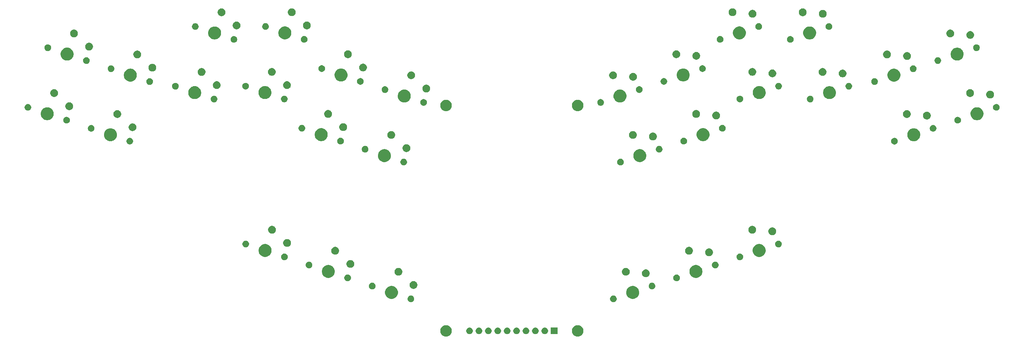
<source format=gbr>
G04 #@! TF.GenerationSoftware,KiCad,Pcbnew,5.1.6*
G04 #@! TF.CreationDate,2020-09-26T20:09:36-05:00*
G04 #@! TF.ProjectId,steno,7374656e-6f2e-46b6-9963-61645f706362,rev?*
G04 #@! TF.SameCoordinates,Original*
G04 #@! TF.FileFunction,Soldermask,Bot*
G04 #@! TF.FilePolarity,Negative*
%FSLAX46Y46*%
G04 Gerber Fmt 4.6, Leading zero omitted, Abs format (unit mm)*
G04 Created by KiCad (PCBNEW 5.1.6) date 2020-09-26 20:09:36*
%MOMM*%
%LPD*%
G01*
G04 APERTURE LIST*
%ADD10C,0.100000*%
G04 APERTURE END LIST*
D10*
G36*
X166582585Y-134051119D02*
G01*
X166732410Y-134080921D01*
X167014674Y-134197838D01*
X167268705Y-134367576D01*
X167484741Y-134583612D01*
X167654479Y-134837643D01*
X167771396Y-135119907D01*
X167831000Y-135419557D01*
X167831000Y-135725077D01*
X167771396Y-136024727D01*
X167654479Y-136306991D01*
X167484741Y-136561022D01*
X167268705Y-136777058D01*
X167014674Y-136946796D01*
X166732410Y-137063713D01*
X166582585Y-137093515D01*
X166432761Y-137123317D01*
X166127239Y-137123317D01*
X165977415Y-137093515D01*
X165827590Y-137063713D01*
X165545326Y-136946796D01*
X165291295Y-136777058D01*
X165075259Y-136561022D01*
X164905521Y-136306991D01*
X164788604Y-136024727D01*
X164729000Y-135725077D01*
X164729000Y-135419557D01*
X164788604Y-135119907D01*
X164905521Y-134837643D01*
X165075259Y-134583612D01*
X165291295Y-134367576D01*
X165545326Y-134197838D01*
X165827590Y-134080921D01*
X165977415Y-134051119D01*
X166127239Y-134021317D01*
X166432761Y-134021317D01*
X166582585Y-134051119D01*
G37*
G36*
X131022585Y-134051119D02*
G01*
X131172410Y-134080921D01*
X131454674Y-134197838D01*
X131708705Y-134367576D01*
X131924741Y-134583612D01*
X132094479Y-134837643D01*
X132211396Y-135119907D01*
X132271000Y-135419557D01*
X132271000Y-135725077D01*
X132211396Y-136024727D01*
X132094479Y-136306991D01*
X131924741Y-136561022D01*
X131708705Y-136777058D01*
X131454674Y-136946796D01*
X131172410Y-137063713D01*
X131022585Y-137093515D01*
X130872761Y-137123317D01*
X130567239Y-137123317D01*
X130417415Y-137093515D01*
X130267590Y-137063713D01*
X129985326Y-136946796D01*
X129731295Y-136777058D01*
X129515259Y-136561022D01*
X129345521Y-136306991D01*
X129228604Y-136024727D01*
X129169000Y-135725077D01*
X129169000Y-135419557D01*
X129228604Y-135119907D01*
X129345521Y-134837643D01*
X129515259Y-134583612D01*
X129731295Y-134367576D01*
X129985326Y-134197838D01*
X130267590Y-134080921D01*
X130417415Y-134051119D01*
X130567239Y-134021317D01*
X130872761Y-134021317D01*
X131022585Y-134051119D01*
G37*
G36*
X154963512Y-134676244D02*
G01*
X155112812Y-134705941D01*
X155276784Y-134773861D01*
X155424354Y-134872464D01*
X155549853Y-134997963D01*
X155648456Y-135145533D01*
X155716376Y-135309505D01*
X155751000Y-135483576D01*
X155751000Y-135661058D01*
X155716376Y-135835129D01*
X155648456Y-135999101D01*
X155549853Y-136146671D01*
X155424354Y-136272170D01*
X155276784Y-136370773D01*
X155112812Y-136438693D01*
X154963512Y-136468390D01*
X154938742Y-136473317D01*
X154761258Y-136473317D01*
X154736488Y-136468390D01*
X154587188Y-136438693D01*
X154423216Y-136370773D01*
X154275646Y-136272170D01*
X154150147Y-136146671D01*
X154051544Y-135999101D01*
X153983624Y-135835129D01*
X153949000Y-135661058D01*
X153949000Y-135483576D01*
X153983624Y-135309505D01*
X154051544Y-135145533D01*
X154150147Y-134997963D01*
X154275646Y-134872464D01*
X154423216Y-134773861D01*
X154587188Y-134705941D01*
X154736488Y-134676244D01*
X154761258Y-134671317D01*
X154938742Y-134671317D01*
X154963512Y-134676244D01*
G37*
G36*
X152423512Y-134676244D02*
G01*
X152572812Y-134705941D01*
X152736784Y-134773861D01*
X152884354Y-134872464D01*
X153009853Y-134997963D01*
X153108456Y-135145533D01*
X153176376Y-135309505D01*
X153211000Y-135483576D01*
X153211000Y-135661058D01*
X153176376Y-135835129D01*
X153108456Y-135999101D01*
X153009853Y-136146671D01*
X152884354Y-136272170D01*
X152736784Y-136370773D01*
X152572812Y-136438693D01*
X152423512Y-136468390D01*
X152398742Y-136473317D01*
X152221258Y-136473317D01*
X152196488Y-136468390D01*
X152047188Y-136438693D01*
X151883216Y-136370773D01*
X151735646Y-136272170D01*
X151610147Y-136146671D01*
X151511544Y-135999101D01*
X151443624Y-135835129D01*
X151409000Y-135661058D01*
X151409000Y-135483576D01*
X151443624Y-135309505D01*
X151511544Y-135145533D01*
X151610147Y-134997963D01*
X151735646Y-134872464D01*
X151883216Y-134773861D01*
X152047188Y-134705941D01*
X152196488Y-134676244D01*
X152221258Y-134671317D01*
X152398742Y-134671317D01*
X152423512Y-134676244D01*
G37*
G36*
X137183512Y-134676244D02*
G01*
X137332812Y-134705941D01*
X137496784Y-134773861D01*
X137644354Y-134872464D01*
X137769853Y-134997963D01*
X137868456Y-135145533D01*
X137936376Y-135309505D01*
X137971000Y-135483576D01*
X137971000Y-135661058D01*
X137936376Y-135835129D01*
X137868456Y-135999101D01*
X137769853Y-136146671D01*
X137644354Y-136272170D01*
X137496784Y-136370773D01*
X137332812Y-136438693D01*
X137183512Y-136468390D01*
X137158742Y-136473317D01*
X136981258Y-136473317D01*
X136956488Y-136468390D01*
X136807188Y-136438693D01*
X136643216Y-136370773D01*
X136495646Y-136272170D01*
X136370147Y-136146671D01*
X136271544Y-135999101D01*
X136203624Y-135835129D01*
X136169000Y-135661058D01*
X136169000Y-135483576D01*
X136203624Y-135309505D01*
X136271544Y-135145533D01*
X136370147Y-134997963D01*
X136495646Y-134872464D01*
X136643216Y-134773861D01*
X136807188Y-134705941D01*
X136956488Y-134676244D01*
X136981258Y-134671317D01*
X137158742Y-134671317D01*
X137183512Y-134676244D01*
G37*
G36*
X139723512Y-134676244D02*
G01*
X139872812Y-134705941D01*
X140036784Y-134773861D01*
X140184354Y-134872464D01*
X140309853Y-134997963D01*
X140408456Y-135145533D01*
X140476376Y-135309505D01*
X140511000Y-135483576D01*
X140511000Y-135661058D01*
X140476376Y-135835129D01*
X140408456Y-135999101D01*
X140309853Y-136146671D01*
X140184354Y-136272170D01*
X140036784Y-136370773D01*
X139872812Y-136438693D01*
X139723512Y-136468390D01*
X139698742Y-136473317D01*
X139521258Y-136473317D01*
X139496488Y-136468390D01*
X139347188Y-136438693D01*
X139183216Y-136370773D01*
X139035646Y-136272170D01*
X138910147Y-136146671D01*
X138811544Y-135999101D01*
X138743624Y-135835129D01*
X138709000Y-135661058D01*
X138709000Y-135483576D01*
X138743624Y-135309505D01*
X138811544Y-135145533D01*
X138910147Y-134997963D01*
X139035646Y-134872464D01*
X139183216Y-134773861D01*
X139347188Y-134705941D01*
X139496488Y-134676244D01*
X139521258Y-134671317D01*
X139698742Y-134671317D01*
X139723512Y-134676244D01*
G37*
G36*
X144803512Y-134676244D02*
G01*
X144952812Y-134705941D01*
X145116784Y-134773861D01*
X145264354Y-134872464D01*
X145389853Y-134997963D01*
X145488456Y-135145533D01*
X145556376Y-135309505D01*
X145591000Y-135483576D01*
X145591000Y-135661058D01*
X145556376Y-135835129D01*
X145488456Y-135999101D01*
X145389853Y-136146671D01*
X145264354Y-136272170D01*
X145116784Y-136370773D01*
X144952812Y-136438693D01*
X144803512Y-136468390D01*
X144778742Y-136473317D01*
X144601258Y-136473317D01*
X144576488Y-136468390D01*
X144427188Y-136438693D01*
X144263216Y-136370773D01*
X144115646Y-136272170D01*
X143990147Y-136146671D01*
X143891544Y-135999101D01*
X143823624Y-135835129D01*
X143789000Y-135661058D01*
X143789000Y-135483576D01*
X143823624Y-135309505D01*
X143891544Y-135145533D01*
X143990147Y-134997963D01*
X144115646Y-134872464D01*
X144263216Y-134773861D01*
X144427188Y-134705941D01*
X144576488Y-134676244D01*
X144601258Y-134671317D01*
X144778742Y-134671317D01*
X144803512Y-134676244D01*
G37*
G36*
X142263512Y-134676244D02*
G01*
X142412812Y-134705941D01*
X142576784Y-134773861D01*
X142724354Y-134872464D01*
X142849853Y-134997963D01*
X142948456Y-135145533D01*
X143016376Y-135309505D01*
X143051000Y-135483576D01*
X143051000Y-135661058D01*
X143016376Y-135835129D01*
X142948456Y-135999101D01*
X142849853Y-136146671D01*
X142724354Y-136272170D01*
X142576784Y-136370773D01*
X142412812Y-136438693D01*
X142263512Y-136468390D01*
X142238742Y-136473317D01*
X142061258Y-136473317D01*
X142036488Y-136468390D01*
X141887188Y-136438693D01*
X141723216Y-136370773D01*
X141575646Y-136272170D01*
X141450147Y-136146671D01*
X141351544Y-135999101D01*
X141283624Y-135835129D01*
X141249000Y-135661058D01*
X141249000Y-135483576D01*
X141283624Y-135309505D01*
X141351544Y-135145533D01*
X141450147Y-134997963D01*
X141575646Y-134872464D01*
X141723216Y-134773861D01*
X141887188Y-134705941D01*
X142036488Y-134676244D01*
X142061258Y-134671317D01*
X142238742Y-134671317D01*
X142263512Y-134676244D01*
G37*
G36*
X160831000Y-136473317D02*
G01*
X159029000Y-136473317D01*
X159029000Y-134671317D01*
X160831000Y-134671317D01*
X160831000Y-136473317D01*
G37*
G36*
X157503512Y-134676244D02*
G01*
X157652812Y-134705941D01*
X157816784Y-134773861D01*
X157964354Y-134872464D01*
X158089853Y-134997963D01*
X158188456Y-135145533D01*
X158256376Y-135309505D01*
X158291000Y-135483576D01*
X158291000Y-135661058D01*
X158256376Y-135835129D01*
X158188456Y-135999101D01*
X158089853Y-136146671D01*
X157964354Y-136272170D01*
X157816784Y-136370773D01*
X157652812Y-136438693D01*
X157503512Y-136468390D01*
X157478742Y-136473317D01*
X157301258Y-136473317D01*
X157276488Y-136468390D01*
X157127188Y-136438693D01*
X156963216Y-136370773D01*
X156815646Y-136272170D01*
X156690147Y-136146671D01*
X156591544Y-135999101D01*
X156523624Y-135835129D01*
X156489000Y-135661058D01*
X156489000Y-135483576D01*
X156523624Y-135309505D01*
X156591544Y-135145533D01*
X156690147Y-134997963D01*
X156815646Y-134872464D01*
X156963216Y-134773861D01*
X157127188Y-134705941D01*
X157276488Y-134676244D01*
X157301258Y-134671317D01*
X157478742Y-134671317D01*
X157503512Y-134676244D01*
G37*
G36*
X147343512Y-134676244D02*
G01*
X147492812Y-134705941D01*
X147656784Y-134773861D01*
X147804354Y-134872464D01*
X147929853Y-134997963D01*
X148028456Y-135145533D01*
X148096376Y-135309505D01*
X148131000Y-135483576D01*
X148131000Y-135661058D01*
X148096376Y-135835129D01*
X148028456Y-135999101D01*
X147929853Y-136146671D01*
X147804354Y-136272170D01*
X147656784Y-136370773D01*
X147492812Y-136438693D01*
X147343512Y-136468390D01*
X147318742Y-136473317D01*
X147141258Y-136473317D01*
X147116488Y-136468390D01*
X146967188Y-136438693D01*
X146803216Y-136370773D01*
X146655646Y-136272170D01*
X146530147Y-136146671D01*
X146431544Y-135999101D01*
X146363624Y-135835129D01*
X146329000Y-135661058D01*
X146329000Y-135483576D01*
X146363624Y-135309505D01*
X146431544Y-135145533D01*
X146530147Y-134997963D01*
X146655646Y-134872464D01*
X146803216Y-134773861D01*
X146967188Y-134705941D01*
X147116488Y-134676244D01*
X147141258Y-134671317D01*
X147318742Y-134671317D01*
X147343512Y-134676244D01*
G37*
G36*
X149883512Y-134676244D02*
G01*
X150032812Y-134705941D01*
X150196784Y-134773861D01*
X150344354Y-134872464D01*
X150469853Y-134997963D01*
X150568456Y-135145533D01*
X150636376Y-135309505D01*
X150671000Y-135483576D01*
X150671000Y-135661058D01*
X150636376Y-135835129D01*
X150568456Y-135999101D01*
X150469853Y-136146671D01*
X150344354Y-136272170D01*
X150196784Y-136370773D01*
X150032812Y-136438693D01*
X149883512Y-136468390D01*
X149858742Y-136473317D01*
X149681258Y-136473317D01*
X149656488Y-136468390D01*
X149507188Y-136438693D01*
X149343216Y-136370773D01*
X149195646Y-136272170D01*
X149070147Y-136146671D01*
X148971544Y-135999101D01*
X148903624Y-135835129D01*
X148869000Y-135661058D01*
X148869000Y-135483576D01*
X148903624Y-135309505D01*
X148971544Y-135145533D01*
X149070147Y-134997963D01*
X149195646Y-134872464D01*
X149343216Y-134773861D01*
X149507188Y-134705941D01*
X149656488Y-134676244D01*
X149681258Y-134671317D01*
X149858742Y-134671317D01*
X149883512Y-134676244D01*
G37*
G36*
X121336073Y-126022608D02*
G01*
X121485373Y-126052305D01*
X121649345Y-126120225D01*
X121796915Y-126218828D01*
X121922414Y-126344327D01*
X122021017Y-126491897D01*
X122088937Y-126655869D01*
X122123561Y-126829940D01*
X122123561Y-127007422D01*
X122088937Y-127181493D01*
X122021017Y-127345465D01*
X121922414Y-127493035D01*
X121796915Y-127618534D01*
X121649345Y-127717137D01*
X121485373Y-127785057D01*
X121336073Y-127814754D01*
X121311303Y-127819681D01*
X121133819Y-127819681D01*
X121109049Y-127814754D01*
X120959749Y-127785057D01*
X120795777Y-127717137D01*
X120648207Y-127618534D01*
X120522708Y-127493035D01*
X120424105Y-127345465D01*
X120356185Y-127181493D01*
X120321561Y-127007422D01*
X120321561Y-126829940D01*
X120356185Y-126655869D01*
X120424105Y-126491897D01*
X120522708Y-126344327D01*
X120648207Y-126218828D01*
X120795777Y-126120225D01*
X120959749Y-126052305D01*
X121109049Y-126022608D01*
X121133819Y-126017681D01*
X121311303Y-126017681D01*
X121336073Y-126022608D01*
G37*
G36*
X176041054Y-126019389D02*
G01*
X176190354Y-126049086D01*
X176354326Y-126117006D01*
X176501896Y-126215609D01*
X176627395Y-126341108D01*
X176725998Y-126488678D01*
X176793918Y-126652650D01*
X176828542Y-126826721D01*
X176828542Y-127004203D01*
X176793918Y-127178274D01*
X176725998Y-127342246D01*
X176627395Y-127489816D01*
X176501896Y-127615315D01*
X176354326Y-127713918D01*
X176190354Y-127781838D01*
X176041054Y-127811535D01*
X176016284Y-127816462D01*
X175838800Y-127816462D01*
X175814030Y-127811535D01*
X175664730Y-127781838D01*
X175500758Y-127713918D01*
X175353188Y-127615315D01*
X175227689Y-127489816D01*
X175129086Y-127342246D01*
X175061166Y-127178274D01*
X175026542Y-127004203D01*
X175026542Y-126826721D01*
X175061166Y-126652650D01*
X175129086Y-126488678D01*
X175227689Y-126341108D01*
X175353188Y-126215609D01*
X175500758Y-126117006D01*
X175664730Y-126049086D01*
X175814030Y-126019389D01*
X175838800Y-126014462D01*
X176016284Y-126014462D01*
X176041054Y-126019389D01*
G37*
G36*
X116327424Y-123461691D02*
G01*
X116514491Y-123498901D01*
X116646484Y-123553574D01*
X116833151Y-123630894D01*
X117119939Y-123822520D01*
X117363834Y-124066415D01*
X117555460Y-124353203D01*
X117632780Y-124539870D01*
X117686120Y-124668644D01*
X117687453Y-124671864D01*
X117754743Y-125010151D01*
X117754743Y-125355071D01*
X117687453Y-125693358D01*
X117555460Y-126012019D01*
X117363834Y-126298807D01*
X117119939Y-126542702D01*
X116833151Y-126734328D01*
X116646484Y-126811648D01*
X116514491Y-126866321D01*
X116401728Y-126888751D01*
X116176203Y-126933611D01*
X115831283Y-126933611D01*
X115605758Y-126888751D01*
X115492995Y-126866321D01*
X115361002Y-126811648D01*
X115174335Y-126734328D01*
X114887547Y-126542702D01*
X114643652Y-126298807D01*
X114452026Y-126012019D01*
X114320033Y-125693358D01*
X114252743Y-125355071D01*
X114252743Y-125010151D01*
X114320033Y-124671864D01*
X114321367Y-124668644D01*
X114374706Y-124539870D01*
X114452026Y-124353203D01*
X114643652Y-124066415D01*
X114887547Y-123822520D01*
X115174335Y-123630894D01*
X115361002Y-123553574D01*
X115492995Y-123498901D01*
X115680062Y-123461691D01*
X115831283Y-123431611D01*
X116176203Y-123431611D01*
X116327424Y-123461691D01*
G37*
G36*
X181486224Y-123461691D02*
G01*
X181657108Y-123495682D01*
X181752713Y-123535283D01*
X181975768Y-123627675D01*
X182262556Y-123819301D01*
X182506451Y-124063196D01*
X182698077Y-124349984D01*
X182830070Y-124668645D01*
X182897360Y-125006932D01*
X182897360Y-125351852D01*
X182852500Y-125577377D01*
X182830070Y-125690140D01*
X182775397Y-125822133D01*
X182698077Y-126008800D01*
X182506451Y-126295588D01*
X182262556Y-126539483D01*
X181975768Y-126731109D01*
X181789101Y-126808429D01*
X181657108Y-126863102D01*
X181544345Y-126885532D01*
X181318820Y-126930392D01*
X180973900Y-126930392D01*
X180748375Y-126885532D01*
X180635612Y-126863102D01*
X180503619Y-126808429D01*
X180316952Y-126731109D01*
X180030164Y-126539483D01*
X179786269Y-126295588D01*
X179594643Y-126008800D01*
X179517323Y-125822133D01*
X179462650Y-125690140D01*
X179440220Y-125577377D01*
X179395360Y-125351852D01*
X179395360Y-125006932D01*
X179462650Y-124668645D01*
X179594643Y-124349984D01*
X179786269Y-124063196D01*
X180030164Y-123819301D01*
X180316952Y-123627675D01*
X180540007Y-123535283D01*
X180635612Y-123495682D01*
X180806496Y-123461691D01*
X180973900Y-123428392D01*
X181318820Y-123428392D01*
X181486224Y-123461691D01*
G37*
G36*
X110898437Y-122550468D02*
G01*
X111047737Y-122580165D01*
X111211709Y-122648085D01*
X111359279Y-122746688D01*
X111484778Y-122872187D01*
X111583381Y-123019757D01*
X111651301Y-123183729D01*
X111685925Y-123357800D01*
X111685925Y-123535282D01*
X111651301Y-123709353D01*
X111583381Y-123873325D01*
X111484778Y-124020895D01*
X111359279Y-124146394D01*
X111211709Y-124244997D01*
X111047737Y-124312917D01*
X110898437Y-124342614D01*
X110873667Y-124347541D01*
X110696183Y-124347541D01*
X110671413Y-124342614D01*
X110522113Y-124312917D01*
X110358141Y-124244997D01*
X110210571Y-124146394D01*
X110085072Y-124020895D01*
X109986469Y-123873325D01*
X109918549Y-123709353D01*
X109883925Y-123535282D01*
X109883925Y-123357800D01*
X109918549Y-123183729D01*
X109986469Y-123019757D01*
X110085072Y-122872187D01*
X110210571Y-122746688D01*
X110358141Y-122648085D01*
X110522113Y-122580165D01*
X110671413Y-122550468D01*
X110696183Y-122545541D01*
X110873667Y-122545541D01*
X110898437Y-122550468D01*
G37*
G36*
X186478690Y-122547249D02*
G01*
X186627990Y-122576946D01*
X186791962Y-122644866D01*
X186939532Y-122743469D01*
X187065031Y-122868968D01*
X187163634Y-123016538D01*
X187231554Y-123180510D01*
X187266178Y-123354581D01*
X187266178Y-123532063D01*
X187231554Y-123706134D01*
X187163634Y-123870106D01*
X187065031Y-124017676D01*
X186939532Y-124143175D01*
X186791962Y-124241778D01*
X186627990Y-124309698D01*
X186478690Y-124339395D01*
X186453920Y-124344322D01*
X186276436Y-124344322D01*
X186251666Y-124339395D01*
X186102366Y-124309698D01*
X185938394Y-124241778D01*
X185790824Y-124143175D01*
X185665325Y-124017676D01*
X185566722Y-123870106D01*
X185498802Y-123706134D01*
X185464178Y-123532063D01*
X185464178Y-123354581D01*
X185498802Y-123180510D01*
X185566722Y-123016538D01*
X185665325Y-122868968D01*
X185790824Y-122743469D01*
X185938394Y-122644866D01*
X186102366Y-122576946D01*
X186251666Y-122547249D01*
X186276436Y-122542322D01*
X186453920Y-122542322D01*
X186478690Y-122547249D01*
G37*
G36*
X122254153Y-122144516D02*
G01*
X122445422Y-122223742D01*
X122445424Y-122223743D01*
X122617562Y-122338762D01*
X122763954Y-122485154D01*
X122878974Y-122657294D01*
X122958200Y-122848563D01*
X122998589Y-123051611D01*
X122998589Y-123258643D01*
X122958200Y-123461691D01*
X122878974Y-123652960D01*
X122878973Y-123652962D01*
X122763954Y-123825100D01*
X122617562Y-123971492D01*
X122445424Y-124086511D01*
X122445423Y-124086512D01*
X122445422Y-124086512D01*
X122254153Y-124165738D01*
X122051105Y-124206127D01*
X121844073Y-124206127D01*
X121641025Y-124165738D01*
X121449756Y-124086512D01*
X121449755Y-124086512D01*
X121449754Y-124086511D01*
X121277616Y-123971492D01*
X121131224Y-123825100D01*
X121016205Y-123652962D01*
X121016204Y-123652960D01*
X120936978Y-123461691D01*
X120896589Y-123258643D01*
X120896589Y-123051611D01*
X120936978Y-122848563D01*
X121016204Y-122657294D01*
X121131224Y-122485154D01*
X121277616Y-122338762D01*
X121449754Y-122223743D01*
X121449756Y-122223742D01*
X121641025Y-122144516D01*
X121844073Y-122104127D01*
X122051105Y-122104127D01*
X122254153Y-122144516D01*
G37*
G36*
X104256309Y-120340923D02*
G01*
X104405609Y-120370620D01*
X104569581Y-120438540D01*
X104717151Y-120537143D01*
X104842650Y-120662642D01*
X104941253Y-120810212D01*
X105009173Y-120974184D01*
X105043797Y-121148255D01*
X105043797Y-121325737D01*
X105009173Y-121499808D01*
X104941253Y-121663780D01*
X104842650Y-121811350D01*
X104717151Y-121936849D01*
X104569581Y-122035452D01*
X104405609Y-122103372D01*
X104256309Y-122133069D01*
X104231539Y-122137996D01*
X104054055Y-122137996D01*
X104029285Y-122133069D01*
X103879985Y-122103372D01*
X103716013Y-122035452D01*
X103568443Y-121936849D01*
X103442944Y-121811350D01*
X103344341Y-121663780D01*
X103276421Y-121499808D01*
X103241797Y-121325737D01*
X103241797Y-121148255D01*
X103276421Y-120974184D01*
X103344341Y-120810212D01*
X103442944Y-120662642D01*
X103568443Y-120537143D01*
X103716013Y-120438540D01*
X103879985Y-120370620D01*
X104029285Y-120340923D01*
X104054055Y-120335996D01*
X104231539Y-120335996D01*
X104256309Y-120340923D01*
G37*
G36*
X193120822Y-120337709D02*
G01*
X193270122Y-120367406D01*
X193434094Y-120435326D01*
X193581664Y-120533929D01*
X193707163Y-120659428D01*
X193805766Y-120806998D01*
X193873686Y-120970970D01*
X193908310Y-121145041D01*
X193908310Y-121322523D01*
X193873686Y-121496594D01*
X193805766Y-121660566D01*
X193707163Y-121808136D01*
X193581664Y-121933635D01*
X193434094Y-122032238D01*
X193270122Y-122100158D01*
X193120822Y-122129855D01*
X193096052Y-122134782D01*
X192918568Y-122134782D01*
X192893798Y-122129855D01*
X192744498Y-122100158D01*
X192580526Y-122032238D01*
X192432956Y-121933635D01*
X192307457Y-121808136D01*
X192208854Y-121660566D01*
X192140934Y-121496594D01*
X192106310Y-121322523D01*
X192106310Y-121145041D01*
X192140934Y-120970970D01*
X192208854Y-120806998D01*
X192307457Y-120659428D01*
X192432956Y-120533929D01*
X192580526Y-120435326D01*
X192744498Y-120367406D01*
X192893798Y-120337709D01*
X192918568Y-120332782D01*
X193096052Y-120332782D01*
X193120822Y-120337709D01*
G37*
G36*
X99247660Y-117780006D02*
G01*
X99434727Y-117817216D01*
X99566720Y-117871889D01*
X99753387Y-117949209D01*
X100040175Y-118140835D01*
X100284070Y-118384730D01*
X100475696Y-118671518D01*
X100514276Y-118764659D01*
X100606358Y-118986964D01*
X100607689Y-118990179D01*
X100674979Y-119328466D01*
X100674979Y-119673386D01*
X100672760Y-119684540D01*
X100607689Y-120011674D01*
X100571545Y-120098932D01*
X100475696Y-120330334D01*
X100284070Y-120617122D01*
X100040175Y-120861017D01*
X99753387Y-121052643D01*
X99566720Y-121129963D01*
X99434727Y-121184636D01*
X99321964Y-121207066D01*
X99096439Y-121251926D01*
X98751519Y-121251926D01*
X98525994Y-121207066D01*
X98413231Y-121184636D01*
X98281238Y-121129963D01*
X98094571Y-121052643D01*
X97807783Y-120861017D01*
X97563888Y-120617122D01*
X97372262Y-120330334D01*
X97276413Y-120098932D01*
X97240269Y-120011674D01*
X97175198Y-119684540D01*
X97172979Y-119673386D01*
X97172979Y-119328466D01*
X97240269Y-118990179D01*
X97241601Y-118986964D01*
X97333682Y-118764659D01*
X97372262Y-118671518D01*
X97563888Y-118384730D01*
X97807783Y-118140835D01*
X98094571Y-117949209D01*
X98281238Y-117871889D01*
X98413231Y-117817216D01*
X98600298Y-117780006D01*
X98751519Y-117749926D01*
X99096439Y-117749926D01*
X99247660Y-117780006D01*
G37*
G36*
X198624113Y-117791572D02*
G01*
X198736876Y-117814002D01*
X198832469Y-117853598D01*
X199055536Y-117945995D01*
X199342324Y-118137621D01*
X199586219Y-118381516D01*
X199777845Y-118668304D01*
X199855165Y-118854971D01*
X199909838Y-118986964D01*
X199925168Y-119064033D01*
X199977128Y-119325252D01*
X199977128Y-119670172D01*
X199973412Y-119688853D01*
X199909838Y-120008460D01*
X199880678Y-120078859D01*
X199777845Y-120327120D01*
X199586219Y-120613908D01*
X199342324Y-120857803D01*
X199055536Y-121049429D01*
X198868869Y-121126749D01*
X198736876Y-121181422D01*
X198624113Y-121203852D01*
X198398588Y-121248712D01*
X198053668Y-121248712D01*
X197828143Y-121203852D01*
X197715380Y-121181422D01*
X197583387Y-121126749D01*
X197396720Y-121049429D01*
X197109932Y-120857803D01*
X196866037Y-120613908D01*
X196674411Y-120327120D01*
X196571578Y-120078859D01*
X196542418Y-120008460D01*
X196478844Y-119688853D01*
X196475128Y-119670172D01*
X196475128Y-119325252D01*
X196527088Y-119064033D01*
X196542418Y-118986964D01*
X196597091Y-118854971D01*
X196674411Y-118668304D01*
X196866037Y-118381516D01*
X197109932Y-118137621D01*
X197396720Y-117945995D01*
X197619787Y-117853598D01*
X197715380Y-117814002D01*
X197828143Y-117791572D01*
X198053668Y-117746712D01*
X198398588Y-117746712D01*
X198624113Y-117791572D01*
G37*
G36*
X184997838Y-118984807D02*
G01*
X185189107Y-119064033D01*
X185189109Y-119064034D01*
X185361247Y-119179053D01*
X185507639Y-119325445D01*
X185611397Y-119480729D01*
X185622659Y-119497585D01*
X185701885Y-119688854D01*
X185742274Y-119891902D01*
X185742274Y-120098934D01*
X185701885Y-120301982D01*
X185662366Y-120397389D01*
X185622658Y-120493253D01*
X185507639Y-120665391D01*
X185361247Y-120811783D01*
X185189109Y-120926802D01*
X185189108Y-120926803D01*
X185189107Y-120926803D01*
X184997838Y-121006029D01*
X184794790Y-121046418D01*
X184587758Y-121046418D01*
X184384710Y-121006029D01*
X184193441Y-120926803D01*
X184193440Y-120926803D01*
X184193439Y-120926802D01*
X184021301Y-120811783D01*
X183874909Y-120665391D01*
X183759890Y-120493253D01*
X183720182Y-120397389D01*
X183680663Y-120301982D01*
X183640274Y-120098934D01*
X183640274Y-119891902D01*
X183680663Y-119688854D01*
X183759889Y-119497585D01*
X183771152Y-119480729D01*
X183874909Y-119325445D01*
X184021301Y-119179053D01*
X184193439Y-119064034D01*
X184193441Y-119064033D01*
X184384710Y-118984807D01*
X184587758Y-118944418D01*
X184794790Y-118944418D01*
X184997838Y-118984807D01*
G37*
G36*
X118172636Y-118573632D02*
G01*
X118356136Y-118649640D01*
X118363907Y-118652859D01*
X118536045Y-118767878D01*
X118682437Y-118914270D01*
X118731010Y-118986964D01*
X118797457Y-119086410D01*
X118876683Y-119277679D01*
X118917072Y-119480727D01*
X118917072Y-119687759D01*
X118876683Y-119890807D01*
X118797457Y-120082076D01*
X118797456Y-120082078D01*
X118682437Y-120254216D01*
X118536045Y-120400608D01*
X118363907Y-120515627D01*
X118363906Y-120515628D01*
X118363905Y-120515628D01*
X118172636Y-120594854D01*
X117969588Y-120635243D01*
X117762556Y-120635243D01*
X117559508Y-120594854D01*
X117368239Y-120515628D01*
X117368238Y-120515628D01*
X117368237Y-120515627D01*
X117196099Y-120400608D01*
X117049707Y-120254216D01*
X116934688Y-120082078D01*
X116934687Y-120082076D01*
X116855461Y-119890807D01*
X116815072Y-119687759D01*
X116815072Y-119480727D01*
X116855461Y-119277679D01*
X116934687Y-119086410D01*
X117001135Y-118986964D01*
X117049707Y-118914270D01*
X117196099Y-118767878D01*
X117368237Y-118652859D01*
X117376008Y-118649640D01*
X117559508Y-118573632D01*
X117762556Y-118533243D01*
X117969588Y-118533243D01*
X118172636Y-118573632D01*
G37*
G36*
X179590595Y-118570413D02*
G01*
X179737425Y-118631232D01*
X179781866Y-118649640D01*
X179954004Y-118764659D01*
X180100396Y-118911051D01*
X180215416Y-119083191D01*
X180294642Y-119274460D01*
X180335031Y-119477508D01*
X180335031Y-119684540D01*
X180294642Y-119887588D01*
X180244575Y-120008460D01*
X180215415Y-120078859D01*
X180100396Y-120250997D01*
X179954004Y-120397389D01*
X179781866Y-120512408D01*
X179781865Y-120512409D01*
X179781864Y-120512409D01*
X179590595Y-120591635D01*
X179387547Y-120632024D01*
X179180515Y-120632024D01*
X178977467Y-120591635D01*
X178786198Y-120512409D01*
X178786197Y-120512409D01*
X178786196Y-120512408D01*
X178614058Y-120397389D01*
X178467666Y-120250997D01*
X178352647Y-120078859D01*
X178323487Y-120008460D01*
X178273420Y-119887588D01*
X178233031Y-119684540D01*
X178233031Y-119477508D01*
X178273420Y-119274460D01*
X178352646Y-119083191D01*
X178467666Y-118911051D01*
X178614058Y-118764659D01*
X178786196Y-118649640D01*
X178830637Y-118631232D01*
X178977467Y-118570413D01*
X179180515Y-118530024D01*
X179387547Y-118530024D01*
X179590595Y-118570413D01*
G37*
G36*
X93818673Y-116868783D02*
G01*
X93967973Y-116898480D01*
X94131945Y-116966400D01*
X94279515Y-117065003D01*
X94405014Y-117190502D01*
X94503617Y-117338072D01*
X94571537Y-117502044D01*
X94606161Y-117676115D01*
X94606161Y-117853597D01*
X94571537Y-118027668D01*
X94503617Y-118191640D01*
X94405014Y-118339210D01*
X94279515Y-118464709D01*
X94131945Y-118563312D01*
X93967973Y-118631232D01*
X93818673Y-118660929D01*
X93793903Y-118665856D01*
X93616419Y-118665856D01*
X93591649Y-118660929D01*
X93442349Y-118631232D01*
X93278377Y-118563312D01*
X93130807Y-118464709D01*
X93005308Y-118339210D01*
X92906705Y-118191640D01*
X92838785Y-118027668D01*
X92804161Y-117853597D01*
X92804161Y-117676115D01*
X92838785Y-117502044D01*
X92906705Y-117338072D01*
X93005308Y-117190502D01*
X93130807Y-117065003D01*
X93278377Y-116966400D01*
X93442349Y-116898480D01*
X93591649Y-116868783D01*
X93616419Y-116863856D01*
X93793903Y-116863856D01*
X93818673Y-116868783D01*
G37*
G36*
X203558458Y-116865569D02*
G01*
X203707758Y-116895266D01*
X203871730Y-116963186D01*
X204019300Y-117061789D01*
X204144799Y-117187288D01*
X204243402Y-117334858D01*
X204311322Y-117498830D01*
X204345946Y-117672901D01*
X204345946Y-117850383D01*
X204311322Y-118024454D01*
X204243402Y-118188426D01*
X204144799Y-118335996D01*
X204019300Y-118461495D01*
X203871730Y-118560098D01*
X203707758Y-118628018D01*
X203558458Y-118657715D01*
X203533688Y-118662642D01*
X203356204Y-118662642D01*
X203331434Y-118657715D01*
X203182134Y-118628018D01*
X203018162Y-118560098D01*
X202870592Y-118461495D01*
X202745093Y-118335996D01*
X202646490Y-118188426D01*
X202578570Y-118024454D01*
X202543946Y-117850383D01*
X202543946Y-117672901D01*
X202578570Y-117498830D01*
X202646490Y-117334858D01*
X202745093Y-117187288D01*
X202870592Y-117061789D01*
X203018162Y-116963186D01*
X203182134Y-116895266D01*
X203331434Y-116865569D01*
X203356204Y-116860642D01*
X203533688Y-116860642D01*
X203558458Y-116865569D01*
G37*
G36*
X105174389Y-116462831D02*
G01*
X105365658Y-116542057D01*
X105365660Y-116542058D01*
X105537798Y-116657077D01*
X105684190Y-116803469D01*
X105790910Y-116963186D01*
X105799210Y-116975609D01*
X105878436Y-117166878D01*
X105918825Y-117369926D01*
X105918825Y-117576958D01*
X105878436Y-117780006D01*
X105799210Y-117971275D01*
X105799209Y-117971277D01*
X105684190Y-118143415D01*
X105537798Y-118289807D01*
X105365660Y-118404826D01*
X105365659Y-118404827D01*
X105365658Y-118404827D01*
X105174389Y-118484053D01*
X104971341Y-118524442D01*
X104764309Y-118524442D01*
X104561261Y-118484053D01*
X104369992Y-118404827D01*
X104369991Y-118404827D01*
X104369990Y-118404826D01*
X104197852Y-118289807D01*
X104051460Y-118143415D01*
X103936441Y-117971277D01*
X103936440Y-117971275D01*
X103857214Y-117780006D01*
X103816825Y-117576958D01*
X103816825Y-117369926D01*
X103857214Y-117166878D01*
X103936440Y-116975609D01*
X103944741Y-116963186D01*
X104051460Y-116803469D01*
X104197852Y-116657077D01*
X104369990Y-116542058D01*
X104369992Y-116542057D01*
X104561261Y-116462831D01*
X104764309Y-116422442D01*
X104971341Y-116422442D01*
X105174389Y-116462831D01*
G37*
G36*
X87176539Y-114659237D02*
G01*
X87325839Y-114688934D01*
X87489811Y-114756854D01*
X87637381Y-114855457D01*
X87762880Y-114980956D01*
X87861483Y-115128526D01*
X87929403Y-115292498D01*
X87964027Y-115466569D01*
X87964027Y-115644051D01*
X87929403Y-115818122D01*
X87861483Y-115982094D01*
X87762880Y-116129664D01*
X87637381Y-116255163D01*
X87489811Y-116353766D01*
X87325839Y-116421686D01*
X87176539Y-116451383D01*
X87151769Y-116456310D01*
X86974285Y-116456310D01*
X86949515Y-116451383D01*
X86800215Y-116421686D01*
X86636243Y-116353766D01*
X86488673Y-116255163D01*
X86363174Y-116129664D01*
X86264571Y-115982094D01*
X86196651Y-115818122D01*
X86162027Y-115644051D01*
X86162027Y-115466569D01*
X86196651Y-115292498D01*
X86264571Y-115128526D01*
X86363174Y-114980956D01*
X86488673Y-114855457D01*
X86636243Y-114756854D01*
X86800215Y-114688934D01*
X86949515Y-114659237D01*
X86974285Y-114654310D01*
X87151769Y-114654310D01*
X87176539Y-114659237D01*
G37*
G36*
X210200594Y-114656026D02*
G01*
X210349894Y-114685723D01*
X210513866Y-114753643D01*
X210661436Y-114852246D01*
X210786935Y-114977745D01*
X210885538Y-115125315D01*
X210953458Y-115289287D01*
X210988082Y-115463358D01*
X210988082Y-115640840D01*
X210953458Y-115814911D01*
X210885538Y-115978883D01*
X210786935Y-116126453D01*
X210661436Y-116251952D01*
X210513866Y-116350555D01*
X210349894Y-116418475D01*
X210200594Y-116448172D01*
X210175824Y-116453099D01*
X209998340Y-116453099D01*
X209973570Y-116448172D01*
X209824270Y-116418475D01*
X209660298Y-116350555D01*
X209512728Y-116251952D01*
X209387229Y-116126453D01*
X209288626Y-115978883D01*
X209220706Y-115814911D01*
X209186082Y-115640840D01*
X209186082Y-115463358D01*
X209220706Y-115289287D01*
X209288626Y-115125315D01*
X209387229Y-114977745D01*
X209512728Y-114852246D01*
X209660298Y-114753643D01*
X209824270Y-114685723D01*
X209973570Y-114656026D01*
X209998340Y-114651099D01*
X210175824Y-114651099D01*
X210200594Y-114656026D01*
G37*
G36*
X82167890Y-112098320D02*
G01*
X82354957Y-112135530D01*
X82486950Y-112190203D01*
X82673617Y-112267523D01*
X82960405Y-112459149D01*
X83204300Y-112703044D01*
X83395926Y-112989832D01*
X83435840Y-113086193D01*
X83527919Y-113308492D01*
X83547061Y-113404725D01*
X83595209Y-113646780D01*
X83595209Y-113991700D01*
X83592131Y-114007173D01*
X83527919Y-114329988D01*
X83498757Y-114400391D01*
X83395926Y-114648648D01*
X83204300Y-114935436D01*
X82960405Y-115179331D01*
X82673617Y-115370957D01*
X82486950Y-115448277D01*
X82354957Y-115502950D01*
X82242194Y-115525380D01*
X82016669Y-115570240D01*
X81671749Y-115570240D01*
X81446224Y-115525380D01*
X81333461Y-115502950D01*
X81201468Y-115448277D01*
X81014801Y-115370957D01*
X80728013Y-115179331D01*
X80484118Y-114935436D01*
X80292492Y-114648648D01*
X80189661Y-114400391D01*
X80160499Y-114329988D01*
X80096287Y-114007173D01*
X80093209Y-113991700D01*
X80093209Y-113646780D01*
X80141357Y-113404725D01*
X80160499Y-113308492D01*
X80252578Y-113086193D01*
X80292492Y-112989832D01*
X80484118Y-112703044D01*
X80728013Y-112459149D01*
X81014801Y-112267523D01*
X81201468Y-112190203D01*
X81333461Y-112135530D01*
X81520528Y-112098320D01*
X81671749Y-112068240D01*
X82016669Y-112068240D01*
X82167890Y-112098320D01*
G37*
G36*
X215703885Y-112109889D02*
G01*
X215816648Y-112132319D01*
X215948641Y-112186992D01*
X216135308Y-112264312D01*
X216422096Y-112455938D01*
X216665991Y-112699833D01*
X216857617Y-112986621D01*
X216898861Y-113086193D01*
X216989610Y-113305281D01*
X217004941Y-113382354D01*
X217056900Y-113643569D01*
X217056900Y-113988489D01*
X216989610Y-114326776D01*
X216857617Y-114645437D01*
X216665991Y-114932225D01*
X216422096Y-115176120D01*
X216135308Y-115367746D01*
X215948641Y-115445066D01*
X215816648Y-115499739D01*
X215703885Y-115522169D01*
X215478360Y-115567029D01*
X215133440Y-115567029D01*
X214907915Y-115522169D01*
X214795152Y-115499739D01*
X214663159Y-115445066D01*
X214476492Y-115367746D01*
X214189704Y-115176120D01*
X213945809Y-114932225D01*
X213754183Y-114645437D01*
X213622190Y-114326776D01*
X213554900Y-113988489D01*
X213554900Y-113643569D01*
X213606859Y-113382354D01*
X213622190Y-113305281D01*
X213712939Y-113086193D01*
X213754183Y-112986621D01*
X213945809Y-112699833D01*
X214189704Y-112455938D01*
X214476492Y-112264312D01*
X214663159Y-112186992D01*
X214795152Y-112132319D01*
X214907915Y-112109889D01*
X215133440Y-112065029D01*
X215478360Y-112065029D01*
X215703885Y-112109889D01*
G37*
G36*
X202077606Y-113303127D02*
G01*
X202268875Y-113382353D01*
X202268877Y-113382354D01*
X202441015Y-113497373D01*
X202587407Y-113643765D01*
X202689014Y-113795830D01*
X202702427Y-113815905D01*
X202781653Y-114007174D01*
X202822042Y-114210222D01*
X202822042Y-114417254D01*
X202781653Y-114620302D01*
X202753224Y-114688935D01*
X202702426Y-114811573D01*
X202587407Y-114983711D01*
X202441015Y-115130103D01*
X202268877Y-115245122D01*
X202268876Y-115245123D01*
X202268875Y-115245123D01*
X202077606Y-115324349D01*
X201874558Y-115364738D01*
X201667526Y-115364738D01*
X201464478Y-115324349D01*
X201273209Y-115245123D01*
X201273208Y-115245123D01*
X201273207Y-115245122D01*
X201101069Y-115130103D01*
X200954677Y-114983711D01*
X200839658Y-114811573D01*
X200788860Y-114688935D01*
X200760431Y-114620302D01*
X200720042Y-114417254D01*
X200720042Y-114210222D01*
X200760431Y-114007174D01*
X200839657Y-113815905D01*
X200853071Y-113795830D01*
X200954677Y-113643765D01*
X201101069Y-113497373D01*
X201273207Y-113382354D01*
X201273209Y-113382353D01*
X201464478Y-113303127D01*
X201667526Y-113262738D01*
X201874558Y-113262738D01*
X202077606Y-113303127D01*
G37*
G36*
X101092872Y-112891947D02*
G01*
X101276384Y-112967960D01*
X101284143Y-112971174D01*
X101456281Y-113086193D01*
X101602673Y-113232585D01*
X101715546Y-113401511D01*
X101717693Y-113404725D01*
X101796919Y-113595994D01*
X101837308Y-113799042D01*
X101837308Y-114006074D01*
X101796919Y-114209122D01*
X101719024Y-114397177D01*
X101717692Y-114400393D01*
X101602673Y-114572531D01*
X101456281Y-114718923D01*
X101284143Y-114833942D01*
X101284142Y-114833943D01*
X101284141Y-114833943D01*
X101092872Y-114913169D01*
X100889824Y-114953558D01*
X100682792Y-114953558D01*
X100479744Y-114913169D01*
X100288475Y-114833943D01*
X100288474Y-114833943D01*
X100288473Y-114833942D01*
X100116335Y-114718923D01*
X99969943Y-114572531D01*
X99854924Y-114400393D01*
X99853592Y-114397177D01*
X99775697Y-114209122D01*
X99735308Y-114006074D01*
X99735308Y-113799042D01*
X99775697Y-113595994D01*
X99854923Y-113404725D01*
X99857071Y-113401511D01*
X99969943Y-113232585D01*
X100116335Y-113086193D01*
X100288473Y-112971174D01*
X100296232Y-112967960D01*
X100479744Y-112891947D01*
X100682792Y-112851558D01*
X100889824Y-112851558D01*
X101092872Y-112891947D01*
G37*
G36*
X196670363Y-112888733D02*
G01*
X196861632Y-112967959D01*
X196861634Y-112967960D01*
X197033772Y-113082979D01*
X197180164Y-113229371D01*
X197295184Y-113401511D01*
X197374410Y-113592780D01*
X197414799Y-113795828D01*
X197414799Y-114002860D01*
X197374410Y-114205908D01*
X197295184Y-114397177D01*
X197295183Y-114397179D01*
X197180164Y-114569317D01*
X197033772Y-114715709D01*
X196861634Y-114830728D01*
X196861633Y-114830729D01*
X196861632Y-114830729D01*
X196670363Y-114909955D01*
X196467315Y-114950344D01*
X196260283Y-114950344D01*
X196057235Y-114909955D01*
X195865966Y-114830729D01*
X195865965Y-114830729D01*
X195865964Y-114830728D01*
X195693826Y-114715709D01*
X195547434Y-114569317D01*
X195432415Y-114397179D01*
X195432414Y-114397177D01*
X195353188Y-114205908D01*
X195312799Y-114002860D01*
X195312799Y-113795828D01*
X195353188Y-113592780D01*
X195432414Y-113401511D01*
X195547434Y-113229371D01*
X195693826Y-113082979D01*
X195865964Y-112967960D01*
X195865966Y-112967959D01*
X196057235Y-112888733D01*
X196260283Y-112848344D01*
X196467315Y-112848344D01*
X196670363Y-112888733D01*
G37*
G36*
X76738903Y-111187097D02*
G01*
X76888203Y-111216794D01*
X77052175Y-111284714D01*
X77199745Y-111383317D01*
X77325244Y-111508816D01*
X77423847Y-111656386D01*
X77491767Y-111820358D01*
X77526391Y-111994429D01*
X77526391Y-112171911D01*
X77491767Y-112345982D01*
X77423847Y-112509954D01*
X77325244Y-112657524D01*
X77199745Y-112783023D01*
X77052175Y-112881626D01*
X76888203Y-112949546D01*
X76738903Y-112979243D01*
X76714133Y-112984170D01*
X76536649Y-112984170D01*
X76511879Y-112979243D01*
X76362579Y-112949546D01*
X76198607Y-112881626D01*
X76051037Y-112783023D01*
X75925538Y-112657524D01*
X75826935Y-112509954D01*
X75759015Y-112345982D01*
X75724391Y-112171911D01*
X75724391Y-111994429D01*
X75759015Y-111820358D01*
X75826935Y-111656386D01*
X75925538Y-111508816D01*
X76051037Y-111383317D01*
X76198607Y-111284714D01*
X76362579Y-111216794D01*
X76511879Y-111187097D01*
X76536649Y-111182170D01*
X76714133Y-111182170D01*
X76738903Y-111187097D01*
G37*
G36*
X220638230Y-111183886D02*
G01*
X220787530Y-111213583D01*
X220951502Y-111281503D01*
X221099072Y-111380106D01*
X221224571Y-111505605D01*
X221323174Y-111653175D01*
X221391094Y-111817147D01*
X221425718Y-111991218D01*
X221425718Y-112168700D01*
X221391094Y-112342771D01*
X221323174Y-112506743D01*
X221224571Y-112654313D01*
X221099072Y-112779812D01*
X220951502Y-112878415D01*
X220787530Y-112946335D01*
X220638230Y-112976032D01*
X220613460Y-112980959D01*
X220435976Y-112980959D01*
X220411206Y-112976032D01*
X220261906Y-112946335D01*
X220097934Y-112878415D01*
X219950364Y-112779812D01*
X219824865Y-112654313D01*
X219726262Y-112506743D01*
X219658342Y-112342771D01*
X219623718Y-112168700D01*
X219623718Y-111991218D01*
X219658342Y-111817147D01*
X219726262Y-111653175D01*
X219824865Y-111505605D01*
X219950364Y-111380106D01*
X220097934Y-111281503D01*
X220261906Y-111213583D01*
X220411206Y-111183886D01*
X220435976Y-111178959D01*
X220613460Y-111178959D01*
X220638230Y-111183886D01*
G37*
G36*
X88094619Y-110781145D02*
G01*
X88285888Y-110860371D01*
X88285890Y-110860372D01*
X88458028Y-110975391D01*
X88604420Y-111121783D01*
X88711142Y-111281503D01*
X88719440Y-111293923D01*
X88798666Y-111485192D01*
X88839055Y-111688240D01*
X88839055Y-111895272D01*
X88798666Y-112098320D01*
X88719440Y-112289589D01*
X88719439Y-112289591D01*
X88604420Y-112461729D01*
X88458028Y-112608121D01*
X88285890Y-112723140D01*
X88285889Y-112723141D01*
X88285888Y-112723141D01*
X88094619Y-112802367D01*
X87891571Y-112842756D01*
X87684539Y-112842756D01*
X87481491Y-112802367D01*
X87290222Y-112723141D01*
X87290221Y-112723141D01*
X87290220Y-112723140D01*
X87118082Y-112608121D01*
X86971690Y-112461729D01*
X86856671Y-112289591D01*
X86856670Y-112289589D01*
X86777444Y-112098320D01*
X86737055Y-111895272D01*
X86737055Y-111688240D01*
X86777444Y-111485192D01*
X86856670Y-111293923D01*
X86864969Y-111281503D01*
X86971690Y-111121783D01*
X87118082Y-110975391D01*
X87290220Y-110860372D01*
X87290222Y-110860371D01*
X87481491Y-110781145D01*
X87684539Y-110740756D01*
X87891571Y-110740756D01*
X88094619Y-110781145D01*
G37*
G36*
X219157378Y-107621444D02*
G01*
X219348647Y-107700670D01*
X219348649Y-107700671D01*
X219520787Y-107815690D01*
X219667179Y-107962082D01*
X219768786Y-108114147D01*
X219782199Y-108134222D01*
X219861425Y-108325491D01*
X219901814Y-108528539D01*
X219901814Y-108735571D01*
X219861425Y-108938619D01*
X219821906Y-109034026D01*
X219782198Y-109129890D01*
X219667179Y-109302028D01*
X219520787Y-109448420D01*
X219348649Y-109563439D01*
X219348648Y-109563440D01*
X219348647Y-109563440D01*
X219157378Y-109642666D01*
X218954330Y-109683055D01*
X218747298Y-109683055D01*
X218544250Y-109642666D01*
X218352981Y-109563440D01*
X218352980Y-109563440D01*
X218352979Y-109563439D01*
X218180841Y-109448420D01*
X218034449Y-109302028D01*
X217919430Y-109129890D01*
X217879722Y-109034026D01*
X217840203Y-108938619D01*
X217799814Y-108735571D01*
X217799814Y-108528539D01*
X217840203Y-108325491D01*
X217919429Y-108134222D01*
X217932843Y-108114147D01*
X218034449Y-107962082D01*
X218180841Y-107815690D01*
X218352979Y-107700671D01*
X218352981Y-107700670D01*
X218544250Y-107621444D01*
X218747298Y-107581055D01*
X218954330Y-107581055D01*
X219157378Y-107621444D01*
G37*
G36*
X84013102Y-107210261D02*
G01*
X84196621Y-107286277D01*
X84204373Y-107289488D01*
X84376511Y-107404507D01*
X84522903Y-107550899D01*
X84635778Y-107719828D01*
X84637923Y-107723039D01*
X84717149Y-107914308D01*
X84757538Y-108117356D01*
X84757538Y-108324388D01*
X84717149Y-108527436D01*
X84716692Y-108528539D01*
X84637922Y-108718707D01*
X84522903Y-108890845D01*
X84376511Y-109037237D01*
X84204373Y-109152256D01*
X84204372Y-109152257D01*
X84204371Y-109152257D01*
X84013102Y-109231483D01*
X83810054Y-109271872D01*
X83603022Y-109271872D01*
X83399974Y-109231483D01*
X83208705Y-109152257D01*
X83208704Y-109152257D01*
X83208703Y-109152256D01*
X83036565Y-109037237D01*
X82890173Y-108890845D01*
X82775154Y-108718707D01*
X82696384Y-108528539D01*
X82695927Y-108527436D01*
X82655538Y-108324388D01*
X82655538Y-108117356D01*
X82695927Y-107914308D01*
X82775153Y-107723039D01*
X82777299Y-107719828D01*
X82890173Y-107550899D01*
X83036565Y-107404507D01*
X83208703Y-107289488D01*
X83216455Y-107286277D01*
X83399974Y-107210261D01*
X83603022Y-107169872D01*
X83810054Y-107169872D01*
X84013102Y-107210261D01*
G37*
G36*
X213750135Y-107207050D02*
G01*
X213941404Y-107286276D01*
X213941406Y-107286277D01*
X214113544Y-107401296D01*
X214259936Y-107547688D01*
X214374956Y-107719828D01*
X214454182Y-107911097D01*
X214494571Y-108114145D01*
X214494571Y-108321177D01*
X214454182Y-108524225D01*
X214452395Y-108528539D01*
X214374955Y-108715496D01*
X214259936Y-108887634D01*
X214113544Y-109034026D01*
X213941406Y-109149045D01*
X213941405Y-109149046D01*
X213941404Y-109149046D01*
X213750135Y-109228272D01*
X213547087Y-109268661D01*
X213340055Y-109268661D01*
X213137007Y-109228272D01*
X212945738Y-109149046D01*
X212945737Y-109149046D01*
X212945736Y-109149045D01*
X212773598Y-109034026D01*
X212627206Y-108887634D01*
X212512187Y-108715496D01*
X212434747Y-108528539D01*
X212432960Y-108524225D01*
X212392571Y-108321177D01*
X212392571Y-108114145D01*
X212432960Y-107911097D01*
X212512186Y-107719828D01*
X212627206Y-107547688D01*
X212773598Y-107401296D01*
X212945736Y-107286277D01*
X212945738Y-107286276D01*
X213137007Y-107207050D01*
X213340055Y-107166661D01*
X213547087Y-107166661D01*
X213750135Y-107207050D01*
G37*
G36*
X177960990Y-89021903D02*
G01*
X178110290Y-89051600D01*
X178274262Y-89119520D01*
X178421832Y-89218123D01*
X178547331Y-89343622D01*
X178645934Y-89491192D01*
X178713854Y-89655164D01*
X178748478Y-89829235D01*
X178748478Y-90006717D01*
X178713854Y-90180788D01*
X178645934Y-90344760D01*
X178547331Y-90492330D01*
X178421832Y-90617829D01*
X178274262Y-90716432D01*
X178110290Y-90784352D01*
X177960990Y-90814049D01*
X177936220Y-90818976D01*
X177758736Y-90818976D01*
X177733966Y-90814049D01*
X177584666Y-90784352D01*
X177420694Y-90716432D01*
X177273124Y-90617829D01*
X177147625Y-90492330D01*
X177049022Y-90344760D01*
X176981102Y-90180788D01*
X176946478Y-90006717D01*
X176946478Y-89829235D01*
X176981102Y-89655164D01*
X177049022Y-89491192D01*
X177147625Y-89343622D01*
X177273124Y-89218123D01*
X177420694Y-89119520D01*
X177584666Y-89051600D01*
X177733966Y-89021903D01*
X177758736Y-89016976D01*
X177936220Y-89016976D01*
X177960990Y-89021903D01*
G37*
G36*
X119408082Y-89016976D02*
G01*
X119558313Y-89046858D01*
X119722285Y-89114778D01*
X119869855Y-89213381D01*
X119995354Y-89338880D01*
X120093957Y-89486450D01*
X120161877Y-89650422D01*
X120196501Y-89824493D01*
X120196501Y-90001975D01*
X120161877Y-90176046D01*
X120093957Y-90340018D01*
X119995354Y-90487588D01*
X119869855Y-90613087D01*
X119722285Y-90711690D01*
X119558313Y-90779610D01*
X119409013Y-90809307D01*
X119384243Y-90814234D01*
X119206759Y-90814234D01*
X119181989Y-90809307D01*
X119032689Y-90779610D01*
X118868717Y-90711690D01*
X118721147Y-90613087D01*
X118595648Y-90487588D01*
X118497045Y-90340018D01*
X118429125Y-90176046D01*
X118394501Y-90001975D01*
X118394501Y-89824493D01*
X118429125Y-89650422D01*
X118497045Y-89486450D01*
X118595648Y-89338880D01*
X118721147Y-89213381D01*
X118868717Y-89114778D01*
X119032689Y-89046858D01*
X119182920Y-89016976D01*
X119206759Y-89012234D01*
X119384243Y-89012234D01*
X119408082Y-89016976D01*
G37*
G36*
X183464281Y-86475766D02*
G01*
X183577044Y-86498196D01*
X183709037Y-86552869D01*
X183895704Y-86630189D01*
X184182492Y-86821815D01*
X184426387Y-87065710D01*
X184618013Y-87352498D01*
X184695333Y-87539165D01*
X184748042Y-87666416D01*
X184750006Y-87671159D01*
X184817296Y-88009446D01*
X184817296Y-88354366D01*
X184750006Y-88692653D01*
X184618013Y-89011314D01*
X184426387Y-89298102D01*
X184182492Y-89541997D01*
X183895704Y-89733623D01*
X183709037Y-89810943D01*
X183577044Y-89865616D01*
X183464281Y-89888046D01*
X183238756Y-89932906D01*
X182893836Y-89932906D01*
X182668311Y-89888046D01*
X182555548Y-89865616D01*
X182423555Y-89810943D01*
X182236888Y-89733623D01*
X181950100Y-89541997D01*
X181706205Y-89298102D01*
X181514579Y-89011314D01*
X181382586Y-88692653D01*
X181315296Y-88354366D01*
X181315296Y-88009446D01*
X181382586Y-87671159D01*
X181384551Y-87666416D01*
X181437259Y-87539165D01*
X181514579Y-87352498D01*
X181706205Y-87065710D01*
X181950100Y-86821815D01*
X182236888Y-86630189D01*
X182423555Y-86552869D01*
X182555548Y-86498196D01*
X182668311Y-86475766D01*
X182893836Y-86430906D01*
X183238756Y-86430906D01*
X183464281Y-86475766D01*
G37*
G36*
X114400364Y-86456244D02*
G01*
X114587431Y-86493454D01*
X114686710Y-86534577D01*
X114906091Y-86625447D01*
X115192879Y-86817073D01*
X115436774Y-87060968D01*
X115628400Y-87347756D01*
X115760393Y-87666417D01*
X115827683Y-88004704D01*
X115827683Y-88349624D01*
X115782823Y-88575149D01*
X115760393Y-88687912D01*
X115705720Y-88819905D01*
X115628400Y-89006572D01*
X115436774Y-89293360D01*
X115192879Y-89537255D01*
X114906091Y-89728881D01*
X114719424Y-89806201D01*
X114587431Y-89860874D01*
X114563591Y-89865616D01*
X114249143Y-89928164D01*
X113904223Y-89928164D01*
X113589775Y-89865616D01*
X113565935Y-89860874D01*
X113433942Y-89806201D01*
X113247275Y-89728881D01*
X112960487Y-89537255D01*
X112716592Y-89293360D01*
X112524966Y-89006572D01*
X112447646Y-88819905D01*
X112392973Y-88687912D01*
X112370543Y-88575149D01*
X112325683Y-88349624D01*
X112325683Y-88004704D01*
X112392973Y-87666417D01*
X112524966Y-87347756D01*
X112716592Y-87060968D01*
X112960487Y-86817073D01*
X113247275Y-86625447D01*
X113466656Y-86534577D01*
X113565935Y-86493454D01*
X113753002Y-86456244D01*
X113904223Y-86426164D01*
X114249143Y-86426164D01*
X114400364Y-86456244D01*
G37*
G36*
X188398626Y-85549763D02*
G01*
X188547926Y-85579460D01*
X188711898Y-85647380D01*
X188859468Y-85745983D01*
X188984967Y-85871482D01*
X189083570Y-86019052D01*
X189151490Y-86183024D01*
X189186114Y-86357095D01*
X189186114Y-86534577D01*
X189151490Y-86708648D01*
X189083570Y-86872620D01*
X188984967Y-87020190D01*
X188859468Y-87145689D01*
X188711898Y-87244292D01*
X188547926Y-87312212D01*
X188398626Y-87341909D01*
X188373856Y-87346836D01*
X188196372Y-87346836D01*
X188171602Y-87341909D01*
X188022302Y-87312212D01*
X187858330Y-87244292D01*
X187710760Y-87145689D01*
X187585261Y-87020190D01*
X187486658Y-86872620D01*
X187418738Y-86708648D01*
X187384114Y-86534577D01*
X187384114Y-86357095D01*
X187418738Y-86183024D01*
X187486658Y-86019052D01*
X187585261Y-85871482D01*
X187710760Y-85745983D01*
X187858330Y-85647380D01*
X188022302Y-85579460D01*
X188171602Y-85549763D01*
X188196372Y-85544836D01*
X188373856Y-85544836D01*
X188398626Y-85549763D01*
G37*
G36*
X108970446Y-85544836D02*
G01*
X109120677Y-85574718D01*
X109284649Y-85642638D01*
X109432219Y-85741241D01*
X109557718Y-85866740D01*
X109656321Y-86014310D01*
X109724241Y-86178282D01*
X109758865Y-86352353D01*
X109758865Y-86529835D01*
X109724241Y-86703906D01*
X109656321Y-86867878D01*
X109557718Y-87015448D01*
X109432219Y-87140947D01*
X109284649Y-87239550D01*
X109120677Y-87307470D01*
X108971377Y-87337167D01*
X108946607Y-87342094D01*
X108769123Y-87342094D01*
X108744353Y-87337167D01*
X108595053Y-87307470D01*
X108431081Y-87239550D01*
X108283511Y-87140947D01*
X108158012Y-87015448D01*
X108059409Y-86867878D01*
X107991489Y-86703906D01*
X107956865Y-86529835D01*
X107956865Y-86352353D01*
X107991489Y-86178282D01*
X108059409Y-86014310D01*
X108158012Y-85866740D01*
X108283511Y-85741241D01*
X108431081Y-85642638D01*
X108595053Y-85574718D01*
X108745284Y-85544836D01*
X108769123Y-85540094D01*
X108946607Y-85540094D01*
X108970446Y-85544836D01*
G37*
G36*
X120327093Y-85139069D02*
G01*
X120518362Y-85218295D01*
X120518364Y-85218296D01*
X120690502Y-85333315D01*
X120836894Y-85479707D01*
X120948930Y-85647380D01*
X120951914Y-85651847D01*
X121031140Y-85843116D01*
X121071529Y-86046164D01*
X121071529Y-86253196D01*
X121031140Y-86456244D01*
X120959090Y-86630189D01*
X120951913Y-86647515D01*
X120836894Y-86819653D01*
X120690502Y-86966045D01*
X120518364Y-87081064D01*
X120518363Y-87081065D01*
X120518362Y-87081065D01*
X120327093Y-87160291D01*
X120124045Y-87200680D01*
X119917013Y-87200680D01*
X119713965Y-87160291D01*
X119522696Y-87081065D01*
X119522695Y-87081065D01*
X119522694Y-87081064D01*
X119350556Y-86966045D01*
X119204164Y-86819653D01*
X119089145Y-86647515D01*
X119081968Y-86630189D01*
X119009918Y-86456244D01*
X118969529Y-86253196D01*
X118969529Y-86046164D01*
X119009918Y-85843116D01*
X119089144Y-85651847D01*
X119092129Y-85647380D01*
X119204164Y-85479707D01*
X119350556Y-85333315D01*
X119522694Y-85218296D01*
X119522696Y-85218295D01*
X119713965Y-85139069D01*
X119917013Y-85098680D01*
X120124045Y-85098680D01*
X120327093Y-85139069D01*
G37*
G36*
X251961747Y-83374948D02*
G01*
X252111047Y-83404645D01*
X252275019Y-83472565D01*
X252422589Y-83571168D01*
X252548088Y-83696667D01*
X252646691Y-83844237D01*
X252714611Y-84008209D01*
X252749235Y-84182280D01*
X252749235Y-84359762D01*
X252714611Y-84533833D01*
X252646691Y-84697805D01*
X252548088Y-84845375D01*
X252422589Y-84970874D01*
X252275019Y-85069477D01*
X252111047Y-85137397D01*
X251961747Y-85167094D01*
X251936977Y-85172021D01*
X251759493Y-85172021D01*
X251734723Y-85167094D01*
X251585423Y-85137397D01*
X251421451Y-85069477D01*
X251273881Y-84970874D01*
X251148382Y-84845375D01*
X251049779Y-84697805D01*
X250981859Y-84533833D01*
X250947235Y-84359762D01*
X250947235Y-84182280D01*
X250981859Y-84008209D01*
X251049779Y-83844237D01*
X251148382Y-83696667D01*
X251273881Y-83571168D01*
X251421451Y-83472565D01*
X251585423Y-83404645D01*
X251734723Y-83374948D01*
X251759493Y-83370021D01*
X251936977Y-83370021D01*
X251961747Y-83374948D01*
G37*
G36*
X45411346Y-83374718D02*
G01*
X45560646Y-83404415D01*
X45724618Y-83472335D01*
X45872188Y-83570938D01*
X45997687Y-83696437D01*
X46096290Y-83844007D01*
X46164210Y-84007979D01*
X46198834Y-84182050D01*
X46198834Y-84359532D01*
X46164210Y-84533603D01*
X46096290Y-84697575D01*
X45997687Y-84845145D01*
X45872188Y-84970644D01*
X45724618Y-85069247D01*
X45560646Y-85137167D01*
X45411346Y-85166864D01*
X45386576Y-85171791D01*
X45209092Y-85171791D01*
X45184322Y-85166864D01*
X45035022Y-85137167D01*
X44871050Y-85069247D01*
X44723480Y-84970644D01*
X44597981Y-84845145D01*
X44499378Y-84697575D01*
X44431458Y-84533603D01*
X44396834Y-84359532D01*
X44396834Y-84182050D01*
X44431458Y-84007979D01*
X44499378Y-83844007D01*
X44597981Y-83696437D01*
X44723480Y-83570938D01*
X44871050Y-83472335D01*
X45035022Y-83404415D01*
X45184322Y-83374718D01*
X45209092Y-83369791D01*
X45386576Y-83369791D01*
X45411346Y-83374718D01*
G37*
G36*
X195040759Y-83340224D02*
G01*
X195190059Y-83369921D01*
X195354031Y-83437841D01*
X195501601Y-83536444D01*
X195627100Y-83661943D01*
X195725703Y-83809513D01*
X195793623Y-83973485D01*
X195828247Y-84147556D01*
X195828247Y-84325038D01*
X195793623Y-84499109D01*
X195725703Y-84663081D01*
X195627100Y-84810651D01*
X195501601Y-84936150D01*
X195354031Y-85034753D01*
X195190059Y-85102673D01*
X195040759Y-85132370D01*
X195015989Y-85137297D01*
X194838505Y-85137297D01*
X194813735Y-85132370D01*
X194664435Y-85102673D01*
X194500463Y-85034753D01*
X194352893Y-84936150D01*
X194227394Y-84810651D01*
X194128791Y-84663081D01*
X194060871Y-84499109D01*
X194026247Y-84325038D01*
X194026247Y-84147556D01*
X194060871Y-83973485D01*
X194128791Y-83809513D01*
X194227394Y-83661943D01*
X194352893Y-83536444D01*
X194500463Y-83437841D01*
X194664435Y-83369921D01*
X194813735Y-83340224D01*
X194838505Y-83335297D01*
X195015989Y-83335297D01*
X195040759Y-83340224D01*
G37*
G36*
X102332330Y-83339997D02*
G01*
X102481630Y-83369694D01*
X102645602Y-83437614D01*
X102793172Y-83536217D01*
X102918671Y-83661716D01*
X103017274Y-83809286D01*
X103085194Y-83973258D01*
X103119818Y-84147329D01*
X103119818Y-84324811D01*
X103085194Y-84498882D01*
X103017274Y-84662854D01*
X102918671Y-84810424D01*
X102793172Y-84935923D01*
X102645602Y-85034526D01*
X102481630Y-85102446D01*
X102332330Y-85132143D01*
X102307560Y-85137070D01*
X102130076Y-85137070D01*
X102105306Y-85132143D01*
X101956006Y-85102446D01*
X101792034Y-85034526D01*
X101644464Y-84935923D01*
X101518965Y-84810424D01*
X101420362Y-84662854D01*
X101352442Y-84498882D01*
X101317818Y-84324811D01*
X101317818Y-84147329D01*
X101352442Y-83973258D01*
X101420362Y-83809286D01*
X101518965Y-83661716D01*
X101644464Y-83536217D01*
X101792034Y-83437614D01*
X101956006Y-83369694D01*
X102105306Y-83339997D01*
X102130076Y-83335070D01*
X102307560Y-83335070D01*
X102332330Y-83339997D01*
G37*
G36*
X257465038Y-80828811D02*
G01*
X257577801Y-80851241D01*
X257709794Y-80905914D01*
X257896461Y-80983234D01*
X258183249Y-81174860D01*
X258427144Y-81418755D01*
X258618770Y-81705543D01*
X258696090Y-81892210D01*
X258750668Y-82023973D01*
X258750763Y-82024204D01*
X258818008Y-82362263D01*
X258818053Y-82362493D01*
X258818053Y-82707409D01*
X258750763Y-83045699D01*
X258735987Y-83081371D01*
X258618770Y-83364359D01*
X258427144Y-83651147D01*
X258183249Y-83895042D01*
X257896461Y-84086668D01*
X257709794Y-84163988D01*
X257577801Y-84218661D01*
X257465038Y-84241091D01*
X257239513Y-84285951D01*
X256894593Y-84285951D01*
X256669068Y-84241091D01*
X256556305Y-84218661D01*
X256424312Y-84163988D01*
X256237645Y-84086668D01*
X255950857Y-83895042D01*
X255706962Y-83651147D01*
X255515336Y-83364359D01*
X255398119Y-83081371D01*
X255383343Y-83045699D01*
X255316053Y-82707409D01*
X255316053Y-82362493D01*
X255316099Y-82362263D01*
X255383343Y-82024204D01*
X255383439Y-82023973D01*
X255438016Y-81892210D01*
X255515336Y-81705543D01*
X255706962Y-81418755D01*
X255950857Y-81174860D01*
X256237645Y-80983234D01*
X256424312Y-80905914D01*
X256556305Y-80851241D01*
X256669068Y-80828811D01*
X256894593Y-80783951D01*
X257239513Y-80783951D01*
X257465038Y-80828811D01*
G37*
G36*
X40402697Y-80813801D02*
G01*
X40589764Y-80851011D01*
X40678153Y-80887623D01*
X40908424Y-80983004D01*
X41195212Y-81174630D01*
X41439107Y-81418525D01*
X41630733Y-81705313D01*
X41630828Y-81705543D01*
X41747545Y-81987322D01*
X41762726Y-82023974D01*
X41830016Y-82362261D01*
X41830016Y-82707181D01*
X41793630Y-82890102D01*
X41762726Y-83045469D01*
X41708053Y-83177462D01*
X41630733Y-83364129D01*
X41439107Y-83650917D01*
X41195212Y-83894812D01*
X40908424Y-84086438D01*
X40760871Y-84147556D01*
X40589764Y-84218431D01*
X40477001Y-84240861D01*
X40251476Y-84285721D01*
X39906556Y-84285721D01*
X39681031Y-84240861D01*
X39568268Y-84218431D01*
X39397161Y-84147556D01*
X39249608Y-84086438D01*
X38962820Y-83894812D01*
X38718925Y-83650917D01*
X38527299Y-83364129D01*
X38449979Y-83177462D01*
X38395306Y-83045469D01*
X38364402Y-82890102D01*
X38328016Y-82707181D01*
X38328016Y-82362261D01*
X38395306Y-82023974D01*
X38410488Y-81987322D01*
X38527204Y-81705543D01*
X38527299Y-81705313D01*
X38718925Y-81418525D01*
X38962820Y-81174630D01*
X39249608Y-80983004D01*
X39479879Y-80887623D01*
X39568268Y-80851011D01*
X39755335Y-80813801D01*
X39906556Y-80783721D01*
X40251476Y-80783721D01*
X40402697Y-80813801D01*
G37*
G36*
X200493093Y-80783951D02*
G01*
X200656813Y-80816517D01*
X200788806Y-80871190D01*
X200975473Y-80948510D01*
X201262261Y-81140136D01*
X201506156Y-81384031D01*
X201697782Y-81670819D01*
X201737693Y-81767173D01*
X201829775Y-81989479D01*
X201852205Y-82102242D01*
X201897065Y-82327767D01*
X201897065Y-82672687D01*
X201890158Y-82707409D01*
X201829775Y-83010975D01*
X201792300Y-83101448D01*
X201697782Y-83329635D01*
X201506156Y-83616423D01*
X201262261Y-83860318D01*
X200975473Y-84051944D01*
X200891641Y-84086668D01*
X200656813Y-84183937D01*
X200544050Y-84206367D01*
X200318525Y-84251227D01*
X199973605Y-84251227D01*
X199748080Y-84206367D01*
X199635317Y-84183937D01*
X199400489Y-84086668D01*
X199316657Y-84051944D01*
X199029869Y-83860318D01*
X198785974Y-83616423D01*
X198594348Y-83329635D01*
X198499830Y-83101448D01*
X198462355Y-83010975D01*
X198401972Y-82707409D01*
X198395065Y-82672687D01*
X198395065Y-82327767D01*
X198439925Y-82102242D01*
X198462355Y-81989479D01*
X198554437Y-81767173D01*
X198594348Y-81670819D01*
X198785974Y-81384031D01*
X199029869Y-81140136D01*
X199316657Y-80948510D01*
X199503324Y-80871190D01*
X199635317Y-80816517D01*
X199799037Y-80783951D01*
X199973605Y-80749227D01*
X200318525Y-80749227D01*
X200493093Y-80783951D01*
G37*
G36*
X97348169Y-80783951D02*
G01*
X97510748Y-80816290D01*
X97642741Y-80870963D01*
X97829408Y-80948283D01*
X98116196Y-81139909D01*
X98360091Y-81383804D01*
X98551717Y-81670592D01*
X98591722Y-81767173D01*
X98683710Y-81989252D01*
X98690662Y-82024203D01*
X98751000Y-82327540D01*
X98751000Y-82672460D01*
X98708651Y-82885360D01*
X98683710Y-83010748D01*
X98646141Y-83101448D01*
X98551717Y-83329408D01*
X98360091Y-83616196D01*
X98116196Y-83860091D01*
X97829408Y-84051717D01*
X97745028Y-84086668D01*
X97510748Y-84183710D01*
X97397985Y-84206140D01*
X97172460Y-84251000D01*
X96827540Y-84251000D01*
X96602015Y-84206140D01*
X96489252Y-84183710D01*
X96254972Y-84086668D01*
X96170592Y-84051717D01*
X95883804Y-83860091D01*
X95639909Y-83616196D01*
X95448283Y-83329408D01*
X95353859Y-83101448D01*
X95316290Y-83010748D01*
X95291349Y-82885360D01*
X95249000Y-82672460D01*
X95249000Y-82327540D01*
X95309338Y-82024203D01*
X95316290Y-81989252D01*
X95408278Y-81767173D01*
X95448283Y-81670592D01*
X95639909Y-81383804D01*
X95883804Y-81139909D01*
X96170592Y-80948283D01*
X96357259Y-80870963D01*
X96489252Y-80816290D01*
X96651831Y-80783951D01*
X96827540Y-80749000D01*
X97172460Y-80749000D01*
X97348169Y-80783951D01*
G37*
G36*
X186917774Y-81987321D02*
G01*
X187109043Y-82066547D01*
X187109045Y-82066548D01*
X187281183Y-82181567D01*
X187427575Y-82327959D01*
X187529182Y-82480024D01*
X187542595Y-82500099D01*
X187621821Y-82691368D01*
X187662210Y-82894416D01*
X187662210Y-83101448D01*
X187621821Y-83304496D01*
X187566682Y-83437614D01*
X187542594Y-83495767D01*
X187427575Y-83667905D01*
X187281183Y-83814297D01*
X187109045Y-83929316D01*
X187109044Y-83929317D01*
X187109043Y-83929317D01*
X186917774Y-84008543D01*
X186714726Y-84048932D01*
X186507694Y-84048932D01*
X186304646Y-84008543D01*
X186113377Y-83929317D01*
X186113376Y-83929317D01*
X186113375Y-83929316D01*
X185941237Y-83814297D01*
X185794845Y-83667905D01*
X185679826Y-83495767D01*
X185655738Y-83437614D01*
X185600599Y-83304496D01*
X185560210Y-83101448D01*
X185560210Y-82894416D01*
X185600599Y-82691368D01*
X185679825Y-82500099D01*
X185693239Y-82480024D01*
X185794845Y-82327959D01*
X185941237Y-82181567D01*
X186113375Y-82066548D01*
X186113377Y-82066547D01*
X186304646Y-81987321D01*
X186507694Y-81946932D01*
X186714726Y-81946932D01*
X186917774Y-81987321D01*
G37*
G36*
X181510531Y-81572927D02*
G01*
X181690354Y-81647412D01*
X181701802Y-81652154D01*
X181873940Y-81767173D01*
X182020332Y-81913565D01*
X182094259Y-82024204D01*
X182135352Y-82085705D01*
X182214578Y-82276974D01*
X182254967Y-82480022D01*
X182254967Y-82687054D01*
X182214578Y-82890102D01*
X182212791Y-82894416D01*
X182135351Y-83081373D01*
X182020332Y-83253511D01*
X181873940Y-83399903D01*
X181701802Y-83514922D01*
X181701801Y-83514923D01*
X181701800Y-83514923D01*
X181510531Y-83594149D01*
X181307483Y-83634538D01*
X181100451Y-83634538D01*
X180897403Y-83594149D01*
X180706134Y-83514923D01*
X180706133Y-83514923D01*
X180706132Y-83514922D01*
X180533994Y-83399903D01*
X180387602Y-83253511D01*
X180272583Y-83081373D01*
X180195143Y-82894416D01*
X180193356Y-82890102D01*
X180152967Y-82687054D01*
X180152967Y-82480022D01*
X180193356Y-82276974D01*
X180272582Y-82085705D01*
X180313676Y-82024204D01*
X180387602Y-81913565D01*
X180533994Y-81767173D01*
X180706132Y-81652154D01*
X180717580Y-81647412D01*
X180897403Y-81572927D01*
X181100451Y-81532538D01*
X181307483Y-81532538D01*
X181510531Y-81572927D01*
G37*
G36*
X116245576Y-81568185D02*
G01*
X116436845Y-81647411D01*
X116436847Y-81647412D01*
X116608985Y-81762431D01*
X116755377Y-81908823D01*
X116860766Y-82066548D01*
X116870397Y-82080963D01*
X116949623Y-82272232D01*
X116990012Y-82475280D01*
X116990012Y-82682312D01*
X116949623Y-82885360D01*
X116870397Y-83076629D01*
X116870396Y-83076631D01*
X116755377Y-83248769D01*
X116608985Y-83395161D01*
X116436847Y-83510180D01*
X116436846Y-83510181D01*
X116436845Y-83510181D01*
X116245576Y-83589407D01*
X116042528Y-83629796D01*
X115835496Y-83629796D01*
X115632448Y-83589407D01*
X115441179Y-83510181D01*
X115441178Y-83510181D01*
X115441177Y-83510180D01*
X115269039Y-83395161D01*
X115122647Y-83248769D01*
X115007628Y-83076631D01*
X115007627Y-83076629D01*
X114928401Y-82885360D01*
X114888012Y-82682312D01*
X114888012Y-82475280D01*
X114928401Y-82272232D01*
X115007627Y-82080963D01*
X115017259Y-82066548D01*
X115122647Y-81908823D01*
X115269039Y-81762431D01*
X115441177Y-81647412D01*
X115441179Y-81647411D01*
X115632448Y-81568185D01*
X115835496Y-81527796D01*
X116042528Y-81527796D01*
X116245576Y-81568185D01*
G37*
G36*
X262399383Y-79902808D02*
G01*
X262548683Y-79932505D01*
X262712655Y-80000425D01*
X262860225Y-80099028D01*
X262985724Y-80224527D01*
X263084327Y-80372097D01*
X263152247Y-80536069D01*
X263186871Y-80710140D01*
X263186871Y-80887622D01*
X263152247Y-81061693D01*
X263084327Y-81225665D01*
X262985724Y-81373235D01*
X262860225Y-81498734D01*
X262712655Y-81597337D01*
X262548683Y-81665257D01*
X262399383Y-81694954D01*
X262374613Y-81699881D01*
X262197129Y-81699881D01*
X262172359Y-81694954D01*
X262023059Y-81665257D01*
X261859087Y-81597337D01*
X261711517Y-81498734D01*
X261586018Y-81373235D01*
X261487415Y-81225665D01*
X261419495Y-81061693D01*
X261384871Y-80887622D01*
X261384871Y-80710140D01*
X261419495Y-80536069D01*
X261487415Y-80372097D01*
X261586018Y-80224527D01*
X261711517Y-80099028D01*
X261859087Y-80000425D01*
X262023059Y-79932505D01*
X262172359Y-79902808D01*
X262197129Y-79897881D01*
X262374613Y-79897881D01*
X262399383Y-79902808D01*
G37*
G36*
X34973710Y-79902578D02*
G01*
X35123010Y-79932275D01*
X35286982Y-80000195D01*
X35434552Y-80098798D01*
X35560051Y-80224297D01*
X35658654Y-80371867D01*
X35726574Y-80535839D01*
X35761198Y-80709910D01*
X35761198Y-80887392D01*
X35726574Y-81061463D01*
X35658654Y-81225435D01*
X35560051Y-81373005D01*
X35434552Y-81498504D01*
X35286982Y-81597107D01*
X35123010Y-81665027D01*
X34973710Y-81694724D01*
X34948940Y-81699651D01*
X34771456Y-81699651D01*
X34746686Y-81694724D01*
X34597386Y-81665027D01*
X34433414Y-81597107D01*
X34285844Y-81498504D01*
X34160345Y-81373005D01*
X34061742Y-81225435D01*
X33993822Y-81061463D01*
X33959198Y-80887392D01*
X33959198Y-80709910D01*
X33993822Y-80535839D01*
X34061742Y-80371867D01*
X34160345Y-80224297D01*
X34285844Y-80098798D01*
X34433414Y-80000195D01*
X34597386Y-79932275D01*
X34746686Y-79902578D01*
X34771456Y-79897651D01*
X34948940Y-79897651D01*
X34973710Y-79902578D01*
G37*
G36*
X205478395Y-79868084D02*
G01*
X205627695Y-79897781D01*
X205791667Y-79965701D01*
X205939237Y-80064304D01*
X206064736Y-80189803D01*
X206163339Y-80337373D01*
X206231259Y-80501345D01*
X206265883Y-80675416D01*
X206265883Y-80852898D01*
X206231259Y-81026969D01*
X206163339Y-81190941D01*
X206064736Y-81338511D01*
X205939237Y-81464010D01*
X205791667Y-81562613D01*
X205627695Y-81630533D01*
X205478395Y-81660230D01*
X205453625Y-81665157D01*
X205276141Y-81665157D01*
X205251371Y-81660230D01*
X205102071Y-81630533D01*
X204938099Y-81562613D01*
X204790529Y-81464010D01*
X204665030Y-81338511D01*
X204566427Y-81190941D01*
X204498507Y-81026969D01*
X204463883Y-80852898D01*
X204463883Y-80675416D01*
X204498507Y-80501345D01*
X204566427Y-80337373D01*
X204665030Y-80189803D01*
X204790529Y-80064304D01*
X204938099Y-79965701D01*
X205102071Y-79897781D01*
X205251371Y-79868084D01*
X205276141Y-79863157D01*
X205453625Y-79863157D01*
X205478395Y-79868084D01*
G37*
G36*
X91894694Y-79867857D02*
G01*
X92043994Y-79897554D01*
X92207966Y-79965474D01*
X92355536Y-80064077D01*
X92481035Y-80189576D01*
X92579638Y-80337146D01*
X92647558Y-80501118D01*
X92682182Y-80675189D01*
X92682182Y-80852671D01*
X92647558Y-81026742D01*
X92579638Y-81190714D01*
X92481035Y-81338284D01*
X92355536Y-81463783D01*
X92207966Y-81562386D01*
X92043994Y-81630306D01*
X91894694Y-81660003D01*
X91869924Y-81664930D01*
X91692440Y-81664930D01*
X91667670Y-81660003D01*
X91518370Y-81630306D01*
X91354398Y-81562386D01*
X91206828Y-81463783D01*
X91081329Y-81338284D01*
X90982726Y-81190714D01*
X90914806Y-81026742D01*
X90880182Y-80852671D01*
X90880182Y-80675189D01*
X90914806Y-80501118D01*
X90982726Y-80337146D01*
X91081329Y-80189576D01*
X91206828Y-80064077D01*
X91354398Y-79965474D01*
X91518370Y-79897554D01*
X91667670Y-79867857D01*
X91692440Y-79862930D01*
X91869924Y-79862930D01*
X91894694Y-79867857D01*
G37*
G36*
X46329426Y-79496626D02*
G01*
X46520695Y-79575852D01*
X46520697Y-79575853D01*
X46692835Y-79690872D01*
X46839227Y-79837264D01*
X46948248Y-80000425D01*
X46954247Y-80009404D01*
X47033473Y-80200673D01*
X47073862Y-80403721D01*
X47073862Y-80610753D01*
X47033473Y-80813801D01*
X46963292Y-80983234D01*
X46954246Y-81005072D01*
X46839227Y-81177210D01*
X46692835Y-81323602D01*
X46520697Y-81438621D01*
X46520696Y-81438622D01*
X46520695Y-81438622D01*
X46329426Y-81517848D01*
X46126378Y-81558237D01*
X45919346Y-81558237D01*
X45716298Y-81517848D01*
X45525029Y-81438622D01*
X45525028Y-81438622D01*
X45525027Y-81438621D01*
X45352889Y-81323602D01*
X45206497Y-81177210D01*
X45091478Y-81005072D01*
X45082432Y-80983234D01*
X45012251Y-80813801D01*
X44971862Y-80610753D01*
X44971862Y-80403721D01*
X45012251Y-80200673D01*
X45091477Y-80009404D01*
X45097477Y-80000425D01*
X45206497Y-79837264D01*
X45352889Y-79690872D01*
X45525027Y-79575853D01*
X45525029Y-79575852D01*
X45716298Y-79496626D01*
X45919346Y-79456237D01*
X46126378Y-79456237D01*
X46329426Y-79496626D01*
G37*
G36*
X103250410Y-79461905D02*
G01*
X103441679Y-79541131D01*
X103441681Y-79541132D01*
X103613819Y-79656151D01*
X103760211Y-79802543D01*
X103869230Y-79965701D01*
X103875231Y-79974683D01*
X103954457Y-80165952D01*
X103994846Y-80369000D01*
X103994846Y-80576032D01*
X103954457Y-80779080D01*
X103875231Y-80970349D01*
X103875230Y-80970351D01*
X103760211Y-81142489D01*
X103613819Y-81288881D01*
X103441681Y-81403900D01*
X103441680Y-81403901D01*
X103441679Y-81403901D01*
X103250410Y-81483127D01*
X103047362Y-81523516D01*
X102840330Y-81523516D01*
X102637282Y-81483127D01*
X102446013Y-81403901D01*
X102446012Y-81403901D01*
X102446011Y-81403900D01*
X102273873Y-81288881D01*
X102127481Y-81142489D01*
X102012462Y-80970351D01*
X102012461Y-80970349D01*
X101933235Y-80779080D01*
X101892846Y-80576032D01*
X101892846Y-80369000D01*
X101933235Y-80165952D01*
X102012461Y-79974683D01*
X102018463Y-79965701D01*
X102127481Y-79802543D01*
X102273873Y-79656151D01*
X102446011Y-79541132D01*
X102446013Y-79541131D01*
X102637282Y-79461905D01*
X102840330Y-79421516D01*
X103047362Y-79421516D01*
X103250410Y-79461905D01*
G37*
G36*
X269041513Y-77693262D02*
G01*
X269190813Y-77722959D01*
X269354785Y-77790879D01*
X269502355Y-77889482D01*
X269627854Y-78014981D01*
X269726457Y-78162551D01*
X269794377Y-78326523D01*
X269809983Y-78404982D01*
X269828952Y-78500345D01*
X269829001Y-78500594D01*
X269829001Y-78678076D01*
X269794377Y-78852147D01*
X269726457Y-79016119D01*
X269627854Y-79163689D01*
X269502355Y-79289188D01*
X269354785Y-79387791D01*
X269190813Y-79455711D01*
X269041513Y-79485408D01*
X269016743Y-79490335D01*
X268839259Y-79490335D01*
X268814489Y-79485408D01*
X268665189Y-79455711D01*
X268501217Y-79387791D01*
X268353647Y-79289188D01*
X268228148Y-79163689D01*
X268129545Y-79016119D01*
X268061625Y-78852147D01*
X268027001Y-78678076D01*
X268027001Y-78500594D01*
X268027051Y-78500345D01*
X268046019Y-78404982D01*
X268061625Y-78326523D01*
X268129545Y-78162551D01*
X268228148Y-78014981D01*
X268353647Y-77889482D01*
X268501217Y-77790879D01*
X268665189Y-77722959D01*
X268814489Y-77693262D01*
X268839259Y-77688335D01*
X269016743Y-77688335D01*
X269041513Y-77693262D01*
G37*
G36*
X28331500Y-77693013D02*
G01*
X28480800Y-77722710D01*
X28644772Y-77790630D01*
X28792342Y-77889233D01*
X28917841Y-78014732D01*
X29016444Y-78162302D01*
X29084364Y-78326274D01*
X29114061Y-78475574D01*
X29118988Y-78500344D01*
X29118988Y-78677828D01*
X29118938Y-78678077D01*
X29084364Y-78851898D01*
X29016444Y-79015870D01*
X28917841Y-79163440D01*
X28792342Y-79288939D01*
X28644772Y-79387542D01*
X28480800Y-79455462D01*
X28331500Y-79485159D01*
X28306730Y-79490086D01*
X28129246Y-79490086D01*
X28104476Y-79485159D01*
X27955176Y-79455462D01*
X27791204Y-79387542D01*
X27643634Y-79288939D01*
X27518135Y-79163440D01*
X27419532Y-79015870D01*
X27351612Y-78851898D01*
X27317038Y-78678077D01*
X27316988Y-78677828D01*
X27316988Y-78500344D01*
X27321915Y-78475574D01*
X27351612Y-78326274D01*
X27419532Y-78162302D01*
X27518135Y-78014732D01*
X27643634Y-77889233D01*
X27791204Y-77790630D01*
X27955176Y-77722710D01*
X28104476Y-77693013D01*
X28129246Y-77688086D01*
X28306730Y-77688086D01*
X28331500Y-77693013D01*
G37*
G36*
X274469248Y-75132096D02*
G01*
X274657567Y-75169555D01*
X274789560Y-75224228D01*
X274976227Y-75301548D01*
X275263015Y-75493174D01*
X275506910Y-75737069D01*
X275698536Y-76023857D01*
X275738450Y-76120218D01*
X275830529Y-76342517D01*
X275849671Y-76438750D01*
X275897819Y-76680805D01*
X275897819Y-77025725D01*
X275861523Y-77208196D01*
X275830579Y-77363764D01*
X275830529Y-77364012D01*
X275698536Y-77682673D01*
X275506910Y-77969461D01*
X275263015Y-78213356D01*
X274976227Y-78404982D01*
X274789560Y-78482302D01*
X274657567Y-78536975D01*
X274544804Y-78559405D01*
X274319279Y-78604265D01*
X273974359Y-78604265D01*
X273748834Y-78559405D01*
X273636071Y-78536975D01*
X273504078Y-78482302D01*
X273317411Y-78404982D01*
X273030623Y-78213356D01*
X272786728Y-77969461D01*
X272595102Y-77682673D01*
X272463109Y-77364012D01*
X272463060Y-77363764D01*
X272432115Y-77208196D01*
X272395819Y-77025725D01*
X272395819Y-76680805D01*
X272443967Y-76438750D01*
X272463109Y-76342517D01*
X272555188Y-76120218D01*
X272595102Y-76023857D01*
X272786728Y-75737069D01*
X273030623Y-75493174D01*
X273317411Y-75301548D01*
X273504078Y-75224228D01*
X273636071Y-75169555D01*
X273824390Y-75132096D01*
X273974359Y-75102265D01*
X274319279Y-75102265D01*
X274469248Y-75132096D01*
G37*
G36*
X23322851Y-75132096D02*
G01*
X23509918Y-75169306D01*
X23598350Y-75205936D01*
X23828578Y-75301299D01*
X24115366Y-75492925D01*
X24359261Y-75736820D01*
X24550887Y-76023608D01*
X24590904Y-76120218D01*
X24682880Y-76342268D01*
X24682930Y-76342518D01*
X24750170Y-76680556D01*
X24750170Y-77025476D01*
X24747261Y-77040099D01*
X24682880Y-77363764D01*
X24645299Y-77454493D01*
X24550887Y-77682424D01*
X24359261Y-77969212D01*
X24115366Y-78213107D01*
X23828578Y-78404733D01*
X23641911Y-78482053D01*
X23509918Y-78536726D01*
X23397155Y-78559156D01*
X23171630Y-78604016D01*
X22826710Y-78604016D01*
X22601185Y-78559156D01*
X22488422Y-78536726D01*
X22356429Y-78482053D01*
X22169762Y-78404733D01*
X21882974Y-78213107D01*
X21639079Y-77969212D01*
X21447453Y-77682424D01*
X21353041Y-77454493D01*
X21315460Y-77363764D01*
X21251079Y-77040099D01*
X21248170Y-77025476D01*
X21248170Y-76680556D01*
X21315410Y-76342518D01*
X21315460Y-76342268D01*
X21407436Y-76120218D01*
X21447453Y-76023608D01*
X21639079Y-75736820D01*
X21882974Y-75492925D01*
X22169762Y-75301299D01*
X22399990Y-75205936D01*
X22488422Y-75169306D01*
X22675489Y-75132096D01*
X22826710Y-75102016D01*
X23171630Y-75102016D01*
X23322851Y-75132096D01*
G37*
G36*
X260918531Y-76340366D02*
G01*
X261071667Y-76403797D01*
X261109802Y-76419593D01*
X261281940Y-76534612D01*
X261428332Y-76681004D01*
X261529939Y-76833069D01*
X261543352Y-76853144D01*
X261622578Y-77044413D01*
X261662967Y-77247461D01*
X261662967Y-77454493D01*
X261622578Y-77657541D01*
X261543352Y-77848810D01*
X261543351Y-77848812D01*
X261428332Y-78020950D01*
X261281940Y-78167342D01*
X261109802Y-78282361D01*
X261109801Y-78282362D01*
X261109800Y-78282362D01*
X260918531Y-78361588D01*
X260715483Y-78401977D01*
X260508451Y-78401977D01*
X260305403Y-78361588D01*
X260114134Y-78282362D01*
X260114133Y-78282362D01*
X260114132Y-78282361D01*
X259941994Y-78167342D01*
X259795602Y-78020950D01*
X259680583Y-77848812D01*
X259680582Y-77848810D01*
X259601356Y-77657541D01*
X259560967Y-77454493D01*
X259560967Y-77247461D01*
X259601356Y-77044413D01*
X259680582Y-76853144D01*
X259693996Y-76833069D01*
X259795602Y-76681004D01*
X259941994Y-76534612D01*
X260114132Y-76419593D01*
X260152267Y-76403797D01*
X260305403Y-76340366D01*
X260508451Y-76299977D01*
X260715483Y-76299977D01*
X260918531Y-76340366D01*
G37*
G36*
X203997543Y-76305642D02*
G01*
X204188812Y-76384868D01*
X204188814Y-76384869D01*
X204360952Y-76499888D01*
X204507344Y-76646280D01*
X204608951Y-76798345D01*
X204622364Y-76818420D01*
X204701590Y-77009689D01*
X204741979Y-77212737D01*
X204741979Y-77419769D01*
X204701590Y-77622817D01*
X204622364Y-77814086D01*
X204622363Y-77814088D01*
X204507344Y-77986226D01*
X204360952Y-78132618D01*
X204188814Y-78247637D01*
X204188813Y-78247638D01*
X204188812Y-78247638D01*
X203997543Y-78326864D01*
X203794495Y-78367253D01*
X203587463Y-78367253D01*
X203384415Y-78326864D01*
X203193146Y-78247638D01*
X203193145Y-78247638D01*
X203193144Y-78247637D01*
X203021006Y-78132618D01*
X202874614Y-77986226D01*
X202759595Y-77814088D01*
X202759594Y-77814086D01*
X202680368Y-77622817D01*
X202639979Y-77419769D01*
X202639979Y-77212737D01*
X202680368Y-77009689D01*
X202759594Y-76818420D01*
X202773008Y-76798345D01*
X202874614Y-76646280D01*
X203021006Y-76499888D01*
X203193144Y-76384869D01*
X203193146Y-76384868D01*
X203384415Y-76305642D01*
X203587463Y-76265253D01*
X203794495Y-76265253D01*
X203997543Y-76305642D01*
G37*
G36*
X255511288Y-75925972D02*
G01*
X255702004Y-76004969D01*
X255702559Y-76005199D01*
X255874697Y-76120218D01*
X256021089Y-76266610D01*
X256135956Y-76438520D01*
X256136109Y-76438750D01*
X256215335Y-76630019D01*
X256255724Y-76833067D01*
X256255724Y-77040099D01*
X256215335Y-77243147D01*
X256150586Y-77399465D01*
X256136108Y-77434418D01*
X256021089Y-77606556D01*
X255874697Y-77752948D01*
X255702559Y-77867967D01*
X255702558Y-77867968D01*
X255702557Y-77867968D01*
X255511288Y-77947194D01*
X255308240Y-77987583D01*
X255101208Y-77987583D01*
X254898160Y-77947194D01*
X254706891Y-77867968D01*
X254706890Y-77867968D01*
X254706889Y-77867967D01*
X254534751Y-77752948D01*
X254388359Y-77606556D01*
X254273340Y-77434418D01*
X254258862Y-77399465D01*
X254194113Y-77243147D01*
X254153724Y-77040099D01*
X254153724Y-76833067D01*
X254194113Y-76630019D01*
X254273339Y-76438750D01*
X254273493Y-76438520D01*
X254388359Y-76266610D01*
X254534751Y-76120218D01*
X254706889Y-76005199D01*
X254707444Y-76004969D01*
X254898160Y-75925972D01*
X255101208Y-75885583D01*
X255308240Y-75885583D01*
X255511288Y-75925972D01*
G37*
G36*
X42247909Y-75925742D02*
G01*
X42439178Y-76004968D01*
X42439180Y-76004969D01*
X42611318Y-76119988D01*
X42757710Y-76266380D01*
X42860084Y-76419593D01*
X42872730Y-76438520D01*
X42951956Y-76629789D01*
X42992345Y-76832837D01*
X42992345Y-77039869D01*
X42951956Y-77242917D01*
X42872730Y-77434186D01*
X42872729Y-77434188D01*
X42757710Y-77606326D01*
X42611318Y-77752718D01*
X42439180Y-77867737D01*
X42439179Y-77867738D01*
X42439178Y-77867738D01*
X42247909Y-77946964D01*
X42044861Y-77987353D01*
X41837829Y-77987353D01*
X41634781Y-77946964D01*
X41443512Y-77867738D01*
X41443511Y-77867738D01*
X41443510Y-77867737D01*
X41271372Y-77752718D01*
X41124980Y-77606326D01*
X41009961Y-77434188D01*
X41009960Y-77434186D01*
X40930734Y-77242917D01*
X40890345Y-77039869D01*
X40890345Y-76832837D01*
X40930734Y-76629789D01*
X41009960Y-76438520D01*
X41022607Y-76419593D01*
X41124980Y-76266380D01*
X41271372Y-76119988D01*
X41443510Y-76004969D01*
X41443512Y-76004968D01*
X41634781Y-75925742D01*
X41837829Y-75885353D01*
X42044861Y-75885353D01*
X42247909Y-75925742D01*
G37*
G36*
X198590300Y-75891248D02*
G01*
X198781021Y-75970247D01*
X198781571Y-75970475D01*
X198953709Y-76085494D01*
X199100101Y-76231886D01*
X199214970Y-76403799D01*
X199215121Y-76404026D01*
X199294347Y-76595295D01*
X199334736Y-76798343D01*
X199334736Y-77005375D01*
X199294347Y-77208423D01*
X199215215Y-77399465D01*
X199215120Y-77399694D01*
X199100101Y-77571832D01*
X198953709Y-77718224D01*
X198781571Y-77833243D01*
X198781570Y-77833244D01*
X198781569Y-77833244D01*
X198590300Y-77912470D01*
X198387252Y-77952859D01*
X198180220Y-77952859D01*
X197977172Y-77912470D01*
X197785903Y-77833244D01*
X197785902Y-77833244D01*
X197785901Y-77833243D01*
X197613763Y-77718224D01*
X197467371Y-77571832D01*
X197352352Y-77399694D01*
X197352257Y-77399465D01*
X197273125Y-77208423D01*
X197232736Y-77005375D01*
X197232736Y-76798343D01*
X197273125Y-76595295D01*
X197352351Y-76404026D01*
X197352503Y-76403799D01*
X197467371Y-76231886D01*
X197613763Y-76085494D01*
X197785901Y-75970475D01*
X197786451Y-75970247D01*
X197977172Y-75891248D01*
X198180220Y-75850859D01*
X198387252Y-75850859D01*
X198590300Y-75891248D01*
G37*
G36*
X99168893Y-75891021D02*
G01*
X99360162Y-75970247D01*
X99360164Y-75970248D01*
X99532302Y-76085267D01*
X99678694Y-76231659D01*
X99781066Y-76384869D01*
X99793714Y-76403799D01*
X99872940Y-76595068D01*
X99913329Y-76798116D01*
X99913329Y-77005148D01*
X99872940Y-77208196D01*
X99793714Y-77399465D01*
X99793713Y-77399467D01*
X99678694Y-77571605D01*
X99532302Y-77717997D01*
X99360164Y-77833016D01*
X99360163Y-77833017D01*
X99360162Y-77833017D01*
X99168893Y-77912243D01*
X98965845Y-77952632D01*
X98758813Y-77952632D01*
X98555765Y-77912243D01*
X98364496Y-77833017D01*
X98364495Y-77833017D01*
X98364494Y-77833016D01*
X98192356Y-77717997D01*
X98045964Y-77571605D01*
X97930945Y-77399467D01*
X97930944Y-77399465D01*
X97851718Y-77208196D01*
X97811329Y-77005148D01*
X97811329Y-76798116D01*
X97851718Y-76595068D01*
X97930944Y-76403799D01*
X97943593Y-76384869D01*
X98045964Y-76231659D01*
X98192356Y-76085267D01*
X98364494Y-75970248D01*
X98364496Y-75970247D01*
X98555765Y-75891021D01*
X98758813Y-75850632D01*
X98965845Y-75850632D01*
X99168893Y-75891021D01*
G37*
G36*
X166561913Y-73087007D02*
G01*
X166732410Y-73120921D01*
X167014674Y-73237838D01*
X167268705Y-73407576D01*
X167484741Y-73623612D01*
X167654479Y-73877643D01*
X167771396Y-74159907D01*
X167782085Y-74213644D01*
X167831000Y-74459556D01*
X167831000Y-74765078D01*
X167813285Y-74854135D01*
X167771396Y-75064727D01*
X167654479Y-75346991D01*
X167484741Y-75601022D01*
X167268705Y-75817058D01*
X167014674Y-75986796D01*
X166732410Y-76103713D01*
X166582585Y-76133515D01*
X166432761Y-76163317D01*
X166127239Y-76163317D01*
X165977415Y-76133515D01*
X165827590Y-76103713D01*
X165545326Y-75986796D01*
X165291295Y-75817058D01*
X165075259Y-75601022D01*
X164905521Y-75346991D01*
X164788604Y-75064727D01*
X164746715Y-74854135D01*
X164729000Y-74765078D01*
X164729000Y-74459556D01*
X164777915Y-74213644D01*
X164788604Y-74159907D01*
X164905521Y-73877643D01*
X165075259Y-73623612D01*
X165291295Y-73407576D01*
X165545326Y-73237838D01*
X165827590Y-73120921D01*
X165998087Y-73087007D01*
X166127239Y-73061317D01*
X166432761Y-73061317D01*
X166561913Y-73087007D01*
G37*
G36*
X131001913Y-73087007D02*
G01*
X131172410Y-73120921D01*
X131454674Y-73237838D01*
X131708705Y-73407576D01*
X131924741Y-73623612D01*
X132094479Y-73877643D01*
X132211396Y-74159907D01*
X132222085Y-74213644D01*
X132271000Y-74459556D01*
X132271000Y-74765078D01*
X132253285Y-74854135D01*
X132211396Y-75064727D01*
X132094479Y-75346991D01*
X131924741Y-75601022D01*
X131708705Y-75817058D01*
X131454674Y-75986796D01*
X131172410Y-76103713D01*
X131022585Y-76133515D01*
X130872761Y-76163317D01*
X130567239Y-76163317D01*
X130417415Y-76133515D01*
X130267590Y-76103713D01*
X129985326Y-75986796D01*
X129731295Y-75817058D01*
X129515259Y-75601022D01*
X129345521Y-75346991D01*
X129228604Y-75064727D01*
X129186715Y-74854135D01*
X129169000Y-74765078D01*
X129169000Y-74459556D01*
X129217915Y-74213644D01*
X129228604Y-74159907D01*
X129345521Y-73877643D01*
X129515259Y-73623612D01*
X129731295Y-73407576D01*
X129985326Y-73237838D01*
X130267590Y-73120921D01*
X130438087Y-73087007D01*
X130567239Y-73061317D01*
X130872761Y-73061317D01*
X131001913Y-73087007D01*
G37*
G36*
X279479149Y-74221122D02*
G01*
X279628449Y-74250819D01*
X279792421Y-74318739D01*
X279939991Y-74417342D01*
X280065490Y-74542841D01*
X280164093Y-74690411D01*
X280232013Y-74854383D01*
X280246864Y-74929048D01*
X280266588Y-75028205D01*
X280266637Y-75028454D01*
X280266637Y-75205936D01*
X280232013Y-75380007D01*
X280164093Y-75543979D01*
X280065490Y-75691549D01*
X279939991Y-75817048D01*
X279792421Y-75915651D01*
X279628449Y-75983571D01*
X279479149Y-76013268D01*
X279454379Y-76018195D01*
X279276895Y-76018195D01*
X279252125Y-76013268D01*
X279102825Y-75983571D01*
X278938853Y-75915651D01*
X278791283Y-75817048D01*
X278665784Y-75691549D01*
X278567181Y-75543979D01*
X278499261Y-75380007D01*
X278464637Y-75205936D01*
X278464637Y-75028454D01*
X278464687Y-75028205D01*
X278484410Y-74929048D01*
X278499261Y-74854383D01*
X278567181Y-74690411D01*
X278665784Y-74542841D01*
X278791283Y-74417342D01*
X278938853Y-74318739D01*
X279102825Y-74250819D01*
X279252125Y-74221122D01*
X279276895Y-74216195D01*
X279454379Y-74216195D01*
X279479149Y-74221122D01*
G37*
G36*
X17893864Y-74220873D02*
G01*
X18043164Y-74250570D01*
X18207136Y-74318490D01*
X18354706Y-74417093D01*
X18480205Y-74542592D01*
X18578808Y-74690162D01*
X18646728Y-74854134D01*
X18676425Y-75003434D01*
X18681352Y-75028204D01*
X18681352Y-75205688D01*
X18681302Y-75205937D01*
X18646728Y-75379758D01*
X18578808Y-75543730D01*
X18480205Y-75691300D01*
X18354706Y-75816799D01*
X18207136Y-75915402D01*
X18043164Y-75983322D01*
X17893864Y-76013019D01*
X17869094Y-76017946D01*
X17691610Y-76017946D01*
X17666840Y-76013019D01*
X17517540Y-75983322D01*
X17353568Y-75915402D01*
X17205998Y-75816799D01*
X17080499Y-75691300D01*
X16981896Y-75543730D01*
X16913976Y-75379758D01*
X16879402Y-75205937D01*
X16879352Y-75205688D01*
X16879352Y-75028204D01*
X16884279Y-75003434D01*
X16913976Y-74854134D01*
X16981896Y-74690162D01*
X17080499Y-74542592D01*
X17205998Y-74417093D01*
X17353568Y-74318490D01*
X17517540Y-74250570D01*
X17666840Y-74220873D01*
X17691610Y-74215946D01*
X17869094Y-74215946D01*
X17893864Y-74220873D01*
G37*
G36*
X29249580Y-73814921D02*
G01*
X29440849Y-73894147D01*
X29440851Y-73894148D01*
X29612989Y-74009167D01*
X29759381Y-74155559D01*
X29798343Y-74213869D01*
X29874401Y-74327699D01*
X29953627Y-74518968D01*
X29994016Y-74722016D01*
X29994016Y-74929048D01*
X29953627Y-75132096D01*
X29883438Y-75301548D01*
X29874400Y-75323367D01*
X29759381Y-75495505D01*
X29612989Y-75641897D01*
X29440851Y-75756916D01*
X29440850Y-75756917D01*
X29440849Y-75756917D01*
X29249580Y-75836143D01*
X29046532Y-75876532D01*
X28839500Y-75876532D01*
X28636452Y-75836143D01*
X28445183Y-75756917D01*
X28445182Y-75756917D01*
X28445181Y-75756916D01*
X28273043Y-75641897D01*
X28126651Y-75495505D01*
X28011632Y-75323367D01*
X28002594Y-75301548D01*
X27932405Y-75132096D01*
X27892016Y-74929048D01*
X27892016Y-74722016D01*
X27932405Y-74518968D01*
X28011631Y-74327699D01*
X28087690Y-74213869D01*
X28126651Y-74155559D01*
X28273043Y-74009167D01*
X28445181Y-73894148D01*
X28445183Y-73894147D01*
X28636452Y-73814921D01*
X28839500Y-73774532D01*
X29046532Y-73774532D01*
X29249580Y-73814921D01*
G37*
G36*
X172577970Y-72887633D02*
G01*
X172744258Y-72920709D01*
X172908230Y-72988629D01*
X173055800Y-73087232D01*
X173181299Y-73212731D01*
X173279902Y-73360301D01*
X173347822Y-73524273D01*
X173382446Y-73698344D01*
X173382446Y-73875826D01*
X173347822Y-74049897D01*
X173279902Y-74213869D01*
X173181299Y-74361439D01*
X173055800Y-74486938D01*
X172908230Y-74585541D01*
X172744258Y-74653461D01*
X172594958Y-74683158D01*
X172570188Y-74688085D01*
X172392704Y-74688085D01*
X172367934Y-74683158D01*
X172218634Y-74653461D01*
X172054662Y-74585541D01*
X171907092Y-74486938D01*
X171781593Y-74361439D01*
X171682990Y-74213869D01*
X171615070Y-74049897D01*
X171580446Y-73875826D01*
X171580446Y-73698344D01*
X171615070Y-73524273D01*
X171682990Y-73360301D01*
X171781593Y-73212731D01*
X171907092Y-73087232D01*
X172054662Y-72988629D01*
X172218634Y-72920709D01*
X172384922Y-72887633D01*
X172392704Y-72886085D01*
X172570188Y-72886085D01*
X172577970Y-72887633D01*
G37*
G36*
X124778134Y-72890787D02*
G01*
X124927434Y-72920484D01*
X125091406Y-72988404D01*
X125238976Y-73087007D01*
X125364475Y-73212506D01*
X125463078Y-73360076D01*
X125530998Y-73524048D01*
X125550802Y-73623612D01*
X125565622Y-73698118D01*
X125565622Y-73875602D01*
X125561933Y-73894147D01*
X125530998Y-74049672D01*
X125463078Y-74213644D01*
X125364475Y-74361214D01*
X125238976Y-74486713D01*
X125091406Y-74585316D01*
X124927434Y-74653236D01*
X124778134Y-74682933D01*
X124753364Y-74687860D01*
X124575880Y-74687860D01*
X124551110Y-74682933D01*
X124401810Y-74653236D01*
X124237838Y-74585316D01*
X124090268Y-74486713D01*
X123964769Y-74361214D01*
X123866166Y-74213644D01*
X123798246Y-74049672D01*
X123767311Y-73894147D01*
X123763622Y-73875602D01*
X123763622Y-73698118D01*
X123778442Y-73623612D01*
X123798246Y-73524048D01*
X123866166Y-73360076D01*
X123964769Y-73212506D01*
X124090268Y-73087007D01*
X124237838Y-72988404D01*
X124401810Y-72920484D01*
X124551110Y-72890787D01*
X124575880Y-72885860D01*
X124753364Y-72885860D01*
X124778134Y-72890787D01*
G37*
G36*
X178098249Y-70344875D02*
G01*
X178211012Y-70367305D01*
X178343005Y-70421978D01*
X178529672Y-70499298D01*
X178816460Y-70690924D01*
X179060355Y-70934819D01*
X179251981Y-71221607D01*
X179329301Y-71408274D01*
X179383881Y-71540042D01*
X179383974Y-71540268D01*
X179451264Y-71878555D01*
X179451264Y-72223475D01*
X179434869Y-72305897D01*
X179383974Y-72561763D01*
X179335039Y-72679902D01*
X179251981Y-72880423D01*
X179060355Y-73167211D01*
X178816460Y-73411106D01*
X178529672Y-73602732D01*
X178391868Y-73659812D01*
X178211012Y-73734725D01*
X178098249Y-73757155D01*
X177872724Y-73802015D01*
X177527804Y-73802015D01*
X177302279Y-73757155D01*
X177189516Y-73734725D01*
X177008660Y-73659812D01*
X176870856Y-73602732D01*
X176584068Y-73411106D01*
X176340173Y-73167211D01*
X176148547Y-72880423D01*
X176065489Y-72679902D01*
X176016554Y-72561763D01*
X175965659Y-72305897D01*
X175949264Y-72223475D01*
X175949264Y-71878555D01*
X176016554Y-71540268D01*
X176016648Y-71540042D01*
X176071227Y-71408274D01*
X176148547Y-71221607D01*
X176340173Y-70934819D01*
X176584068Y-70690924D01*
X176870856Y-70499298D01*
X177057523Y-70421978D01*
X177189516Y-70367305D01*
X177302279Y-70344875D01*
X177527804Y-70300015D01*
X177872724Y-70300015D01*
X178098249Y-70344875D01*
G37*
G36*
X119769485Y-70329870D02*
G01*
X119956552Y-70367080D01*
X120044929Y-70403687D01*
X120275212Y-70499073D01*
X120562000Y-70690699D01*
X120805895Y-70934594D01*
X120997521Y-71221382D01*
X121054280Y-71358411D01*
X121129514Y-71540042D01*
X121134633Y-71565777D01*
X121196804Y-71878330D01*
X121196804Y-72223250D01*
X121181820Y-72298577D01*
X121129514Y-72561538D01*
X121081687Y-72677002D01*
X120997521Y-72880198D01*
X120805895Y-73166986D01*
X120562000Y-73410881D01*
X120275212Y-73602507D01*
X120108922Y-73671386D01*
X119956552Y-73734500D01*
X119843789Y-73756930D01*
X119618264Y-73801790D01*
X119273344Y-73801790D01*
X119047819Y-73756930D01*
X118935056Y-73734500D01*
X118782686Y-73671386D01*
X118616396Y-73602507D01*
X118329608Y-73410881D01*
X118085713Y-73166986D01*
X117894087Y-72880198D01*
X117809921Y-72677002D01*
X117762094Y-72561538D01*
X117709788Y-72298577D01*
X117694804Y-72223250D01*
X117694804Y-71878330D01*
X117756975Y-71565777D01*
X117762094Y-71540042D01*
X117837328Y-71358411D01*
X117894087Y-71221382D01*
X118085713Y-70934594D01*
X118329608Y-70690699D01*
X118616396Y-70499073D01*
X118846679Y-70403687D01*
X118935056Y-70367080D01*
X119122123Y-70329870D01*
X119273344Y-70299790D01*
X119618264Y-70299790D01*
X119769485Y-70329870D01*
G37*
G36*
X229195254Y-71975855D02*
G01*
X229349592Y-72006554D01*
X229513564Y-72074474D01*
X229661134Y-72173077D01*
X229786633Y-72298576D01*
X229885236Y-72446146D01*
X229953156Y-72610118D01*
X229987780Y-72784189D01*
X229987780Y-72961671D01*
X229953156Y-73135742D01*
X229885236Y-73299714D01*
X229786633Y-73447284D01*
X229661134Y-73572783D01*
X229513564Y-73671386D01*
X229349592Y-73739306D01*
X229200292Y-73769003D01*
X229175522Y-73773930D01*
X228998038Y-73773930D01*
X228973268Y-73769003D01*
X228823968Y-73739306D01*
X228659996Y-73671386D01*
X228512426Y-73572783D01*
X228386927Y-73447284D01*
X228288324Y-73299714D01*
X228220404Y-73135742D01*
X228185780Y-72961671D01*
X228185780Y-72784189D01*
X228220404Y-72610118D01*
X228288324Y-72446146D01*
X228386927Y-72298576D01*
X228512426Y-72173077D01*
X228659996Y-72074474D01*
X228823968Y-72006554D01*
X228978306Y-71975855D01*
X228998038Y-71971930D01*
X229175522Y-71971930D01*
X229195254Y-71975855D01*
G37*
G36*
X68168898Y-71975855D02*
G01*
X68322095Y-72006327D01*
X68486067Y-72074247D01*
X68633637Y-72172850D01*
X68759136Y-72298349D01*
X68857739Y-72445919D01*
X68925659Y-72609891D01*
X68941310Y-72688577D01*
X68957982Y-72772391D01*
X68960283Y-72783962D01*
X68960283Y-72961444D01*
X68925659Y-73135515D01*
X68857739Y-73299487D01*
X68759136Y-73447057D01*
X68633637Y-73572556D01*
X68486067Y-73671159D01*
X68322095Y-73739079D01*
X68172795Y-73768776D01*
X68148025Y-73773703D01*
X67970541Y-73773703D01*
X67945771Y-73768776D01*
X67796471Y-73739079D01*
X67632499Y-73671159D01*
X67484929Y-73572556D01*
X67359430Y-73447057D01*
X67260827Y-73299487D01*
X67192907Y-73135515D01*
X67158283Y-72961444D01*
X67158283Y-72783962D01*
X67160585Y-72772391D01*
X67177256Y-72688577D01*
X67192907Y-72609891D01*
X67260827Y-72445919D01*
X67359430Y-72298349D01*
X67484929Y-72172850D01*
X67632499Y-72074247D01*
X67796471Y-72006327D01*
X67949668Y-71975855D01*
X67970541Y-71971703D01*
X68148025Y-71971703D01*
X68168898Y-71975855D01*
G37*
G36*
X210226630Y-71965283D02*
G01*
X210375930Y-71994980D01*
X210539902Y-72062900D01*
X210687472Y-72161503D01*
X210812971Y-72287002D01*
X210911574Y-72434572D01*
X210979494Y-72598544D01*
X210997357Y-72688350D01*
X211014074Y-72772391D01*
X211014118Y-72772615D01*
X211014118Y-72950097D01*
X210979494Y-73124168D01*
X210911574Y-73288140D01*
X210812971Y-73435710D01*
X210687472Y-73561209D01*
X210539902Y-73659812D01*
X210375930Y-73727732D01*
X210226630Y-73757429D01*
X210201860Y-73762356D01*
X210024376Y-73762356D01*
X209999606Y-73757429D01*
X209850306Y-73727732D01*
X209686334Y-73659812D01*
X209538764Y-73561209D01*
X209413265Y-73435710D01*
X209314662Y-73288140D01*
X209246742Y-73124168D01*
X209212118Y-72950097D01*
X209212118Y-72772615D01*
X209212163Y-72772391D01*
X209228879Y-72688350D01*
X209246742Y-72598544D01*
X209314662Y-72434572D01*
X209413265Y-72287002D01*
X209538764Y-72161503D01*
X209686334Y-72062900D01*
X209850306Y-71994980D01*
X209999606Y-71965283D01*
X210024376Y-71960356D01*
X210201860Y-71960356D01*
X210226630Y-71965283D01*
G37*
G36*
X87146459Y-71965059D02*
G01*
X87295759Y-71994756D01*
X87459731Y-72062676D01*
X87607301Y-72161279D01*
X87732800Y-72286778D01*
X87831403Y-72434348D01*
X87899323Y-72598320D01*
X87923584Y-72720291D01*
X87933947Y-72772390D01*
X87933947Y-72949874D01*
X87931645Y-72961445D01*
X87899323Y-73123944D01*
X87831403Y-73287916D01*
X87732800Y-73435486D01*
X87607301Y-73560985D01*
X87459731Y-73659588D01*
X87295759Y-73727508D01*
X87146459Y-73757205D01*
X87121689Y-73762132D01*
X86944205Y-73762132D01*
X86919435Y-73757205D01*
X86770135Y-73727508D01*
X86606163Y-73659588D01*
X86458593Y-73560985D01*
X86333094Y-73435486D01*
X86234491Y-73287916D01*
X86166571Y-73123944D01*
X86134249Y-72961445D01*
X86131947Y-72949874D01*
X86131947Y-72772390D01*
X86142310Y-72720291D01*
X86166571Y-72598320D01*
X86234491Y-72434348D01*
X86333094Y-72286778D01*
X86458593Y-72161279D01*
X86606163Y-72062676D01*
X86770135Y-71994756D01*
X86919435Y-71965059D01*
X86944205Y-71960132D01*
X87121689Y-71960132D01*
X87146459Y-71965059D01*
G37*
G36*
X234703583Y-69430720D02*
G01*
X234816346Y-69453150D01*
X234948339Y-69507823D01*
X235135006Y-69585143D01*
X235421794Y-69776769D01*
X235665689Y-70020664D01*
X235857315Y-70307452D01*
X235911507Y-70438283D01*
X235984422Y-70614315D01*
X235989308Y-70626113D01*
X236056598Y-70964400D01*
X236056598Y-71309320D01*
X235989308Y-71647607D01*
X235857315Y-71966268D01*
X235665689Y-72253056D01*
X235421794Y-72496951D01*
X235135006Y-72688577D01*
X234948339Y-72765897D01*
X234816346Y-72820570D01*
X234703583Y-72843000D01*
X234478058Y-72887860D01*
X234133138Y-72887860D01*
X233907613Y-72843000D01*
X233794850Y-72820570D01*
X233662857Y-72765897D01*
X233476190Y-72688577D01*
X233189402Y-72496951D01*
X232945507Y-72253056D01*
X232753881Y-71966268D01*
X232621888Y-71647607D01*
X232554598Y-71309320D01*
X232554598Y-70964400D01*
X232621888Y-70626113D01*
X232626775Y-70614315D01*
X232699689Y-70438283D01*
X232753881Y-70307452D01*
X232945507Y-70020664D01*
X233189402Y-69776769D01*
X233476190Y-69585143D01*
X233662857Y-69507823D01*
X233794850Y-69453150D01*
X233907613Y-69430720D01*
X234133138Y-69385860D01*
X234478058Y-69385860D01*
X234703583Y-69430720D01*
G37*
G36*
X63164146Y-69415713D02*
G01*
X63351213Y-69452923D01*
X63483206Y-69507596D01*
X63669873Y-69584916D01*
X63956661Y-69776542D01*
X64200556Y-70020437D01*
X64392182Y-70307225D01*
X64446468Y-70438283D01*
X64524175Y-70625885D01*
X64537067Y-70690699D01*
X64591465Y-70964173D01*
X64591465Y-71309093D01*
X64580796Y-71362727D01*
X64526477Y-71635810D01*
X64524175Y-71647380D01*
X64392182Y-71966041D01*
X64200556Y-72252829D01*
X63956661Y-72496724D01*
X63669873Y-72688350D01*
X63483206Y-72765670D01*
X63351213Y-72820343D01*
X63238450Y-72842773D01*
X63012925Y-72887633D01*
X62668005Y-72887633D01*
X62442480Y-72842773D01*
X62329717Y-72820343D01*
X62197724Y-72765670D01*
X62011057Y-72688350D01*
X61724269Y-72496724D01*
X61480374Y-72252829D01*
X61288748Y-71966041D01*
X61156755Y-71647380D01*
X61154454Y-71635810D01*
X61100134Y-71362727D01*
X61089465Y-71309093D01*
X61089465Y-70964173D01*
X61143863Y-70690699D01*
X61156755Y-70625885D01*
X61234462Y-70438283D01*
X61288748Y-70307225D01*
X61480374Y-70020437D01*
X61724269Y-69776542D01*
X62011057Y-69584916D01*
X62197724Y-69507596D01*
X62329717Y-69452923D01*
X62516784Y-69415713D01*
X62668005Y-69385633D01*
X63012925Y-69385633D01*
X63164146Y-69415713D01*
G37*
G36*
X215712662Y-69415713D02*
G01*
X215842684Y-69441576D01*
X215957909Y-69489304D01*
X216161344Y-69573569D01*
X216448132Y-69765195D01*
X216692027Y-70009090D01*
X216883653Y-70295878D01*
X216942639Y-70438283D01*
X217015646Y-70614538D01*
X217038076Y-70727301D01*
X217082936Y-70952826D01*
X217082936Y-71297746D01*
X217070010Y-71362727D01*
X217015691Y-71635810D01*
X217015646Y-71636033D01*
X216883653Y-71954694D01*
X216692027Y-72241482D01*
X216448132Y-72485377D01*
X216161344Y-72677003D01*
X215974677Y-72754323D01*
X215842684Y-72808996D01*
X215729921Y-72831426D01*
X215504396Y-72876286D01*
X215159476Y-72876286D01*
X214933951Y-72831426D01*
X214821188Y-72808996D01*
X214689195Y-72754323D01*
X214502528Y-72677003D01*
X214215740Y-72485377D01*
X213971845Y-72241482D01*
X213780219Y-71954694D01*
X213648226Y-71636033D01*
X213648182Y-71635810D01*
X213593862Y-71362727D01*
X213580936Y-71297746D01*
X213580936Y-70952826D01*
X213625796Y-70727301D01*
X213648226Y-70614538D01*
X213721233Y-70438283D01*
X213780219Y-70295878D01*
X213971845Y-70009090D01*
X214215740Y-69765195D01*
X214502528Y-69573569D01*
X214705963Y-69489304D01*
X214821188Y-69441576D01*
X214951210Y-69415713D01*
X215159476Y-69374286D01*
X215504396Y-69374286D01*
X215712662Y-69415713D01*
G37*
G36*
X82187093Y-69413945D02*
G01*
X82324877Y-69441352D01*
X82456870Y-69496025D01*
X82643537Y-69573345D01*
X82930325Y-69764971D01*
X83174220Y-70008866D01*
X83365846Y-70295654D01*
X83425028Y-70438532D01*
X83497839Y-70614314D01*
X83500141Y-70625886D01*
X83565129Y-70952602D01*
X83565129Y-71297522D01*
X83562782Y-71309320D01*
X83497839Y-71635810D01*
X83492952Y-71647608D01*
X83365846Y-71954470D01*
X83174220Y-72241258D01*
X82930325Y-72485153D01*
X82643537Y-72676779D01*
X82538489Y-72720291D01*
X82324877Y-72808772D01*
X82265564Y-72820570D01*
X81986589Y-72876062D01*
X81641669Y-72876062D01*
X81362694Y-72820570D01*
X81303381Y-72808772D01*
X81089769Y-72720291D01*
X80984721Y-72676779D01*
X80697933Y-72485153D01*
X80454038Y-72241258D01*
X80262412Y-71954470D01*
X80135306Y-71647608D01*
X80130419Y-71635810D01*
X80065476Y-71309320D01*
X80063129Y-71297522D01*
X80063129Y-70952602D01*
X80128117Y-70625886D01*
X80130419Y-70614314D01*
X80203230Y-70438532D01*
X80262412Y-70295654D01*
X80454038Y-70008866D01*
X80697933Y-69764971D01*
X80984721Y-69573345D01*
X81171388Y-69496025D01*
X81303381Y-69441352D01*
X81441165Y-69413945D01*
X81641669Y-69374062D01*
X81986589Y-69374062D01*
X82187093Y-69413945D01*
G37*
G36*
X277998297Y-70658680D02*
G01*
X278189566Y-70737906D01*
X278189568Y-70737907D01*
X278361706Y-70852926D01*
X278508098Y-70999318D01*
X278609705Y-71151383D01*
X278623118Y-71171458D01*
X278702344Y-71362727D01*
X278742733Y-71565775D01*
X278742733Y-71772807D01*
X278702344Y-71975855D01*
X278625446Y-72161503D01*
X278623117Y-72167126D01*
X278508098Y-72339264D01*
X278361706Y-72485656D01*
X278189568Y-72600675D01*
X278189567Y-72600676D01*
X278189566Y-72600676D01*
X277998297Y-72679902D01*
X277795249Y-72720291D01*
X277588217Y-72720291D01*
X277385169Y-72679902D01*
X277193900Y-72600676D01*
X277193899Y-72600676D01*
X277193898Y-72600675D01*
X277021760Y-72485656D01*
X276875368Y-72339264D01*
X276760349Y-72167126D01*
X276758020Y-72161503D01*
X276681122Y-71975855D01*
X276640733Y-71772807D01*
X276640733Y-71565775D01*
X276681122Y-71362727D01*
X276760348Y-71171458D01*
X276773762Y-71151383D01*
X276875368Y-70999318D01*
X277021760Y-70852926D01*
X277193898Y-70737907D01*
X277193900Y-70737906D01*
X277385169Y-70658680D01*
X277588217Y-70618291D01*
X277795249Y-70618291D01*
X277998297Y-70658680D01*
G37*
G36*
X272591054Y-70244286D02*
G01*
X272781724Y-70323264D01*
X272782325Y-70323513D01*
X272954463Y-70438532D01*
X273100855Y-70584924D01*
X273215708Y-70756813D01*
X273215875Y-70757064D01*
X273295101Y-70948333D01*
X273335490Y-71151381D01*
X273335490Y-71358413D01*
X273295101Y-71561461D01*
X273215978Y-71752481D01*
X273215874Y-71752732D01*
X273100855Y-71924870D01*
X272954463Y-72071262D01*
X272782325Y-72186281D01*
X272782324Y-72186282D01*
X272782323Y-72186282D01*
X272591054Y-72265508D01*
X272388006Y-72305897D01*
X272180974Y-72305897D01*
X271977926Y-72265508D01*
X271786657Y-72186282D01*
X271786656Y-72186282D01*
X271786655Y-72186281D01*
X271614517Y-72071262D01*
X271468125Y-71924870D01*
X271353106Y-71752732D01*
X271353002Y-71752481D01*
X271273879Y-71561461D01*
X271233490Y-71358413D01*
X271233490Y-71151381D01*
X271273879Y-70948333D01*
X271353105Y-70757064D01*
X271353273Y-70756813D01*
X271468125Y-70584924D01*
X271614517Y-70438532D01*
X271786655Y-70323513D01*
X271787256Y-70323264D01*
X271977926Y-70244286D01*
X272180974Y-70203897D01*
X272388006Y-70203897D01*
X272591054Y-70244286D01*
G37*
G36*
X25168063Y-70244037D02*
G01*
X25359332Y-70323263D01*
X25359334Y-70323264D01*
X25531472Y-70438283D01*
X25677864Y-70584675D01*
X25782653Y-70741502D01*
X25792884Y-70756815D01*
X25872110Y-70948084D01*
X25912499Y-71151132D01*
X25912499Y-71358164D01*
X25872110Y-71561212D01*
X25792884Y-71752481D01*
X25792883Y-71752483D01*
X25677864Y-71924621D01*
X25531472Y-72071013D01*
X25359334Y-72186032D01*
X25359333Y-72186033D01*
X25359332Y-72186033D01*
X25168063Y-72265259D01*
X24965015Y-72305648D01*
X24757983Y-72305648D01*
X24554935Y-72265259D01*
X24363666Y-72186033D01*
X24363665Y-72186033D01*
X24363664Y-72186032D01*
X24191526Y-72071013D01*
X24045134Y-71924621D01*
X23930115Y-71752483D01*
X23930114Y-71752481D01*
X23850888Y-71561212D01*
X23810499Y-71358164D01*
X23810499Y-71151132D01*
X23850888Y-70948084D01*
X23930114Y-70756815D01*
X23940346Y-70741502D01*
X24045134Y-70584675D01*
X24191526Y-70438283D01*
X24363664Y-70323264D01*
X24363666Y-70323263D01*
X24554935Y-70244037D01*
X24757983Y-70203648D01*
X24965015Y-70203648D01*
X25168063Y-70244037D01*
G37*
G36*
X183016712Y-69415713D02*
G01*
X183181894Y-69448569D01*
X183345866Y-69516489D01*
X183493436Y-69615092D01*
X183618935Y-69740591D01*
X183717538Y-69888161D01*
X183785458Y-70052133D01*
X183820082Y-70226204D01*
X183820082Y-70403686D01*
X183785458Y-70577757D01*
X183717538Y-70741729D01*
X183618935Y-70889299D01*
X183493436Y-71014798D01*
X183345866Y-71113401D01*
X183181894Y-71181321D01*
X183032594Y-71211018D01*
X183007824Y-71215945D01*
X182830340Y-71215945D01*
X182805570Y-71211018D01*
X182656270Y-71181321D01*
X182492298Y-71113401D01*
X182344728Y-71014798D01*
X182219229Y-70889299D01*
X182120626Y-70741729D01*
X182052706Y-70577757D01*
X182018082Y-70403686D01*
X182018082Y-70226204D01*
X182052706Y-70052133D01*
X182120626Y-69888161D01*
X182219229Y-69740591D01*
X182344728Y-69615092D01*
X182492298Y-69516489D01*
X182656270Y-69448569D01*
X182821452Y-69415713D01*
X182830340Y-69413945D01*
X183007824Y-69413945D01*
X183016712Y-69415713D01*
G37*
G36*
X114325747Y-69415713D02*
G01*
X114489798Y-69448344D01*
X114653770Y-69516264D01*
X114801340Y-69614867D01*
X114926839Y-69740366D01*
X115025442Y-69887936D01*
X115093362Y-70051908D01*
X115127986Y-70225979D01*
X115127986Y-70403461D01*
X115093362Y-70577532D01*
X115025442Y-70741504D01*
X114926839Y-70889074D01*
X114801340Y-71014573D01*
X114653770Y-71113176D01*
X114489798Y-71181096D01*
X114340498Y-71210793D01*
X114315728Y-71215720D01*
X114138244Y-71215720D01*
X114113474Y-71210793D01*
X113964174Y-71181096D01*
X113800202Y-71113176D01*
X113652632Y-71014573D01*
X113527133Y-70889074D01*
X113428530Y-70741504D01*
X113360610Y-70577532D01*
X113325986Y-70403461D01*
X113325986Y-70225979D01*
X113360610Y-70051908D01*
X113428530Y-69887936D01*
X113527133Y-69740366D01*
X113652632Y-69614867D01*
X113800202Y-69516264D01*
X113964174Y-69448344D01*
X114128225Y-69415713D01*
X114138244Y-69413720D01*
X114315728Y-69413720D01*
X114325747Y-69415713D01*
G37*
G36*
X125696214Y-69012695D02*
G01*
X125887483Y-69091921D01*
X125887485Y-69091922D01*
X126059623Y-69206941D01*
X126206015Y-69353333D01*
X126297020Y-69489531D01*
X126321035Y-69525473D01*
X126400261Y-69716742D01*
X126440650Y-69919790D01*
X126440650Y-70126822D01*
X126400261Y-70329870D01*
X126330082Y-70499298D01*
X126321034Y-70521141D01*
X126206015Y-70693279D01*
X126059623Y-70839671D01*
X125887485Y-70954690D01*
X125887484Y-70954691D01*
X125887483Y-70954691D01*
X125696214Y-71033917D01*
X125493166Y-71074306D01*
X125286134Y-71074306D01*
X125083086Y-71033917D01*
X124891817Y-70954691D01*
X124891816Y-70954691D01*
X124891815Y-70954690D01*
X124719677Y-70839671D01*
X124573285Y-70693279D01*
X124458266Y-70521141D01*
X124449218Y-70499298D01*
X124379039Y-70329870D01*
X124338650Y-70126822D01*
X124338650Y-69919790D01*
X124379039Y-69716742D01*
X124458265Y-69525473D01*
X124482281Y-69489531D01*
X124573285Y-69353333D01*
X124719677Y-69206941D01*
X124891815Y-69091922D01*
X124891817Y-69091921D01*
X125083086Y-69012695D01*
X125286134Y-68972306D01*
X125493166Y-68972306D01*
X125696214Y-69012695D01*
G37*
G36*
X239637928Y-68504717D02*
G01*
X239787228Y-68534414D01*
X239951200Y-68602334D01*
X240098770Y-68700937D01*
X240224269Y-68826436D01*
X240322872Y-68974006D01*
X240390792Y-69137978D01*
X240425416Y-69312049D01*
X240425416Y-69489531D01*
X240390792Y-69663602D01*
X240322872Y-69827574D01*
X240224269Y-69975144D01*
X240098770Y-70100643D01*
X239951200Y-70199246D01*
X239787228Y-70267166D01*
X239642884Y-70295877D01*
X239613158Y-70301790D01*
X239435674Y-70301790D01*
X239405948Y-70295877D01*
X239261604Y-70267166D01*
X239097632Y-70199246D01*
X238950062Y-70100643D01*
X238824563Y-69975144D01*
X238725960Y-69827574D01*
X238658040Y-69663602D01*
X238623416Y-69489531D01*
X238623416Y-69312049D01*
X238658040Y-69137978D01*
X238725960Y-68974006D01*
X238824563Y-68826436D01*
X238950062Y-68700937D01*
X239097632Y-68602334D01*
X239261604Y-68534414D01*
X239410904Y-68504717D01*
X239435674Y-68499790D01*
X239613158Y-68499790D01*
X239637928Y-68504717D01*
G37*
G36*
X57735159Y-68504490D02*
G01*
X57884459Y-68534187D01*
X58048431Y-68602107D01*
X58196001Y-68700710D01*
X58321500Y-68826209D01*
X58420103Y-68973779D01*
X58488023Y-69137751D01*
X58517720Y-69287051D01*
X58520346Y-69300251D01*
X58522647Y-69311822D01*
X58522647Y-69489304D01*
X58488023Y-69663375D01*
X58420103Y-69827347D01*
X58321500Y-69974917D01*
X58196001Y-70100416D01*
X58048431Y-70199019D01*
X57884459Y-70266939D01*
X57740100Y-70295653D01*
X57710389Y-70301563D01*
X57532905Y-70301563D01*
X57503194Y-70295653D01*
X57358835Y-70266939D01*
X57194863Y-70199019D01*
X57047293Y-70100416D01*
X56921794Y-69974917D01*
X56823191Y-69827347D01*
X56755271Y-69663375D01*
X56720647Y-69489304D01*
X56720647Y-69311822D01*
X56722949Y-69300251D01*
X56725574Y-69287051D01*
X56755271Y-69137751D01*
X56823191Y-68973779D01*
X56921794Y-68826209D01*
X57047293Y-68700710D01*
X57194863Y-68602107D01*
X57358835Y-68534187D01*
X57508135Y-68504490D01*
X57532905Y-68499563D01*
X57710389Y-68499563D01*
X57735159Y-68504490D01*
G37*
G36*
X220664266Y-68493143D02*
G01*
X220813566Y-68522840D01*
X220977538Y-68590760D01*
X221125108Y-68689363D01*
X221250607Y-68814862D01*
X221349210Y-68962432D01*
X221417130Y-69126404D01*
X221446827Y-69275704D01*
X221451710Y-69300251D01*
X221451754Y-69300475D01*
X221451754Y-69477957D01*
X221417130Y-69652028D01*
X221349210Y-69816000D01*
X221250607Y-69963570D01*
X221125108Y-70089069D01*
X220977538Y-70187672D01*
X220813566Y-70255592D01*
X220664266Y-70285289D01*
X220639496Y-70290216D01*
X220462012Y-70290216D01*
X220437242Y-70285289D01*
X220287942Y-70255592D01*
X220123970Y-70187672D01*
X219976400Y-70089069D01*
X219850901Y-69963570D01*
X219752298Y-69816000D01*
X219684378Y-69652028D01*
X219649754Y-69477957D01*
X219649754Y-69300475D01*
X219649799Y-69300251D01*
X219654681Y-69275704D01*
X219684378Y-69126404D01*
X219752298Y-68962432D01*
X219850901Y-68814862D01*
X219976400Y-68689363D01*
X220123970Y-68590760D01*
X220287942Y-68522840D01*
X220437242Y-68493143D01*
X220462012Y-68488216D01*
X220639496Y-68488216D01*
X220664266Y-68493143D01*
G37*
G36*
X76708823Y-68492919D02*
G01*
X76858123Y-68522616D01*
X77022095Y-68590536D01*
X77169665Y-68689139D01*
X77295164Y-68814638D01*
X77393767Y-68962208D01*
X77461687Y-69126180D01*
X77491384Y-69275480D01*
X77496311Y-69300250D01*
X77496311Y-69477734D01*
X77494009Y-69489305D01*
X77461687Y-69651804D01*
X77393767Y-69815776D01*
X77295164Y-69963346D01*
X77169665Y-70088845D01*
X77022095Y-70187448D01*
X76858123Y-70255368D01*
X76708823Y-70285065D01*
X76684053Y-70289992D01*
X76506569Y-70289992D01*
X76481799Y-70285065D01*
X76332499Y-70255368D01*
X76168527Y-70187448D01*
X76020957Y-70088845D01*
X75895458Y-69963346D01*
X75796855Y-69815776D01*
X75728935Y-69651804D01*
X75696613Y-69489305D01*
X75694311Y-69477734D01*
X75694311Y-69300250D01*
X75699238Y-69275480D01*
X75728935Y-69126180D01*
X75796855Y-68962208D01*
X75895458Y-68814638D01*
X76020957Y-68689139D01*
X76168527Y-68590536D01*
X76332499Y-68522616D01*
X76481799Y-68492919D01*
X76506569Y-68487992D01*
X76684053Y-68487992D01*
X76708823Y-68492919D01*
G37*
G36*
X69090875Y-68098538D02*
G01*
X69254211Y-68166194D01*
X69282146Y-68177765D01*
X69454284Y-68292784D01*
X69600676Y-68439176D01*
X69709695Y-68602334D01*
X69715696Y-68611316D01*
X69794922Y-68802585D01*
X69835311Y-69005633D01*
X69835311Y-69212665D01*
X69794922Y-69415713D01*
X69720489Y-69595411D01*
X69715695Y-69606984D01*
X69600676Y-69779122D01*
X69454284Y-69925514D01*
X69282146Y-70040533D01*
X69282145Y-70040534D01*
X69282144Y-70040534D01*
X69090875Y-70119760D01*
X68887827Y-70160149D01*
X68680795Y-70160149D01*
X68477747Y-70119760D01*
X68286478Y-70040534D01*
X68286477Y-70040534D01*
X68286476Y-70040533D01*
X68114338Y-69925514D01*
X67967946Y-69779122D01*
X67852927Y-69606984D01*
X67848133Y-69595411D01*
X67773700Y-69415713D01*
X67733311Y-69212665D01*
X67733311Y-69005633D01*
X67773700Y-68802585D01*
X67852926Y-68611316D01*
X67858928Y-68602334D01*
X67967946Y-68439176D01*
X68114338Y-68292784D01*
X68286476Y-68177765D01*
X68314411Y-68166194D01*
X68477747Y-68098538D01*
X68680795Y-68058149D01*
X68887827Y-68058149D01*
X69090875Y-68098538D01*
G37*
G36*
X88064539Y-68086967D02*
G01*
X88228918Y-68155055D01*
X88255810Y-68166194D01*
X88427948Y-68281213D01*
X88574340Y-68427605D01*
X88683357Y-68590760D01*
X88689360Y-68599745D01*
X88768586Y-68791014D01*
X88808975Y-68994062D01*
X88808975Y-69201094D01*
X88768586Y-69404142D01*
X88698407Y-69573569D01*
X88689359Y-69595413D01*
X88574340Y-69767551D01*
X88427948Y-69913943D01*
X88255810Y-70028962D01*
X88255809Y-70028963D01*
X88255808Y-70028963D01*
X88064539Y-70108189D01*
X87861491Y-70148578D01*
X87654459Y-70148578D01*
X87451411Y-70108189D01*
X87260142Y-70028963D01*
X87260141Y-70028963D01*
X87260140Y-70028962D01*
X87088002Y-69913943D01*
X86941610Y-69767551D01*
X86826591Y-69595413D01*
X86817543Y-69573569D01*
X86747364Y-69404142D01*
X86706975Y-69201094D01*
X86706975Y-68994062D01*
X86747364Y-68791014D01*
X86826590Y-68599745D01*
X86832594Y-68590760D01*
X86941610Y-68427605D01*
X87088002Y-68281213D01*
X87260140Y-68166194D01*
X87287032Y-68155055D01*
X87451411Y-68086967D01*
X87654459Y-68046578D01*
X87861491Y-68046578D01*
X88064539Y-68086967D01*
G37*
G36*
X246595713Y-67244052D02*
G01*
X246745013Y-67273749D01*
X246908985Y-67341669D01*
X247056555Y-67440272D01*
X247182054Y-67565771D01*
X247280657Y-67713341D01*
X247348577Y-67877313D01*
X247364183Y-67955772D01*
X247383157Y-68051160D01*
X247383201Y-68051384D01*
X247383201Y-68228866D01*
X247348577Y-68402937D01*
X247280657Y-68566909D01*
X247182054Y-68714479D01*
X247056555Y-68839978D01*
X246908985Y-68938581D01*
X246745013Y-69006501D01*
X246595713Y-69036198D01*
X246570943Y-69041125D01*
X246393459Y-69041125D01*
X246368689Y-69036198D01*
X246219389Y-69006501D01*
X246055417Y-68938581D01*
X245907847Y-68839978D01*
X245782348Y-68714479D01*
X245683745Y-68566909D01*
X245615825Y-68402937D01*
X245581201Y-68228866D01*
X245581201Y-68051384D01*
X245581246Y-68051160D01*
X245600219Y-67955772D01*
X245615825Y-67877313D01*
X245683745Y-67713341D01*
X245782348Y-67565771D01*
X245907847Y-67440272D01*
X246055417Y-67341669D01*
X246219389Y-67273749D01*
X246368689Y-67244052D01*
X246393459Y-67239125D01*
X246570943Y-67239125D01*
X246595713Y-67244052D01*
G37*
G36*
X50777376Y-67243829D02*
G01*
X50926676Y-67273526D01*
X51090648Y-67341446D01*
X51238218Y-67440049D01*
X51363717Y-67565548D01*
X51462320Y-67713118D01*
X51530240Y-67877090D01*
X51545846Y-67955549D01*
X51564864Y-68051160D01*
X51564864Y-68228644D01*
X51559937Y-68253414D01*
X51530240Y-68402714D01*
X51462320Y-68566686D01*
X51363717Y-68714256D01*
X51238218Y-68839755D01*
X51090648Y-68938358D01*
X50926676Y-69006278D01*
X50777376Y-69035975D01*
X50752606Y-69040902D01*
X50575122Y-69040902D01*
X50550352Y-69035975D01*
X50401052Y-69006278D01*
X50237080Y-68938358D01*
X50089510Y-68839755D01*
X49964011Y-68714256D01*
X49865408Y-68566686D01*
X49797488Y-68402714D01*
X49767791Y-68253414D01*
X49762864Y-68228644D01*
X49762864Y-68051160D01*
X49781882Y-67955549D01*
X49797488Y-67877090D01*
X49865408Y-67713118D01*
X49964011Y-67565548D01*
X50089510Y-67440049D01*
X50237080Y-67341446D01*
X50401052Y-67273526D01*
X50550352Y-67243829D01*
X50575122Y-67238902D01*
X50752606Y-67238902D01*
X50777376Y-67243829D01*
G37*
G36*
X189674722Y-67209327D02*
G01*
X189824022Y-67239024D01*
X189987994Y-67306944D01*
X190135564Y-67405547D01*
X190261063Y-67531046D01*
X190359666Y-67678616D01*
X190427586Y-67842588D01*
X190462210Y-68016659D01*
X190462210Y-68194141D01*
X190427586Y-68368212D01*
X190359666Y-68532184D01*
X190261063Y-68679754D01*
X190135564Y-68805253D01*
X189987994Y-68903856D01*
X189824022Y-68971776D01*
X189674722Y-69001473D01*
X189649952Y-69006400D01*
X189472468Y-69006400D01*
X189447698Y-69001473D01*
X189298398Y-68971776D01*
X189134426Y-68903856D01*
X188986856Y-68805253D01*
X188861357Y-68679754D01*
X188762754Y-68532184D01*
X188694834Y-68368212D01*
X188660210Y-68194141D01*
X188660210Y-68016659D01*
X188694834Y-67842588D01*
X188762754Y-67678616D01*
X188861357Y-67531046D01*
X188986856Y-67405547D01*
X189134426Y-67306944D01*
X189298398Y-67239024D01*
X189447698Y-67209327D01*
X189472468Y-67204400D01*
X189649952Y-67204400D01*
X189674722Y-67209327D01*
G37*
G36*
X107698364Y-67209106D02*
G01*
X107847664Y-67238803D01*
X108011636Y-67306723D01*
X108159206Y-67405326D01*
X108284705Y-67530825D01*
X108383308Y-67678395D01*
X108451228Y-67842367D01*
X108485852Y-68016438D01*
X108485852Y-68193920D01*
X108451228Y-68367991D01*
X108383308Y-68531963D01*
X108284705Y-68679533D01*
X108159206Y-68805032D01*
X108011636Y-68903635D01*
X107847664Y-68971555D01*
X107698364Y-69001252D01*
X107673594Y-69006179D01*
X107496110Y-69006179D01*
X107471340Y-69001252D01*
X107322040Y-68971555D01*
X107158068Y-68903635D01*
X107010498Y-68805032D01*
X106884999Y-68679533D01*
X106786396Y-68531963D01*
X106718476Y-68367991D01*
X106683852Y-68193920D01*
X106683852Y-68016438D01*
X106718476Y-67842367D01*
X106786396Y-67678395D01*
X106884999Y-67530825D01*
X107010498Y-67405326D01*
X107158068Y-67306723D01*
X107322040Y-67238803D01*
X107471340Y-67209106D01*
X107496110Y-67204179D01*
X107673594Y-67204179D01*
X107698364Y-67209106D01*
G37*
G36*
X252099004Y-64697915D02*
G01*
X252211767Y-64720345D01*
X252343760Y-64775018D01*
X252530427Y-64852338D01*
X252817215Y-65043964D01*
X253061110Y-65287859D01*
X253252736Y-65574647D01*
X253330056Y-65761314D01*
X253384637Y-65893084D01*
X253384729Y-65893308D01*
X253452019Y-66231595D01*
X253452019Y-66576515D01*
X253415983Y-66757677D01*
X253384729Y-66914803D01*
X253330056Y-67046796D01*
X253252736Y-67233463D01*
X253061110Y-67520251D01*
X252817215Y-67764146D01*
X252530427Y-67955772D01*
X252383434Y-68016658D01*
X252211767Y-68087765D01*
X252157607Y-68098538D01*
X251873479Y-68155055D01*
X251528559Y-68155055D01*
X251244431Y-68098538D01*
X251190271Y-68087765D01*
X251018604Y-68016658D01*
X250871611Y-67955772D01*
X250584823Y-67764146D01*
X250340928Y-67520251D01*
X250149302Y-67233463D01*
X250071982Y-67046796D01*
X250017309Y-66914803D01*
X249986055Y-66757677D01*
X249950019Y-66576515D01*
X249950019Y-66231595D01*
X250017309Y-65893308D01*
X250017402Y-65893084D01*
X250071982Y-65761314D01*
X250149302Y-65574647D01*
X250340928Y-65287859D01*
X250584823Y-65043964D01*
X250871611Y-64852338D01*
X251058278Y-64775018D01*
X251190271Y-64720345D01*
X251303034Y-64697915D01*
X251528559Y-64653055D01*
X251873479Y-64653055D01*
X252099004Y-64697915D01*
G37*
G36*
X45768727Y-64682912D02*
G01*
X45955794Y-64720122D01*
X46044166Y-64756727D01*
X46274454Y-64852115D01*
X46561242Y-65043741D01*
X46805137Y-65287636D01*
X46996763Y-65574424D01*
X47026544Y-65646322D01*
X47128756Y-65893084D01*
X47137224Y-65935656D01*
X47196046Y-66231372D01*
X47196046Y-66576292D01*
X47193465Y-66589265D01*
X47128756Y-66914580D01*
X47096558Y-66992312D01*
X46996763Y-67233240D01*
X46805137Y-67520028D01*
X46561242Y-67763923D01*
X46274454Y-67955549D01*
X46087787Y-68032869D01*
X45955794Y-68087542D01*
X45900513Y-68098538D01*
X45617506Y-68154832D01*
X45272586Y-68154832D01*
X44989579Y-68098538D01*
X44934298Y-68087542D01*
X44802305Y-68032869D01*
X44615638Y-67955549D01*
X44328850Y-67763923D01*
X44084955Y-67520028D01*
X43893329Y-67233240D01*
X43793534Y-66992312D01*
X43761336Y-66914580D01*
X43696627Y-66589265D01*
X43694046Y-66576292D01*
X43694046Y-66231372D01*
X43752868Y-65935656D01*
X43761336Y-65893084D01*
X43863548Y-65646322D01*
X43893329Y-65574424D01*
X44084955Y-65287636D01*
X44328850Y-65043741D01*
X44615638Y-64852115D01*
X44845926Y-64756727D01*
X44934298Y-64720122D01*
X45121365Y-64682912D01*
X45272586Y-64652832D01*
X45617506Y-64652832D01*
X45768727Y-64682912D01*
G37*
G36*
X195127061Y-64653055D02*
G01*
X195290776Y-64685620D01*
X195378911Y-64722127D01*
X195609436Y-64817613D01*
X195896224Y-65009239D01*
X196140119Y-65253134D01*
X196331745Y-65539922D01*
X196375817Y-65646322D01*
X196463647Y-65858362D01*
X196463738Y-65858583D01*
X196531028Y-66196870D01*
X196531028Y-66541790D01*
X196521539Y-66589492D01*
X196463738Y-66880078D01*
X196426261Y-66970555D01*
X196331745Y-67198738D01*
X196140119Y-67485526D01*
X195896224Y-67729421D01*
X195609436Y-67921047D01*
X195422769Y-67998367D01*
X195290776Y-68053040D01*
X195265091Y-68058149D01*
X194952488Y-68120330D01*
X194607568Y-68120330D01*
X194294965Y-68058149D01*
X194269280Y-68053040D01*
X194137287Y-67998367D01*
X193950620Y-67921047D01*
X193663832Y-67729421D01*
X193419937Y-67485526D01*
X193228311Y-67198738D01*
X193133795Y-66970555D01*
X193096318Y-66880078D01*
X193038517Y-66589492D01*
X193029028Y-66541790D01*
X193029028Y-66196870D01*
X193096318Y-65858583D01*
X193096410Y-65858362D01*
X193184239Y-65646322D01*
X193228311Y-65539922D01*
X193419937Y-65253134D01*
X193663832Y-65009239D01*
X193950620Y-64817613D01*
X194181145Y-64722127D01*
X194269280Y-64685620D01*
X194432995Y-64653055D01*
X194607568Y-64618330D01*
X194952488Y-64618330D01*
X195127061Y-64653055D01*
G37*
G36*
X102714178Y-64653055D02*
G01*
X102876782Y-64685399D01*
X102964903Y-64721900D01*
X103195442Y-64817392D01*
X103482230Y-65009018D01*
X103726125Y-65252913D01*
X103917751Y-65539701D01*
X103995071Y-65726368D01*
X104049744Y-65858361D01*
X104068885Y-65954589D01*
X104117034Y-66196649D01*
X104117034Y-66541569D01*
X104100864Y-66622859D01*
X104049744Y-66879857D01*
X103998369Y-67003886D01*
X103917751Y-67198517D01*
X103726125Y-67485305D01*
X103482230Y-67729200D01*
X103195442Y-67920826D01*
X103111074Y-67955772D01*
X102876782Y-68052819D01*
X102764019Y-68075249D01*
X102538494Y-68120109D01*
X102193574Y-68120109D01*
X101968049Y-68075249D01*
X101855286Y-68052819D01*
X101620994Y-67955772D01*
X101536626Y-67920826D01*
X101249838Y-67729200D01*
X101005943Y-67485305D01*
X100814317Y-67198517D01*
X100733699Y-67003886D01*
X100682324Y-66879857D01*
X100631204Y-66622859D01*
X100615034Y-66541569D01*
X100615034Y-66196649D01*
X100663183Y-65954589D01*
X100682324Y-65858361D01*
X100736997Y-65726368D01*
X100814317Y-65539701D01*
X101005943Y-65252913D01*
X101249838Y-65009018D01*
X101536626Y-64817392D01*
X101767165Y-64721900D01*
X101855286Y-64685399D01*
X102017890Y-64653055D01*
X102193574Y-64618109D01*
X102538494Y-64618109D01*
X102714178Y-64653055D01*
G37*
G36*
X181551742Y-65856430D02*
G01*
X181743011Y-65935656D01*
X181743013Y-65935657D01*
X181915151Y-66050676D01*
X182061543Y-66197068D01*
X182166823Y-66354630D01*
X182176563Y-66369208D01*
X182255789Y-66560477D01*
X182296178Y-66763525D01*
X182296178Y-66970557D01*
X182255789Y-67173605D01*
X182200650Y-67306723D01*
X182176562Y-67364876D01*
X182061543Y-67537014D01*
X181915151Y-67683406D01*
X181743013Y-67798425D01*
X181743012Y-67798426D01*
X181743011Y-67798426D01*
X181551742Y-67877652D01*
X181348694Y-67918041D01*
X181141662Y-67918041D01*
X180938614Y-67877652D01*
X180747345Y-67798426D01*
X180747344Y-67798426D01*
X180747343Y-67798425D01*
X180575205Y-67683406D01*
X180428813Y-67537014D01*
X180313794Y-67364876D01*
X180289706Y-67306723D01*
X180234567Y-67173605D01*
X180194178Y-66970557D01*
X180194178Y-66763525D01*
X180234567Y-66560477D01*
X180313793Y-66369208D01*
X180323534Y-66354630D01*
X180428813Y-66197068D01*
X180575205Y-66050676D01*
X180747343Y-65935657D01*
X180747345Y-65935656D01*
X180938614Y-65856430D01*
X181141662Y-65816041D01*
X181348694Y-65816041D01*
X181551742Y-65856430D01*
G37*
G36*
X176144499Y-65442036D02*
G01*
X176335227Y-65521038D01*
X176335770Y-65521263D01*
X176507908Y-65636282D01*
X176654300Y-65782674D01*
X176769169Y-65954587D01*
X176769320Y-65954814D01*
X176848546Y-66146083D01*
X176888935Y-66349131D01*
X176888935Y-66556163D01*
X176848546Y-66759211D01*
X176784190Y-66914580D01*
X176769319Y-66950482D01*
X176654300Y-67122620D01*
X176507908Y-67269012D01*
X176335770Y-67384031D01*
X176335769Y-67384032D01*
X176335768Y-67384032D01*
X176144499Y-67463258D01*
X175941451Y-67503647D01*
X175734419Y-67503647D01*
X175531371Y-67463258D01*
X175340102Y-67384032D01*
X175340101Y-67384032D01*
X175340100Y-67384031D01*
X175167962Y-67269012D01*
X175021570Y-67122620D01*
X174906551Y-66950482D01*
X174891680Y-66914580D01*
X174827324Y-66759211D01*
X174786935Y-66556163D01*
X174786935Y-66349131D01*
X174827324Y-66146083D01*
X174906550Y-65954814D01*
X174906702Y-65954587D01*
X175021570Y-65782674D01*
X175167962Y-65636282D01*
X175340100Y-65521263D01*
X175340643Y-65521038D01*
X175531371Y-65442036D01*
X175734419Y-65401647D01*
X175941451Y-65401647D01*
X176144499Y-65442036D01*
G37*
G36*
X121614697Y-65441811D02*
G01*
X121754299Y-65499636D01*
X121805968Y-65521038D01*
X121978106Y-65636057D01*
X122124498Y-65782449D01*
X122226868Y-65935656D01*
X122239518Y-65954589D01*
X122318744Y-66145858D01*
X122359133Y-66348906D01*
X122359133Y-66555938D01*
X122318744Y-66758986D01*
X122239518Y-66950255D01*
X122239517Y-66950257D01*
X122124498Y-67122395D01*
X121978106Y-67268787D01*
X121805968Y-67383806D01*
X121805967Y-67383807D01*
X121805966Y-67383807D01*
X121614697Y-67463033D01*
X121411649Y-67503422D01*
X121204617Y-67503422D01*
X121001569Y-67463033D01*
X120810300Y-67383807D01*
X120810299Y-67383807D01*
X120810298Y-67383806D01*
X120638160Y-67268787D01*
X120491768Y-67122395D01*
X120376749Y-66950257D01*
X120376748Y-66950255D01*
X120297522Y-66758986D01*
X120257133Y-66555938D01*
X120257133Y-66348906D01*
X120297522Y-66145858D01*
X120376748Y-65954589D01*
X120389399Y-65935656D01*
X120491768Y-65782449D01*
X120638160Y-65636057D01*
X120810298Y-65521038D01*
X120861967Y-65499636D01*
X121001569Y-65441811D01*
X121204617Y-65401422D01*
X121411649Y-65401422D01*
X121614697Y-65441811D01*
G37*
G36*
X238157076Y-64942275D02*
G01*
X238348345Y-65021501D01*
X238348347Y-65021502D01*
X238520485Y-65136521D01*
X238666877Y-65282913D01*
X238773200Y-65442036D01*
X238781897Y-65455053D01*
X238861123Y-65646322D01*
X238901512Y-65849370D01*
X238901512Y-66056402D01*
X238861123Y-66259450D01*
X238815660Y-66369208D01*
X238781896Y-66450721D01*
X238666877Y-66622859D01*
X238520485Y-66769251D01*
X238348347Y-66884270D01*
X238348346Y-66884271D01*
X238348345Y-66884271D01*
X238157076Y-66963497D01*
X237954028Y-67003886D01*
X237746996Y-67003886D01*
X237543948Y-66963497D01*
X237352679Y-66884271D01*
X237352678Y-66884271D01*
X237352677Y-66884270D01*
X237180539Y-66769251D01*
X237034147Y-66622859D01*
X236919128Y-66450721D01*
X236885364Y-66369208D01*
X236839901Y-66259450D01*
X236799512Y-66056402D01*
X236799512Y-65849370D01*
X236839901Y-65646322D01*
X236919127Y-65455053D01*
X236927825Y-65442036D01*
X237034147Y-65282913D01*
X237180539Y-65136521D01*
X237352677Y-65021502D01*
X237352679Y-65021501D01*
X237543948Y-64942275D01*
X237746996Y-64901886D01*
X237954028Y-64901886D01*
X238157076Y-64942275D01*
G37*
G36*
X219183414Y-64930701D02*
G01*
X219373022Y-65009239D01*
X219374685Y-65009928D01*
X219546823Y-65124947D01*
X219693215Y-65271339D01*
X219807272Y-65442037D01*
X219808235Y-65443479D01*
X219887461Y-65634748D01*
X219927850Y-65837796D01*
X219927850Y-66044828D01*
X219887461Y-66247876D01*
X219808235Y-66439145D01*
X219808234Y-66439147D01*
X219693215Y-66611285D01*
X219546823Y-66757677D01*
X219374685Y-66872696D01*
X219374684Y-66872697D01*
X219374683Y-66872697D01*
X219183414Y-66951923D01*
X218980366Y-66992312D01*
X218773334Y-66992312D01*
X218570286Y-66951923D01*
X218379017Y-66872697D01*
X218379016Y-66872697D01*
X218379015Y-66872696D01*
X218206877Y-66757677D01*
X218060485Y-66611285D01*
X217945466Y-66439147D01*
X217945465Y-66439145D01*
X217866239Y-66247876D01*
X217825850Y-66044828D01*
X217825850Y-65837796D01*
X217866239Y-65634748D01*
X217945465Y-65443479D01*
X217946429Y-65442037D01*
X218060485Y-65271339D01*
X218206877Y-65124947D01*
X218379015Y-65009928D01*
X218380678Y-65009239D01*
X218570286Y-64930701D01*
X218773334Y-64890312D01*
X218980366Y-64890312D01*
X219183414Y-64930701D01*
G37*
G36*
X232749833Y-64527881D02*
G01*
X232913162Y-64595534D01*
X232941104Y-64607108D01*
X233113242Y-64722127D01*
X233259634Y-64868519D01*
X233374503Y-65040432D01*
X233374654Y-65040659D01*
X233453880Y-65231928D01*
X233494269Y-65434976D01*
X233494269Y-65642008D01*
X233453880Y-65845056D01*
X233408417Y-65954814D01*
X233374653Y-66036327D01*
X233259634Y-66208465D01*
X233113242Y-66354857D01*
X232941104Y-66469876D01*
X232941103Y-66469877D01*
X232941102Y-66469877D01*
X232749833Y-66549103D01*
X232546785Y-66589492D01*
X232339753Y-66589492D01*
X232136705Y-66549103D01*
X231945436Y-66469877D01*
X231945435Y-66469877D01*
X231945434Y-66469876D01*
X231773296Y-66354857D01*
X231626904Y-66208465D01*
X231511885Y-66036327D01*
X231478121Y-65954814D01*
X231432658Y-65845056D01*
X231392269Y-65642008D01*
X231392269Y-65434976D01*
X231432658Y-65231928D01*
X231511884Y-65040659D01*
X231512036Y-65040432D01*
X231626904Y-64868519D01*
X231773296Y-64722127D01*
X231945434Y-64607108D01*
X231973376Y-64595534D01*
X232136705Y-64527881D01*
X232339753Y-64487492D01*
X232546785Y-64487492D01*
X232749833Y-64527881D01*
G37*
G36*
X65009358Y-64527654D02*
G01*
X65173235Y-64595534D01*
X65200629Y-64606881D01*
X65372767Y-64721900D01*
X65519159Y-64868292D01*
X65626598Y-65029085D01*
X65634179Y-65040432D01*
X65713405Y-65231701D01*
X65753794Y-65434749D01*
X65753794Y-65641781D01*
X65713405Y-65844829D01*
X65638972Y-66024527D01*
X65634178Y-66036100D01*
X65519159Y-66208238D01*
X65372767Y-66354630D01*
X65200629Y-66469649D01*
X65200628Y-66469650D01*
X65200627Y-66469650D01*
X65009358Y-66548876D01*
X64806310Y-66589265D01*
X64599278Y-66589265D01*
X64396230Y-66548876D01*
X64204961Y-66469650D01*
X64204960Y-66469650D01*
X64204959Y-66469649D01*
X64032821Y-66354630D01*
X63886429Y-66208238D01*
X63771410Y-66036100D01*
X63766616Y-66024527D01*
X63692183Y-65844829D01*
X63651794Y-65641781D01*
X63651794Y-65434749D01*
X63692183Y-65231701D01*
X63771409Y-65040432D01*
X63778991Y-65029085D01*
X63886429Y-64868292D01*
X64032821Y-64721900D01*
X64204959Y-64606881D01*
X64232353Y-64595534D01*
X64396230Y-64527654D01*
X64599278Y-64487265D01*
X64806310Y-64487265D01*
X65009358Y-64527654D01*
G37*
G36*
X213776171Y-64516307D02*
G01*
X213967440Y-64595533D01*
X213967442Y-64595534D01*
X214139580Y-64710553D01*
X214285972Y-64856945D01*
X214400843Y-65028861D01*
X214400992Y-65029085D01*
X214480218Y-65220354D01*
X214520607Y-65423402D01*
X214520607Y-65630434D01*
X214480218Y-65833482D01*
X214401085Y-66024527D01*
X214400991Y-66024753D01*
X214285972Y-66196891D01*
X214139580Y-66343283D01*
X213967442Y-66458302D01*
X213967441Y-66458303D01*
X213967440Y-66458303D01*
X213776171Y-66537529D01*
X213573123Y-66577918D01*
X213366091Y-66577918D01*
X213163043Y-66537529D01*
X212971774Y-66458303D01*
X212971773Y-66458303D01*
X212971772Y-66458302D01*
X212799634Y-66343283D01*
X212653242Y-66196891D01*
X212538223Y-66024753D01*
X212538129Y-66024527D01*
X212458996Y-65833482D01*
X212418607Y-65630434D01*
X212418607Y-65423402D01*
X212458996Y-65220354D01*
X212538222Y-65029085D01*
X212538372Y-65028861D01*
X212653242Y-64856945D01*
X212799634Y-64710553D01*
X212971772Y-64595534D01*
X212971774Y-64595533D01*
X213163043Y-64516307D01*
X213366091Y-64475918D01*
X213573123Y-64475918D01*
X213776171Y-64516307D01*
G37*
G36*
X83983022Y-64516083D02*
G01*
X84174291Y-64595309D01*
X84174293Y-64595310D01*
X84346431Y-64710329D01*
X84492823Y-64856721D01*
X84602926Y-65021501D01*
X84607843Y-65028861D01*
X84687069Y-65220130D01*
X84727458Y-65423178D01*
X84727458Y-65630210D01*
X84687069Y-65833258D01*
X84636719Y-65954814D01*
X84607842Y-66024529D01*
X84492823Y-66196667D01*
X84346431Y-66343059D01*
X84174293Y-66458078D01*
X84174292Y-66458079D01*
X84174291Y-66458079D01*
X83983022Y-66537305D01*
X83779974Y-66577694D01*
X83572942Y-66577694D01*
X83369894Y-66537305D01*
X83178625Y-66458079D01*
X83178624Y-66458079D01*
X83178623Y-66458078D01*
X83006485Y-66343059D01*
X82860093Y-66196667D01*
X82745074Y-66024529D01*
X82716197Y-65954814D01*
X82665847Y-65833258D01*
X82625458Y-65630210D01*
X82625458Y-65423178D01*
X82665847Y-65220130D01*
X82745073Y-65028861D01*
X82749991Y-65021501D01*
X82860093Y-64856721D01*
X83006485Y-64710329D01*
X83178623Y-64595310D01*
X83178625Y-64595309D01*
X83369894Y-64516083D01*
X83572942Y-64475694D01*
X83779974Y-64475694D01*
X83983022Y-64516083D01*
G37*
G36*
X257033349Y-63771912D02*
G01*
X257182649Y-63801609D01*
X257346621Y-63869529D01*
X257494191Y-63968132D01*
X257619690Y-64093631D01*
X257718293Y-64241201D01*
X257786213Y-64405173D01*
X257810621Y-64527882D01*
X257820793Y-64579020D01*
X257820837Y-64579244D01*
X257820837Y-64756726D01*
X257786213Y-64930797D01*
X257718293Y-65094769D01*
X257619690Y-65242339D01*
X257494191Y-65367838D01*
X257346621Y-65466441D01*
X257182649Y-65534361D01*
X257033349Y-65564058D01*
X257008579Y-65568985D01*
X256831095Y-65568985D01*
X256806325Y-65564058D01*
X256657025Y-65534361D01*
X256493053Y-65466441D01*
X256345483Y-65367838D01*
X256219984Y-65242339D01*
X256121381Y-65094769D01*
X256053461Y-64930797D01*
X256018837Y-64756726D01*
X256018837Y-64579244D01*
X256018882Y-64579020D01*
X256029053Y-64527882D01*
X256053461Y-64405173D01*
X256121381Y-64241201D01*
X256219984Y-64093631D01*
X256345483Y-63968132D01*
X256493053Y-63869529D01*
X256657025Y-63801609D01*
X256806325Y-63771912D01*
X256831095Y-63766985D01*
X257008579Y-63766985D01*
X257033349Y-63771912D01*
G37*
G36*
X40339740Y-63771689D02*
G01*
X40489040Y-63801386D01*
X40653012Y-63869306D01*
X40800582Y-63967909D01*
X40926081Y-64093408D01*
X41024684Y-64240978D01*
X41092604Y-64404950D01*
X41114754Y-64516308D01*
X41127228Y-64579020D01*
X41127228Y-64756504D01*
X41122301Y-64781274D01*
X41092604Y-64930574D01*
X41024684Y-65094546D01*
X40926081Y-65242116D01*
X40800582Y-65367615D01*
X40653012Y-65466218D01*
X40489040Y-65534138D01*
X40339740Y-65563835D01*
X40314970Y-65568762D01*
X40137486Y-65568762D01*
X40112716Y-65563835D01*
X39963416Y-65534138D01*
X39799444Y-65466218D01*
X39651874Y-65367615D01*
X39526375Y-65242116D01*
X39427772Y-65094546D01*
X39359852Y-64930574D01*
X39330155Y-64781274D01*
X39325228Y-64756504D01*
X39325228Y-64579020D01*
X39337702Y-64516308D01*
X39359852Y-64404950D01*
X39427772Y-64240978D01*
X39526375Y-64093408D01*
X39651874Y-63967909D01*
X39799444Y-63869306D01*
X39963416Y-63801386D01*
X40112716Y-63771689D01*
X40137486Y-63766762D01*
X40314970Y-63766762D01*
X40339740Y-63771689D01*
G37*
G36*
X200112358Y-63737187D02*
G01*
X200261658Y-63766884D01*
X200425630Y-63834804D01*
X200573200Y-63933407D01*
X200698699Y-64058906D01*
X200797302Y-64206476D01*
X200865222Y-64370448D01*
X200899846Y-64544519D01*
X200899846Y-64722001D01*
X200865222Y-64896072D01*
X200797302Y-65060044D01*
X200698699Y-65207614D01*
X200573200Y-65333113D01*
X200425630Y-65431716D01*
X200261658Y-65499636D01*
X200112358Y-65529333D01*
X200087588Y-65534260D01*
X199910104Y-65534260D01*
X199885334Y-65529333D01*
X199736034Y-65499636D01*
X199572062Y-65431716D01*
X199424492Y-65333113D01*
X199298993Y-65207614D01*
X199200390Y-65060044D01*
X199132470Y-64896072D01*
X199097846Y-64722001D01*
X199097846Y-64544519D01*
X199132470Y-64370448D01*
X199200390Y-64206476D01*
X199298993Y-64058906D01*
X199424492Y-63933407D01*
X199572062Y-63834804D01*
X199736034Y-63766884D01*
X199885334Y-63737187D01*
X199910104Y-63732260D01*
X200087588Y-63732260D01*
X200112358Y-63737187D01*
G37*
G36*
X97260728Y-63736966D02*
G01*
X97410028Y-63766663D01*
X97574000Y-63834583D01*
X97721570Y-63933186D01*
X97847069Y-64058685D01*
X97945672Y-64206255D01*
X98013592Y-64370227D01*
X98048216Y-64544298D01*
X98048216Y-64721780D01*
X98013592Y-64895851D01*
X97945672Y-65059823D01*
X97847069Y-65207393D01*
X97721570Y-65332892D01*
X97574000Y-65431495D01*
X97410028Y-65499415D01*
X97260728Y-65529112D01*
X97235958Y-65534039D01*
X97058474Y-65534039D01*
X97033704Y-65529112D01*
X96884404Y-65499415D01*
X96720432Y-65431495D01*
X96572862Y-65332892D01*
X96447363Y-65207393D01*
X96348760Y-65059823D01*
X96280840Y-64895851D01*
X96246216Y-64721780D01*
X96246216Y-64544298D01*
X96280840Y-64370227D01*
X96348760Y-64206255D01*
X96447363Y-64058685D01*
X96572862Y-63933186D01*
X96720432Y-63834583D01*
X96884404Y-63766663D01*
X97033704Y-63736966D01*
X97058474Y-63732039D01*
X97235958Y-63732039D01*
X97260728Y-63736966D01*
G37*
G36*
X51695456Y-63365737D02*
G01*
X51802898Y-63410241D01*
X51886727Y-63444964D01*
X52058865Y-63559983D01*
X52205257Y-63706375D01*
X52291071Y-63834804D01*
X52320277Y-63878515D01*
X52399503Y-64069784D01*
X52439892Y-64272832D01*
X52439892Y-64479864D01*
X52399503Y-64682912D01*
X52329324Y-64852339D01*
X52320276Y-64874183D01*
X52205257Y-65046321D01*
X52058865Y-65192713D01*
X51886727Y-65307732D01*
X51886726Y-65307733D01*
X51886725Y-65307733D01*
X51695456Y-65386959D01*
X51492408Y-65427348D01*
X51285376Y-65427348D01*
X51082328Y-65386959D01*
X50891059Y-65307733D01*
X50891058Y-65307733D01*
X50891057Y-65307732D01*
X50718919Y-65192713D01*
X50572527Y-65046321D01*
X50457508Y-64874183D01*
X50448460Y-64852339D01*
X50378281Y-64682912D01*
X50337892Y-64479864D01*
X50337892Y-64272832D01*
X50378281Y-64069784D01*
X50457507Y-63878515D01*
X50486714Y-63834804D01*
X50572527Y-63706375D01*
X50718919Y-63559983D01*
X50891057Y-63444964D01*
X50974886Y-63410241D01*
X51082328Y-63365737D01*
X51285376Y-63325348D01*
X51492408Y-63325348D01*
X51695456Y-63365737D01*
G37*
G36*
X108616444Y-63331014D02*
G01*
X108807713Y-63410240D01*
X108807715Y-63410241D01*
X108979853Y-63525260D01*
X109126245Y-63671652D01*
X109235260Y-63834804D01*
X109241265Y-63843792D01*
X109320491Y-64035061D01*
X109360880Y-64238109D01*
X109360880Y-64445141D01*
X109320491Y-64648189D01*
X109250313Y-64817613D01*
X109241264Y-64839460D01*
X109126245Y-65011598D01*
X108979853Y-65157990D01*
X108807715Y-65273009D01*
X108807714Y-65273010D01*
X108807713Y-65273010D01*
X108616444Y-65352236D01*
X108413396Y-65392625D01*
X108206364Y-65392625D01*
X108003316Y-65352236D01*
X107812047Y-65273010D01*
X107812046Y-65273010D01*
X107812045Y-65273009D01*
X107639907Y-65157990D01*
X107493515Y-65011598D01*
X107378496Y-64839460D01*
X107369447Y-64817613D01*
X107299269Y-64648189D01*
X107258880Y-64445141D01*
X107258880Y-64238109D01*
X107299269Y-64035061D01*
X107378495Y-63843792D01*
X107384501Y-63834804D01*
X107493515Y-63671652D01*
X107639907Y-63525260D01*
X107812045Y-63410241D01*
X107812047Y-63410240D01*
X108003316Y-63331014D01*
X108206364Y-63290625D01*
X108413396Y-63290625D01*
X108616444Y-63331014D01*
G37*
G36*
X263675480Y-61562367D02*
G01*
X263824780Y-61592064D01*
X263988752Y-61659984D01*
X264136322Y-61758587D01*
X264261821Y-61884086D01*
X264360424Y-62031656D01*
X264428344Y-62195628D01*
X264443950Y-62274087D01*
X264462924Y-62369475D01*
X264462968Y-62369699D01*
X264462968Y-62547181D01*
X264428344Y-62721252D01*
X264360424Y-62885224D01*
X264261821Y-63032794D01*
X264136322Y-63158293D01*
X263988752Y-63256896D01*
X263824780Y-63324816D01*
X263675480Y-63354513D01*
X263650710Y-63359440D01*
X263473226Y-63359440D01*
X263448456Y-63354513D01*
X263299156Y-63324816D01*
X263135184Y-63256896D01*
X262987614Y-63158293D01*
X262862115Y-63032794D01*
X262763512Y-62885224D01*
X262695592Y-62721252D01*
X262660968Y-62547181D01*
X262660968Y-62369699D01*
X262661013Y-62369475D01*
X262679986Y-62274087D01*
X262695592Y-62195628D01*
X262763512Y-62031656D01*
X262862115Y-61884086D01*
X262987614Y-61758587D01*
X263135184Y-61659984D01*
X263299156Y-61592064D01*
X263448456Y-61562367D01*
X263473226Y-61557440D01*
X263650710Y-61557440D01*
X263675480Y-61562367D01*
G37*
G36*
X33697613Y-61562144D02*
G01*
X33846913Y-61591841D01*
X34010885Y-61659761D01*
X34158455Y-61758364D01*
X34283954Y-61883863D01*
X34382557Y-62031433D01*
X34450477Y-62195405D01*
X34466083Y-62273864D01*
X34485101Y-62369475D01*
X34485101Y-62546959D01*
X34480174Y-62571729D01*
X34450477Y-62721029D01*
X34382557Y-62885001D01*
X34283954Y-63032571D01*
X34158455Y-63158070D01*
X34010885Y-63256673D01*
X33846913Y-63324593D01*
X33697613Y-63354290D01*
X33672843Y-63359217D01*
X33495359Y-63359217D01*
X33470589Y-63354290D01*
X33321289Y-63324593D01*
X33157317Y-63256673D01*
X33009747Y-63158070D01*
X32884248Y-63032571D01*
X32785645Y-62885001D01*
X32717725Y-62721029D01*
X32688028Y-62571729D01*
X32683101Y-62546959D01*
X32683101Y-62369475D01*
X32702119Y-62273864D01*
X32717725Y-62195405D01*
X32785645Y-62031433D01*
X32884248Y-61883863D01*
X33009747Y-61758364D01*
X33157317Y-61659761D01*
X33321289Y-61591841D01*
X33470589Y-61562144D01*
X33495359Y-61557217D01*
X33672843Y-61557217D01*
X33697613Y-61562144D01*
G37*
G36*
X269178771Y-59016230D02*
G01*
X269291534Y-59038660D01*
X269423527Y-59093333D01*
X269610194Y-59170653D01*
X269896982Y-59362279D01*
X270140877Y-59606174D01*
X270332503Y-59892962D01*
X270357941Y-59954376D01*
X270464496Y-60211622D01*
X270476730Y-60273127D01*
X270531786Y-60549910D01*
X270531786Y-60894830D01*
X270528971Y-60908980D01*
X270464496Y-61233118D01*
X270427019Y-61323595D01*
X270332503Y-61551778D01*
X270140877Y-61838566D01*
X269896982Y-62082461D01*
X269610194Y-62274087D01*
X269423527Y-62351407D01*
X269291534Y-62406080D01*
X269178771Y-62428510D01*
X268953246Y-62473370D01*
X268608326Y-62473370D01*
X268382801Y-62428510D01*
X268270038Y-62406080D01*
X268138045Y-62351407D01*
X267951378Y-62274087D01*
X267664590Y-62082461D01*
X267420695Y-61838566D01*
X267229069Y-61551778D01*
X267134553Y-61323595D01*
X267097076Y-61233118D01*
X267032601Y-60908980D01*
X267029786Y-60894830D01*
X267029786Y-60549910D01*
X267084842Y-60273127D01*
X267097076Y-60211622D01*
X267203631Y-59954376D01*
X267229069Y-59892962D01*
X267420695Y-59606174D01*
X267664590Y-59362279D01*
X267951378Y-59170653D01*
X268138045Y-59093333D01*
X268270038Y-59038660D01*
X268382801Y-59016230D01*
X268608326Y-58971370D01*
X268953246Y-58971370D01*
X269178771Y-59016230D01*
G37*
G36*
X28688964Y-59001227D02*
G01*
X28876031Y-59038437D01*
X28964403Y-59075042D01*
X29194691Y-59170430D01*
X29481479Y-59362056D01*
X29725374Y-59605951D01*
X29917000Y-59892739D01*
X29994320Y-60079406D01*
X30048993Y-60211399D01*
X30068134Y-60307629D01*
X30116283Y-60549687D01*
X30116283Y-60894607D01*
X30079942Y-61077305D01*
X30048993Y-61232895D01*
X30019739Y-61303520D01*
X29917000Y-61551555D01*
X29725374Y-61838343D01*
X29481479Y-62082238D01*
X29194691Y-62273864D01*
X29008024Y-62351184D01*
X28876031Y-62405857D01*
X28763268Y-62428287D01*
X28537743Y-62473147D01*
X28192823Y-62473147D01*
X27967298Y-62428287D01*
X27854535Y-62405857D01*
X27722542Y-62351184D01*
X27535875Y-62273864D01*
X27249087Y-62082238D01*
X27005192Y-61838343D01*
X26813566Y-61551555D01*
X26710827Y-61303520D01*
X26681573Y-61232895D01*
X26650624Y-61077305D01*
X26614283Y-60894607D01*
X26614283Y-60549687D01*
X26662432Y-60307629D01*
X26681573Y-60211399D01*
X26736246Y-60079406D01*
X26813566Y-59892739D01*
X27005192Y-59605951D01*
X27249087Y-59362056D01*
X27535875Y-59170430D01*
X27766163Y-59075042D01*
X27854535Y-59038437D01*
X28041602Y-59001227D01*
X28192823Y-58971147D01*
X28537743Y-58971147D01*
X28688964Y-59001227D01*
G37*
G36*
X255552497Y-60209470D02*
G01*
X255743766Y-60288696D01*
X255743768Y-60288697D01*
X255915906Y-60403716D01*
X256062298Y-60550108D01*
X256163905Y-60702173D01*
X256177318Y-60722248D01*
X256256544Y-60913517D01*
X256296933Y-61116565D01*
X256296933Y-61323597D01*
X256256544Y-61526645D01*
X256183766Y-61702346D01*
X256177317Y-61717916D01*
X256062298Y-61890054D01*
X255915906Y-62036446D01*
X255743768Y-62151465D01*
X255743767Y-62151466D01*
X255743766Y-62151466D01*
X255552497Y-62230692D01*
X255349449Y-62271081D01*
X255142417Y-62271081D01*
X254939369Y-62230692D01*
X254748100Y-62151466D01*
X254748099Y-62151466D01*
X254748098Y-62151465D01*
X254575960Y-62036446D01*
X254429568Y-61890054D01*
X254314549Y-61717916D01*
X254308100Y-61702346D01*
X254235322Y-61526645D01*
X254194933Y-61323597D01*
X254194933Y-61116565D01*
X254235322Y-60913517D01*
X254314548Y-60722248D01*
X254327962Y-60702173D01*
X254429568Y-60550108D01*
X254575960Y-60403716D01*
X254748098Y-60288697D01*
X254748100Y-60288696D01*
X254939369Y-60209470D01*
X255142417Y-60169081D01*
X255349449Y-60169081D01*
X255552497Y-60209470D01*
G37*
G36*
X198631506Y-60174745D02*
G01*
X198822775Y-60253971D01*
X198822777Y-60253972D01*
X198994915Y-60368991D01*
X199141307Y-60515383D01*
X199242914Y-60667448D01*
X199256327Y-60687523D01*
X199335553Y-60878792D01*
X199375942Y-61081840D01*
X199375942Y-61288872D01*
X199335553Y-61491920D01*
X199266031Y-61659761D01*
X199256326Y-61683191D01*
X199141307Y-61855329D01*
X198994915Y-62001721D01*
X198822777Y-62116740D01*
X198822776Y-62116741D01*
X198822775Y-62116741D01*
X198631506Y-62195967D01*
X198428458Y-62236356D01*
X198221426Y-62236356D01*
X198018378Y-62195967D01*
X197827109Y-62116741D01*
X197827108Y-62116741D01*
X197827107Y-62116740D01*
X197654969Y-62001721D01*
X197508577Y-61855329D01*
X197393558Y-61683191D01*
X197383853Y-61659761D01*
X197314331Y-61491920D01*
X197273942Y-61288872D01*
X197273942Y-61081840D01*
X197314331Y-60878792D01*
X197393557Y-60687523D01*
X197406971Y-60667448D01*
X197508577Y-60515383D01*
X197654969Y-60368991D01*
X197827107Y-60253972D01*
X197827109Y-60253971D01*
X198018378Y-60174745D01*
X198221426Y-60134356D01*
X198428458Y-60134356D01*
X198631506Y-60174745D01*
G37*
G36*
X250145254Y-59795076D02*
G01*
X250335987Y-59874080D01*
X250336525Y-59874303D01*
X250508663Y-59989322D01*
X250655055Y-60135714D01*
X250734073Y-60253972D01*
X250770075Y-60307854D01*
X250849301Y-60499123D01*
X250889690Y-60702171D01*
X250889690Y-60909203D01*
X250849301Y-61112251D01*
X250770075Y-61303520D01*
X250770074Y-61303522D01*
X250655055Y-61475660D01*
X250508663Y-61622052D01*
X250336525Y-61737071D01*
X250336524Y-61737072D01*
X250336523Y-61737072D01*
X250145254Y-61816298D01*
X249942206Y-61856687D01*
X249735174Y-61856687D01*
X249532126Y-61816298D01*
X249340857Y-61737072D01*
X249340856Y-61737072D01*
X249340855Y-61737071D01*
X249168717Y-61622052D01*
X249022325Y-61475660D01*
X248907306Y-61303522D01*
X248907305Y-61303520D01*
X248828079Y-61112251D01*
X248787690Y-60909203D01*
X248787690Y-60702171D01*
X248828079Y-60499123D01*
X248907305Y-60307854D01*
X248943308Y-60253972D01*
X249022325Y-60135714D01*
X249168717Y-59989322D01*
X249340855Y-59874303D01*
X249341393Y-59874080D01*
X249532126Y-59795076D01*
X249735174Y-59754687D01*
X249942206Y-59754687D01*
X250145254Y-59795076D01*
G37*
G36*
X47613939Y-59794853D02*
G01*
X47753536Y-59852676D01*
X47805210Y-59874080D01*
X47977348Y-59989099D01*
X48123740Y-60135491D01*
X48202907Y-60253972D01*
X48238760Y-60307631D01*
X48317986Y-60498900D01*
X48358375Y-60701948D01*
X48358375Y-60908980D01*
X48317986Y-61112028D01*
X48253142Y-61268576D01*
X48238759Y-61303299D01*
X48123740Y-61475437D01*
X47977348Y-61621829D01*
X47805210Y-61736848D01*
X47805209Y-61736849D01*
X47805208Y-61736849D01*
X47613939Y-61816075D01*
X47410891Y-61856464D01*
X47203859Y-61856464D01*
X47000811Y-61816075D01*
X46809542Y-61736849D01*
X46809541Y-61736849D01*
X46809540Y-61736848D01*
X46637402Y-61621829D01*
X46491010Y-61475437D01*
X46375991Y-61303299D01*
X46361608Y-61268576D01*
X46296764Y-61112028D01*
X46256375Y-60908980D01*
X46256375Y-60701948D01*
X46296764Y-60498900D01*
X46375990Y-60307631D01*
X46411844Y-60253972D01*
X46491010Y-60135491D01*
X46637402Y-59989099D01*
X46809540Y-59874080D01*
X46861214Y-59852676D01*
X47000811Y-59794853D01*
X47203859Y-59754464D01*
X47410891Y-59754464D01*
X47613939Y-59794853D01*
G37*
G36*
X193224263Y-59760351D02*
G01*
X193415532Y-59839577D01*
X193415534Y-59839578D01*
X193587672Y-59954597D01*
X193734064Y-60100989D01*
X193848937Y-60272908D01*
X193849084Y-60273129D01*
X193928310Y-60464398D01*
X193968699Y-60667446D01*
X193968699Y-60874478D01*
X193928310Y-61077526D01*
X193849175Y-61268576D01*
X193849083Y-61268797D01*
X193734064Y-61440935D01*
X193587672Y-61587327D01*
X193415534Y-61702346D01*
X193415533Y-61702347D01*
X193415532Y-61702347D01*
X193224263Y-61781573D01*
X193021215Y-61821962D01*
X192814183Y-61821962D01*
X192611135Y-61781573D01*
X192419866Y-61702347D01*
X192419865Y-61702347D01*
X192419864Y-61702346D01*
X192247726Y-61587327D01*
X192101334Y-61440935D01*
X191986315Y-61268797D01*
X191986223Y-61268576D01*
X191907088Y-61077526D01*
X191866699Y-60874478D01*
X191866699Y-60667446D01*
X191907088Y-60464398D01*
X191986314Y-60273129D01*
X191986462Y-60272908D01*
X192101334Y-60100989D01*
X192247726Y-59954597D01*
X192419864Y-59839578D01*
X192419866Y-59839577D01*
X192611135Y-59760351D01*
X192814183Y-59719962D01*
X193021215Y-59719962D01*
X193224263Y-59760351D01*
G37*
G36*
X104534927Y-59760130D02*
G01*
X104726196Y-59839356D01*
X104726198Y-59839357D01*
X104898336Y-59954376D01*
X105044728Y-60100768D01*
X105147096Y-60253972D01*
X105159748Y-60272908D01*
X105238974Y-60464177D01*
X105279363Y-60667225D01*
X105279363Y-60874257D01*
X105238974Y-61077305D01*
X105174434Y-61233118D01*
X105159747Y-61268576D01*
X105044728Y-61440714D01*
X104898336Y-61587106D01*
X104726198Y-61702125D01*
X104726197Y-61702126D01*
X104726196Y-61702126D01*
X104534927Y-61781352D01*
X104331879Y-61821741D01*
X104124847Y-61821741D01*
X103921799Y-61781352D01*
X103730530Y-61702126D01*
X103730529Y-61702126D01*
X103730528Y-61702125D01*
X103558390Y-61587106D01*
X103411998Y-61440714D01*
X103296979Y-61268576D01*
X103282292Y-61233118D01*
X103217752Y-61077305D01*
X103177363Y-60874257D01*
X103177363Y-60667225D01*
X103217752Y-60464177D01*
X103296978Y-60272908D01*
X103309631Y-60253972D01*
X103411998Y-60100768D01*
X103558390Y-59954376D01*
X103730528Y-59839357D01*
X103730530Y-59839356D01*
X103921799Y-59760130D01*
X104124847Y-59719741D01*
X104331879Y-59719741D01*
X104534927Y-59760130D01*
G37*
G36*
X274113116Y-58090227D02*
G01*
X274262416Y-58119924D01*
X274426388Y-58187844D01*
X274573958Y-58286447D01*
X274699457Y-58411946D01*
X274798060Y-58559516D01*
X274865980Y-58723488D01*
X274895677Y-58872788D01*
X274900560Y-58897335D01*
X274900604Y-58897559D01*
X274900604Y-59075041D01*
X274865980Y-59249112D01*
X274798060Y-59413084D01*
X274699457Y-59560654D01*
X274573958Y-59686153D01*
X274426388Y-59784756D01*
X274262416Y-59852676D01*
X274113116Y-59882373D01*
X274088346Y-59887300D01*
X273910862Y-59887300D01*
X273886092Y-59882373D01*
X273736792Y-59852676D01*
X273572820Y-59784756D01*
X273425250Y-59686153D01*
X273299751Y-59560654D01*
X273201148Y-59413084D01*
X273133228Y-59249112D01*
X273098604Y-59075041D01*
X273098604Y-58897559D01*
X273098649Y-58897335D01*
X273103531Y-58872788D01*
X273133228Y-58723488D01*
X273201148Y-58559516D01*
X273299751Y-58411946D01*
X273425250Y-58286447D01*
X273572820Y-58187844D01*
X273736792Y-58119924D01*
X273886092Y-58090227D01*
X273910862Y-58085300D01*
X274088346Y-58085300D01*
X274113116Y-58090227D01*
G37*
G36*
X23259977Y-58090004D02*
G01*
X23409277Y-58119701D01*
X23573249Y-58187621D01*
X23720819Y-58286224D01*
X23846318Y-58411723D01*
X23944921Y-58559293D01*
X24012841Y-58723265D01*
X24042538Y-58872565D01*
X24047465Y-58897335D01*
X24047465Y-59074819D01*
X24042538Y-59099589D01*
X24012841Y-59248889D01*
X23944921Y-59412861D01*
X23846318Y-59560431D01*
X23720819Y-59685930D01*
X23573249Y-59784533D01*
X23409277Y-59852453D01*
X23259977Y-59882150D01*
X23235207Y-59887077D01*
X23057723Y-59887077D01*
X23032953Y-59882150D01*
X22883653Y-59852453D01*
X22719681Y-59784533D01*
X22572111Y-59685930D01*
X22446612Y-59560431D01*
X22348009Y-59412861D01*
X22280089Y-59248889D01*
X22250392Y-59099589D01*
X22245465Y-59074819D01*
X22245465Y-58897335D01*
X22250392Y-58872565D01*
X22280089Y-58723265D01*
X22348009Y-58559293D01*
X22446612Y-58411723D01*
X22572111Y-58286224D01*
X22719681Y-58187621D01*
X22883653Y-58119701D01*
X23032953Y-58090004D01*
X23057723Y-58085077D01*
X23235207Y-58085077D01*
X23259977Y-58090004D01*
G37*
G36*
X34615693Y-57684052D02*
G01*
X34806962Y-57763278D01*
X34806964Y-57763279D01*
X34979102Y-57878298D01*
X35125494Y-58024690D01*
X35240514Y-58196830D01*
X35319740Y-58388099D01*
X35360129Y-58591147D01*
X35360129Y-58798179D01*
X35319740Y-59001227D01*
X35249561Y-59170654D01*
X35240513Y-59192498D01*
X35125494Y-59364636D01*
X34979102Y-59511028D01*
X34806964Y-59626047D01*
X34806963Y-59626048D01*
X34806962Y-59626048D01*
X34615693Y-59705274D01*
X34412645Y-59745663D01*
X34205613Y-59745663D01*
X34002565Y-59705274D01*
X33811296Y-59626048D01*
X33811295Y-59626048D01*
X33811294Y-59626047D01*
X33639156Y-59511028D01*
X33492764Y-59364636D01*
X33377745Y-59192498D01*
X33368697Y-59170654D01*
X33298518Y-59001227D01*
X33258129Y-58798179D01*
X33258129Y-58591147D01*
X33298518Y-58388099D01*
X33377744Y-58196830D01*
X33492764Y-58024690D01*
X33639156Y-57878298D01*
X33811294Y-57763279D01*
X33811296Y-57763278D01*
X34002565Y-57684052D01*
X34205613Y-57643663D01*
X34412645Y-57643663D01*
X34615693Y-57684052D01*
G37*
G36*
X223829224Y-55844960D02*
G01*
X223983562Y-55875659D01*
X224147534Y-55943579D01*
X224295104Y-56042182D01*
X224420603Y-56167681D01*
X224519206Y-56315251D01*
X224587126Y-56479223D01*
X224602732Y-56557682D01*
X224621706Y-56653070D01*
X224621750Y-56653294D01*
X224621750Y-56830776D01*
X224587126Y-57004847D01*
X224519206Y-57168819D01*
X224420603Y-57316389D01*
X224295104Y-57441888D01*
X224147534Y-57540491D01*
X223983562Y-57608411D01*
X223834262Y-57638108D01*
X223809492Y-57643035D01*
X223632008Y-57643035D01*
X223607238Y-57638108D01*
X223457938Y-57608411D01*
X223293966Y-57540491D01*
X223146396Y-57441888D01*
X223020897Y-57316389D01*
X222922294Y-57168819D01*
X222854374Y-57004847D01*
X222819750Y-56830776D01*
X222819750Y-56653294D01*
X222819795Y-56653070D01*
X222838768Y-56557682D01*
X222854374Y-56479223D01*
X222922294Y-56315251D01*
X223020897Y-56167681D01*
X223146396Y-56042182D01*
X223293966Y-55943579D01*
X223457938Y-55875659D01*
X223612276Y-55844960D01*
X223632008Y-55841035D01*
X223809492Y-55841035D01*
X223829224Y-55844960D01*
G37*
G36*
X73534907Y-55844960D02*
G01*
X73688124Y-55875436D01*
X73852096Y-55943356D01*
X73999666Y-56041959D01*
X74125165Y-56167458D01*
X74223768Y-56315028D01*
X74291688Y-56479000D01*
X74321385Y-56628300D01*
X74326312Y-56653070D01*
X74326312Y-56830554D01*
X74321385Y-56855324D01*
X74291688Y-57004624D01*
X74223768Y-57168596D01*
X74125165Y-57316166D01*
X73999666Y-57441665D01*
X73852096Y-57540268D01*
X73688124Y-57608188D01*
X73538824Y-57637885D01*
X73514054Y-57642812D01*
X73336570Y-57642812D01*
X73311800Y-57637885D01*
X73162500Y-57608188D01*
X72998528Y-57540268D01*
X72850958Y-57441665D01*
X72725459Y-57316166D01*
X72626856Y-57168596D01*
X72558936Y-57004624D01*
X72529239Y-56855324D01*
X72524312Y-56830554D01*
X72524312Y-56653070D01*
X72529239Y-56628300D01*
X72558936Y-56479000D01*
X72626856Y-56315028D01*
X72725459Y-56167458D01*
X72850958Y-56041959D01*
X72998528Y-55943356D01*
X73162500Y-55875436D01*
X73315717Y-55844960D01*
X73336570Y-55840812D01*
X73514054Y-55840812D01*
X73534907Y-55844960D01*
G37*
G36*
X204860601Y-55834389D02*
G01*
X205009901Y-55864086D01*
X205173873Y-55932006D01*
X205321443Y-56030609D01*
X205446942Y-56156108D01*
X205545545Y-56303678D01*
X205613465Y-56467650D01*
X205631373Y-56557682D01*
X205648089Y-56641720D01*
X205648089Y-56819204D01*
X205645831Y-56830554D01*
X205613465Y-56993274D01*
X205545545Y-57157246D01*
X205446942Y-57304816D01*
X205321443Y-57430315D01*
X205173873Y-57528918D01*
X205009901Y-57596838D01*
X204860601Y-57626535D01*
X204835831Y-57631462D01*
X204658347Y-57631462D01*
X204633577Y-57626535D01*
X204484277Y-57596838D01*
X204320305Y-57528918D01*
X204172735Y-57430315D01*
X204047236Y-57304816D01*
X203948633Y-57157246D01*
X203880713Y-56993274D01*
X203848347Y-56830554D01*
X203846089Y-56819204D01*
X203846089Y-56641720D01*
X203862805Y-56557682D01*
X203880713Y-56467650D01*
X203948633Y-56303678D01*
X204047236Y-56156108D01*
X204172735Y-56030609D01*
X204320305Y-55932006D01*
X204484277Y-55864086D01*
X204633577Y-55834389D01*
X204658347Y-55829462D01*
X204835831Y-55829462D01*
X204860601Y-55834389D01*
G37*
G36*
X92512486Y-55834168D02*
G01*
X92661786Y-55863865D01*
X92825758Y-55931785D01*
X92973328Y-56030388D01*
X93098827Y-56155887D01*
X93197430Y-56303457D01*
X93265350Y-56467429D01*
X93283302Y-56557682D01*
X93299974Y-56641499D01*
X93299974Y-56818983D01*
X93297672Y-56830554D01*
X93265350Y-56993053D01*
X93197430Y-57157025D01*
X93098827Y-57304595D01*
X92973328Y-57430094D01*
X92825758Y-57528697D01*
X92661786Y-57596617D01*
X92512486Y-57626314D01*
X92487716Y-57631241D01*
X92310232Y-57631241D01*
X92285462Y-57626314D01*
X92136162Y-57596617D01*
X91972190Y-57528697D01*
X91824620Y-57430094D01*
X91699121Y-57304595D01*
X91600518Y-57157025D01*
X91532598Y-56993053D01*
X91500276Y-56830554D01*
X91497974Y-56818983D01*
X91497974Y-56641499D01*
X91514646Y-56557682D01*
X91532598Y-56467429D01*
X91600518Y-56303457D01*
X91699121Y-56155887D01*
X91824620Y-56030388D01*
X91972190Y-55931785D01*
X92136162Y-55863865D01*
X92285462Y-55834168D01*
X92310232Y-55829241D01*
X92487716Y-55829241D01*
X92512486Y-55834168D01*
G37*
G36*
X229337553Y-53299825D02*
G01*
X229450316Y-53322255D01*
X229582309Y-53376928D01*
X229768976Y-53454248D01*
X230055764Y-53645874D01*
X230299659Y-53889769D01*
X230491285Y-54176557D01*
X230545487Y-54307414D01*
X230623186Y-54494994D01*
X230623278Y-54495218D01*
X230690568Y-54833505D01*
X230690568Y-55178425D01*
X230645708Y-55403950D01*
X230623323Y-55516489D01*
X230623278Y-55516712D01*
X230491285Y-55835373D01*
X230299659Y-56122161D01*
X230055764Y-56366056D01*
X229768976Y-56557682D01*
X229582309Y-56635002D01*
X229450316Y-56689675D01*
X229337553Y-56712105D01*
X229112028Y-56756965D01*
X228767108Y-56756965D01*
X228541583Y-56712105D01*
X228428820Y-56689675D01*
X228296827Y-56635002D01*
X228110160Y-56557682D01*
X227823372Y-56366056D01*
X227579477Y-56122161D01*
X227387851Y-55835373D01*
X227255858Y-55516712D01*
X227255814Y-55516489D01*
X227233428Y-55403950D01*
X227188568Y-55178425D01*
X227188568Y-54833505D01*
X227255858Y-54495218D01*
X227255951Y-54494994D01*
X227333649Y-54307414D01*
X227387851Y-54176557D01*
X227579477Y-53889769D01*
X227823372Y-53645874D01*
X228110160Y-53454248D01*
X228296827Y-53376928D01*
X228428820Y-53322255D01*
X228541583Y-53299825D01*
X228767108Y-53254965D01*
X229112028Y-53254965D01*
X229337553Y-53299825D01*
G37*
G36*
X68530175Y-53284822D02*
G01*
X68717242Y-53322032D01*
X68805614Y-53358637D01*
X69035902Y-53454025D01*
X69322690Y-53645651D01*
X69566585Y-53889546D01*
X69758211Y-54176334D01*
X69812506Y-54307414D01*
X69890204Y-54494994D01*
X69896727Y-54527786D01*
X69957494Y-54833282D01*
X69957494Y-55178202D01*
X69947684Y-55227518D01*
X69890204Y-55516490D01*
X69846568Y-55621837D01*
X69758211Y-55835150D01*
X69566585Y-56121938D01*
X69322690Y-56365833D01*
X69035902Y-56557459D01*
X68849235Y-56634779D01*
X68717242Y-56689452D01*
X68604479Y-56711882D01*
X68378954Y-56756742D01*
X68034034Y-56756742D01*
X67808509Y-56711882D01*
X67695746Y-56689452D01*
X67563753Y-56634779D01*
X67377086Y-56557459D01*
X67090298Y-56365833D01*
X66846403Y-56121938D01*
X66654777Y-55835150D01*
X66566420Y-55621837D01*
X66522784Y-55516490D01*
X66465304Y-55227518D01*
X66455494Y-55178202D01*
X66455494Y-54833282D01*
X66516261Y-54527786D01*
X66522784Y-54494994D01*
X66600482Y-54307414D01*
X66654777Y-54176334D01*
X66846403Y-53889546D01*
X67090298Y-53645651D01*
X67377086Y-53454025D01*
X67607374Y-53358637D01*
X67695746Y-53322032D01*
X67882813Y-53284822D01*
X68034034Y-53254742D01*
X68378954Y-53254742D01*
X68530175Y-53284822D01*
G37*
G36*
X210288482Y-53273252D02*
G01*
X210476655Y-53310682D01*
X210591890Y-53358414D01*
X210795315Y-53442675D01*
X211082103Y-53634301D01*
X211325998Y-53878196D01*
X211517624Y-54164984D01*
X211529070Y-54192618D01*
X211649617Y-54483644D01*
X211651875Y-54494995D01*
X211716907Y-54821932D01*
X211716907Y-55166852D01*
X211672047Y-55392377D01*
X211649617Y-55505140D01*
X211644823Y-55516713D01*
X211517624Y-55823800D01*
X211325998Y-56110588D01*
X211082103Y-56354483D01*
X210795315Y-56546109D01*
X210690810Y-56589396D01*
X210476655Y-56678102D01*
X210363892Y-56700532D01*
X210138367Y-56745392D01*
X209793447Y-56745392D01*
X209567922Y-56700532D01*
X209455159Y-56678102D01*
X209241004Y-56589396D01*
X209136499Y-56546109D01*
X208849711Y-56354483D01*
X208605816Y-56110588D01*
X208414190Y-55823800D01*
X208286991Y-55516713D01*
X208282197Y-55505140D01*
X208259767Y-55392377D01*
X208214907Y-55166852D01*
X208214907Y-54821932D01*
X208279939Y-54494995D01*
X208282197Y-54483644D01*
X208402744Y-54192618D01*
X208414190Y-54164984D01*
X208605816Y-53878196D01*
X208849711Y-53634301D01*
X209136499Y-53442675D01*
X209339924Y-53358414D01*
X209455159Y-53310682D01*
X209643332Y-53273252D01*
X209793447Y-53243392D01*
X210138367Y-53243392D01*
X210288482Y-53273252D01*
G37*
G36*
X87503837Y-53273251D02*
G01*
X87690904Y-53310461D01*
X87807208Y-53358636D01*
X88009564Y-53442454D01*
X88296352Y-53634080D01*
X88540247Y-53877975D01*
X88731873Y-54164763D01*
X88790961Y-54307414D01*
X88863866Y-54483423D01*
X88866168Y-54494995D01*
X88931156Y-54821711D01*
X88931156Y-55166631D01*
X88886296Y-55392156D01*
X88863866Y-55504919D01*
X88815530Y-55621612D01*
X88731873Y-55823579D01*
X88540247Y-56110367D01*
X88296352Y-56354262D01*
X88009564Y-56545888D01*
X87822897Y-56623208D01*
X87690904Y-56677881D01*
X87578141Y-56700311D01*
X87352616Y-56745171D01*
X87007696Y-56745171D01*
X86782171Y-56700311D01*
X86669408Y-56677881D01*
X86537415Y-56623208D01*
X86350748Y-56545888D01*
X86063960Y-56354262D01*
X85820065Y-56110367D01*
X85628439Y-55823579D01*
X85544782Y-55621612D01*
X85496446Y-55504919D01*
X85474016Y-55392156D01*
X85429156Y-55166631D01*
X85429156Y-54821711D01*
X85494144Y-54494995D01*
X85496446Y-54483423D01*
X85569351Y-54307414D01*
X85628439Y-54164763D01*
X85820065Y-53877975D01*
X86063960Y-53634080D01*
X86350748Y-53442454D01*
X86553104Y-53358636D01*
X86669408Y-53310461D01*
X86856475Y-53273251D01*
X87007696Y-53243171D01*
X87352616Y-53243171D01*
X87503837Y-53273251D01*
G37*
G36*
X272632264Y-54527785D02*
G01*
X272823533Y-54607011D01*
X272823535Y-54607012D01*
X272995673Y-54722031D01*
X273142065Y-54868423D01*
X273243672Y-55020488D01*
X273257085Y-55040563D01*
X273336311Y-55231832D01*
X273376700Y-55434880D01*
X273376700Y-55641912D01*
X273336311Y-55844960D01*
X273259504Y-56030388D01*
X273257084Y-56036231D01*
X273142065Y-56208369D01*
X272995673Y-56354761D01*
X272823535Y-56469780D01*
X272823534Y-56469781D01*
X272823533Y-56469781D01*
X272632264Y-56549007D01*
X272429216Y-56589396D01*
X272222184Y-56589396D01*
X272019136Y-56549007D01*
X271827867Y-56469781D01*
X271827866Y-56469781D01*
X271827865Y-56469780D01*
X271655727Y-56354761D01*
X271509335Y-56208369D01*
X271394316Y-56036231D01*
X271391896Y-56030388D01*
X271315089Y-55844960D01*
X271274700Y-55641912D01*
X271274700Y-55434880D01*
X271315089Y-55231832D01*
X271394315Y-55040563D01*
X271407729Y-55020488D01*
X271509335Y-54868423D01*
X271655727Y-54722031D01*
X271827865Y-54607012D01*
X271827867Y-54607011D01*
X272019136Y-54527785D01*
X272222184Y-54487396D01*
X272429216Y-54487396D01*
X272632264Y-54527785D01*
G37*
G36*
X267225021Y-54113391D02*
G01*
X267415754Y-54192395D01*
X267416292Y-54192618D01*
X267588096Y-54307414D01*
X267588430Y-54307637D01*
X267734822Y-54454029D01*
X267849842Y-54626169D01*
X267929068Y-54817438D01*
X267969457Y-55020486D01*
X267969457Y-55227518D01*
X267929068Y-55430566D01*
X267849842Y-55621835D01*
X267849841Y-55621837D01*
X267734822Y-55793975D01*
X267588430Y-55940367D01*
X267416292Y-56055386D01*
X267416291Y-56055387D01*
X267416290Y-56055387D01*
X267225021Y-56134613D01*
X267021973Y-56175002D01*
X266814941Y-56175002D01*
X266611893Y-56134613D01*
X266420624Y-56055387D01*
X266420623Y-56055387D01*
X266420622Y-56055386D01*
X266248484Y-55940367D01*
X266102092Y-55793975D01*
X265987073Y-55621837D01*
X265987072Y-55621835D01*
X265907846Y-55430566D01*
X265867457Y-55227518D01*
X265867457Y-55020486D01*
X265907846Y-54817438D01*
X265987072Y-54626169D01*
X266102092Y-54454029D01*
X266248484Y-54307637D01*
X266248818Y-54307414D01*
X266420622Y-54192618D01*
X266421160Y-54192395D01*
X266611893Y-54113391D01*
X266814941Y-54073002D01*
X267021973Y-54073002D01*
X267225021Y-54113391D01*
G37*
G36*
X30534176Y-54113168D02*
G01*
X30725445Y-54192394D01*
X30725447Y-54192395D01*
X30897585Y-54307414D01*
X31043977Y-54453806D01*
X31158997Y-54625946D01*
X31238223Y-54817215D01*
X31278612Y-55020263D01*
X31278612Y-55227295D01*
X31238223Y-55430343D01*
X31202447Y-55516713D01*
X31158996Y-55621614D01*
X31043977Y-55793752D01*
X30897585Y-55940144D01*
X30725447Y-56055163D01*
X30725446Y-56055164D01*
X30725445Y-56055164D01*
X30534176Y-56134390D01*
X30331128Y-56174779D01*
X30124096Y-56174779D01*
X29921048Y-56134390D01*
X29729779Y-56055164D01*
X29729778Y-56055164D01*
X29729777Y-56055163D01*
X29557639Y-55940144D01*
X29411247Y-55793752D01*
X29296228Y-55621614D01*
X29252777Y-55516713D01*
X29217001Y-55430343D01*
X29176612Y-55227295D01*
X29176612Y-55020263D01*
X29217001Y-54817215D01*
X29296227Y-54625946D01*
X29411247Y-54453806D01*
X29557639Y-54307414D01*
X29729777Y-54192395D01*
X29729779Y-54192394D01*
X29921048Y-54113168D01*
X30124096Y-54072779D01*
X30331128Y-54072779D01*
X30534176Y-54113168D01*
G37*
G36*
X234271898Y-52373822D02*
G01*
X234421198Y-52403519D01*
X234585170Y-52471439D01*
X234732740Y-52570042D01*
X234858239Y-52695541D01*
X234956842Y-52843111D01*
X235024762Y-53007083D01*
X235054459Y-53156383D01*
X235059342Y-53180930D01*
X235059386Y-53181154D01*
X235059386Y-53358636D01*
X235024762Y-53532707D01*
X234956842Y-53696679D01*
X234858239Y-53844249D01*
X234732740Y-53969748D01*
X234585170Y-54068351D01*
X234421198Y-54136271D01*
X234277960Y-54164762D01*
X234247128Y-54170895D01*
X234069644Y-54170895D01*
X234038812Y-54164762D01*
X233895574Y-54136271D01*
X233731602Y-54068351D01*
X233584032Y-53969748D01*
X233458533Y-53844249D01*
X233359930Y-53696679D01*
X233292010Y-53532707D01*
X233257386Y-53358636D01*
X233257386Y-53181154D01*
X233257431Y-53180930D01*
X233262313Y-53156383D01*
X233292010Y-53007083D01*
X233359930Y-52843111D01*
X233458533Y-52695541D01*
X233584032Y-52570042D01*
X233731602Y-52471439D01*
X233895574Y-52403519D01*
X234044874Y-52373822D01*
X234069644Y-52368895D01*
X234247128Y-52368895D01*
X234271898Y-52373822D01*
G37*
G36*
X63101188Y-52373599D02*
G01*
X63250488Y-52403296D01*
X63414460Y-52471216D01*
X63562030Y-52569819D01*
X63687529Y-52695318D01*
X63786132Y-52842888D01*
X63854052Y-53006860D01*
X63883749Y-53156160D01*
X63888676Y-53180930D01*
X63888676Y-53358414D01*
X63883749Y-53383184D01*
X63854052Y-53532484D01*
X63786132Y-53696456D01*
X63687529Y-53844026D01*
X63562030Y-53969525D01*
X63414460Y-54068128D01*
X63250488Y-54136048D01*
X63106129Y-54164762D01*
X63076418Y-54170672D01*
X62898934Y-54170672D01*
X62869223Y-54164762D01*
X62724864Y-54136048D01*
X62560892Y-54068128D01*
X62413322Y-53969525D01*
X62287823Y-53844026D01*
X62189220Y-53696456D01*
X62121300Y-53532484D01*
X62091603Y-53383184D01*
X62086676Y-53358414D01*
X62086676Y-53180930D01*
X62091603Y-53156160D01*
X62121300Y-53006860D01*
X62189220Y-52842888D01*
X62287823Y-52695318D01*
X62413322Y-52569819D01*
X62560892Y-52471216D01*
X62724864Y-52403296D01*
X62874164Y-52373599D01*
X62898934Y-52368672D01*
X63076418Y-52368672D01*
X63101188Y-52373599D01*
G37*
G36*
X215298237Y-52362249D02*
G01*
X215447537Y-52391946D01*
X215611509Y-52459866D01*
X215759079Y-52558469D01*
X215884578Y-52683968D01*
X215983181Y-52831538D01*
X216051101Y-52995510D01*
X216080798Y-53144810D01*
X216085725Y-53169580D01*
X216085725Y-53347064D01*
X216083467Y-53358414D01*
X216051101Y-53521134D01*
X215983181Y-53685106D01*
X215884578Y-53832676D01*
X215759079Y-53958175D01*
X215611509Y-54056778D01*
X215447537Y-54124698D01*
X215298237Y-54154395D01*
X215273467Y-54159322D01*
X215095983Y-54159322D01*
X215071213Y-54154395D01*
X214921913Y-54124698D01*
X214757941Y-54056778D01*
X214610371Y-53958175D01*
X214484872Y-53832676D01*
X214386269Y-53685106D01*
X214318349Y-53521134D01*
X214285983Y-53358414D01*
X214283725Y-53347064D01*
X214283725Y-53169580D01*
X214288652Y-53144810D01*
X214318349Y-52995510D01*
X214386269Y-52831538D01*
X214484872Y-52683968D01*
X214610371Y-52558469D01*
X214757941Y-52459866D01*
X214921913Y-52391946D01*
X215071213Y-52362249D01*
X215095983Y-52357322D01*
X215273467Y-52357322D01*
X215298237Y-52362249D01*
G37*
G36*
X82074850Y-52362028D02*
G01*
X82224150Y-52391725D01*
X82388122Y-52459645D01*
X82535692Y-52558248D01*
X82661191Y-52683747D01*
X82759794Y-52831317D01*
X82827714Y-52995289D01*
X82857411Y-53144589D01*
X82862338Y-53169359D01*
X82862338Y-53346843D01*
X82860036Y-53358414D01*
X82827714Y-53520913D01*
X82759794Y-53684885D01*
X82661191Y-53832455D01*
X82535692Y-53957954D01*
X82388122Y-54056557D01*
X82224150Y-54124477D01*
X82074850Y-54154174D01*
X82050080Y-54159101D01*
X81872596Y-54159101D01*
X81847826Y-54154174D01*
X81698526Y-54124477D01*
X81534554Y-54056557D01*
X81386984Y-53957954D01*
X81261485Y-53832455D01*
X81162882Y-53684885D01*
X81094962Y-53520913D01*
X81062640Y-53358414D01*
X81060338Y-53346843D01*
X81060338Y-53169359D01*
X81065265Y-53144589D01*
X81094962Y-52995289D01*
X81162882Y-52831317D01*
X81261485Y-52683747D01*
X81386984Y-52558248D01*
X81534554Y-52459645D01*
X81698526Y-52391725D01*
X81847826Y-52362028D01*
X81872596Y-52357101D01*
X82050080Y-52357101D01*
X82074850Y-52362028D01*
G37*
G36*
X74456904Y-51967647D02*
G01*
X74620240Y-52035303D01*
X74648175Y-52046874D01*
X74820313Y-52161893D01*
X74966705Y-52308285D01*
X75073993Y-52468852D01*
X75081725Y-52480425D01*
X75160951Y-52671694D01*
X75201340Y-52874742D01*
X75201340Y-53081774D01*
X75160951Y-53284822D01*
X75090772Y-53454249D01*
X75081724Y-53476093D01*
X74966705Y-53648231D01*
X74820313Y-53794623D01*
X74648175Y-53909642D01*
X74648174Y-53909643D01*
X74648173Y-53909643D01*
X74456904Y-53988869D01*
X74253856Y-54029258D01*
X74046824Y-54029258D01*
X73843776Y-53988869D01*
X73652507Y-53909643D01*
X73652506Y-53909643D01*
X73652505Y-53909642D01*
X73480367Y-53794623D01*
X73333975Y-53648231D01*
X73218956Y-53476093D01*
X73209908Y-53454249D01*
X73139729Y-53284822D01*
X73099340Y-53081774D01*
X73099340Y-52874742D01*
X73139729Y-52671694D01*
X73218955Y-52480425D01*
X73226688Y-52468852D01*
X73333975Y-52308285D01*
X73480367Y-52161893D01*
X73652505Y-52046874D01*
X73680440Y-52035303D01*
X73843776Y-51967647D01*
X74046824Y-51927258D01*
X74253856Y-51927258D01*
X74456904Y-51967647D01*
G37*
G36*
X93430566Y-51956076D02*
G01*
X93621835Y-52035302D01*
X93621837Y-52035303D01*
X93793975Y-52150322D01*
X93940367Y-52296714D01*
X94049382Y-52459866D01*
X94055387Y-52468854D01*
X94134613Y-52660123D01*
X94175002Y-52863171D01*
X94175002Y-53070203D01*
X94134613Y-53273251D01*
X94064435Y-53442675D01*
X94055386Y-53464522D01*
X93940367Y-53636660D01*
X93793975Y-53783052D01*
X93621837Y-53898071D01*
X93621836Y-53898072D01*
X93621835Y-53898072D01*
X93430566Y-53977298D01*
X93227518Y-54017687D01*
X93020486Y-54017687D01*
X92817438Y-53977298D01*
X92626169Y-53898072D01*
X92626168Y-53898072D01*
X92626167Y-53898071D01*
X92454029Y-53783052D01*
X92307637Y-53636660D01*
X92192618Y-53464522D01*
X92183569Y-53442675D01*
X92113391Y-53273251D01*
X92073002Y-53070203D01*
X92073002Y-52863171D01*
X92113391Y-52660123D01*
X92192617Y-52468854D01*
X92198623Y-52459866D01*
X92307637Y-52296714D01*
X92454029Y-52150322D01*
X92626167Y-52035303D01*
X92626169Y-52035302D01*
X92817438Y-51956076D01*
X93020486Y-51915687D01*
X93227518Y-51915687D01*
X93430566Y-51956076D01*
G37*
G36*
X232791046Y-48811380D02*
G01*
X232982315Y-48890606D01*
X232982317Y-48890607D01*
X233154455Y-49005626D01*
X233300847Y-49152018D01*
X233408135Y-49312585D01*
X233415867Y-49324158D01*
X233495093Y-49515427D01*
X233535482Y-49718475D01*
X233535482Y-49925507D01*
X233495093Y-50128555D01*
X233420660Y-50308253D01*
X233415866Y-50319826D01*
X233300847Y-50491964D01*
X233154455Y-50638356D01*
X232982317Y-50753375D01*
X232982316Y-50753376D01*
X232982315Y-50753376D01*
X232791046Y-50832602D01*
X232587998Y-50872991D01*
X232380966Y-50872991D01*
X232177918Y-50832602D01*
X231986649Y-50753376D01*
X231986648Y-50753376D01*
X231986647Y-50753375D01*
X231814509Y-50638356D01*
X231668117Y-50491964D01*
X231553098Y-50319826D01*
X231548304Y-50308253D01*
X231473871Y-50128555D01*
X231433482Y-49925507D01*
X231433482Y-49718475D01*
X231473871Y-49515427D01*
X231553097Y-49324158D01*
X231560830Y-49312585D01*
X231668117Y-49152018D01*
X231814509Y-49005626D01*
X231986647Y-48890607D01*
X231986649Y-48890606D01*
X232177918Y-48811380D01*
X232380966Y-48770991D01*
X232587998Y-48770991D01*
X232791046Y-48811380D01*
G37*
G36*
X213817385Y-48799807D02*
G01*
X214008654Y-48879033D01*
X214008656Y-48879034D01*
X214180794Y-48994053D01*
X214327186Y-49140445D01*
X214428793Y-49292510D01*
X214442206Y-49312585D01*
X214521432Y-49503854D01*
X214561821Y-49706902D01*
X214561821Y-49913934D01*
X214521432Y-50116982D01*
X214442206Y-50308251D01*
X214442205Y-50308253D01*
X214327186Y-50480391D01*
X214180794Y-50626783D01*
X214008656Y-50741802D01*
X214008655Y-50741803D01*
X214008654Y-50741803D01*
X213817385Y-50821029D01*
X213614337Y-50861418D01*
X213407305Y-50861418D01*
X213204257Y-50821029D01*
X213012988Y-50741803D01*
X213012987Y-50741803D01*
X213012986Y-50741802D01*
X212840848Y-50626783D01*
X212694456Y-50480391D01*
X212579437Y-50308253D01*
X212579436Y-50308251D01*
X212500210Y-50116982D01*
X212459821Y-49913934D01*
X212459821Y-49706902D01*
X212500210Y-49503854D01*
X212579436Y-49312585D01*
X212592850Y-49292510D01*
X212694456Y-49140445D01*
X212840848Y-48994053D01*
X213012986Y-48879034D01*
X213012988Y-48879033D01*
X213204257Y-48799807D01*
X213407305Y-48759418D01*
X213614337Y-48759418D01*
X213817385Y-48799807D01*
G37*
G36*
X227383803Y-48396986D02*
G01*
X227574536Y-48475990D01*
X227575074Y-48476213D01*
X227747212Y-48591232D01*
X227893604Y-48737624D01*
X228000892Y-48898191D01*
X228008624Y-48909764D01*
X228087850Y-49101033D01*
X228128239Y-49304081D01*
X228128239Y-49511113D01*
X228087850Y-49714161D01*
X228008624Y-49905430D01*
X228008623Y-49905432D01*
X227893604Y-50077570D01*
X227747212Y-50223962D01*
X227575074Y-50338981D01*
X227575073Y-50338982D01*
X227575072Y-50338982D01*
X227383803Y-50418208D01*
X227180755Y-50458597D01*
X226973723Y-50458597D01*
X226770675Y-50418208D01*
X226579406Y-50338982D01*
X226579405Y-50338982D01*
X226579404Y-50338981D01*
X226407266Y-50223962D01*
X226260874Y-50077570D01*
X226145855Y-49905432D01*
X226145854Y-49905430D01*
X226066628Y-49714161D01*
X226026239Y-49511113D01*
X226026239Y-49304081D01*
X226066628Y-49101033D01*
X226145854Y-48909764D01*
X226153587Y-48898191D01*
X226260874Y-48737624D01*
X226407266Y-48591232D01*
X226579404Y-48476213D01*
X226579942Y-48475990D01*
X226770675Y-48396986D01*
X226973723Y-48356597D01*
X227180755Y-48356597D01*
X227383803Y-48396986D01*
G37*
G36*
X70375387Y-48396763D02*
G01*
X70566656Y-48475989D01*
X70566658Y-48475990D01*
X70738796Y-48591009D01*
X70885188Y-48737401D01*
X70992625Y-48898191D01*
X71000208Y-48909541D01*
X71079434Y-49100810D01*
X71119823Y-49303858D01*
X71119823Y-49510890D01*
X71079434Y-49713938D01*
X71005001Y-49893636D01*
X71000207Y-49905209D01*
X70885188Y-50077347D01*
X70738796Y-50223739D01*
X70566658Y-50338758D01*
X70566657Y-50338759D01*
X70566656Y-50338759D01*
X70375387Y-50417985D01*
X70172339Y-50458374D01*
X69965307Y-50458374D01*
X69762259Y-50417985D01*
X69570990Y-50338759D01*
X69570989Y-50338759D01*
X69570988Y-50338758D01*
X69398850Y-50223739D01*
X69252458Y-50077347D01*
X69137439Y-49905209D01*
X69132645Y-49893636D01*
X69058212Y-49713938D01*
X69017823Y-49510890D01*
X69017823Y-49303858D01*
X69058212Y-49100810D01*
X69137438Y-48909541D01*
X69145022Y-48898191D01*
X69252458Y-48737401D01*
X69398850Y-48591009D01*
X69570988Y-48475990D01*
X69570990Y-48475989D01*
X69762259Y-48396763D01*
X69965307Y-48356374D01*
X70172339Y-48356374D01*
X70375387Y-48396763D01*
G37*
G36*
X208410142Y-48385413D02*
G01*
X208601411Y-48464639D01*
X208601413Y-48464640D01*
X208773551Y-48579659D01*
X208919943Y-48726051D01*
X209034816Y-48897970D01*
X209034963Y-48898191D01*
X209114189Y-49089460D01*
X209154578Y-49292508D01*
X209154578Y-49499540D01*
X209114189Y-49702588D01*
X209035054Y-49893638D01*
X209034962Y-49893859D01*
X208919943Y-50065997D01*
X208773551Y-50212389D01*
X208601413Y-50327408D01*
X208601412Y-50327409D01*
X208601411Y-50327409D01*
X208410142Y-50406635D01*
X208207094Y-50447024D01*
X208000062Y-50447024D01*
X207797014Y-50406635D01*
X207605745Y-50327409D01*
X207605744Y-50327409D01*
X207605743Y-50327408D01*
X207433605Y-50212389D01*
X207287213Y-50065997D01*
X207172194Y-49893859D01*
X207172102Y-49893638D01*
X207092967Y-49702588D01*
X207052578Y-49499540D01*
X207052578Y-49292508D01*
X207092967Y-49089460D01*
X207172193Y-48898191D01*
X207172341Y-48897970D01*
X207287213Y-48726051D01*
X207433605Y-48579659D01*
X207605743Y-48464640D01*
X207605745Y-48464639D01*
X207797014Y-48385413D01*
X208000062Y-48345024D01*
X208207094Y-48345024D01*
X208410142Y-48385413D01*
G37*
G36*
X89349049Y-48385192D02*
G01*
X89540318Y-48464418D01*
X89540320Y-48464419D01*
X89712458Y-48579438D01*
X89858850Y-48725830D01*
X89968951Y-48890607D01*
X89973870Y-48897970D01*
X90053096Y-49089239D01*
X90093485Y-49292287D01*
X90093485Y-49499319D01*
X90053096Y-49702367D01*
X89973870Y-49893636D01*
X89973869Y-49893638D01*
X89858850Y-50065776D01*
X89712458Y-50212168D01*
X89540320Y-50327187D01*
X89540319Y-50327188D01*
X89540318Y-50327188D01*
X89349049Y-50406414D01*
X89146001Y-50446803D01*
X88938969Y-50446803D01*
X88735921Y-50406414D01*
X88544652Y-50327188D01*
X88544651Y-50327188D01*
X88544650Y-50327187D01*
X88372512Y-50212168D01*
X88226120Y-50065776D01*
X88111101Y-49893638D01*
X88111100Y-49893636D01*
X88031874Y-49702367D01*
X87991485Y-49499319D01*
X87991485Y-49292287D01*
X88031874Y-49089239D01*
X88111100Y-48897970D01*
X88116020Y-48890607D01*
X88226120Y-48725830D01*
X88372512Y-48579438D01*
X88544650Y-48464419D01*
X88544652Y-48464418D01*
X88735921Y-48385192D01*
X88938969Y-48344803D01*
X89146001Y-48344803D01*
X89349049Y-48385192D01*
G37*
M02*

</source>
